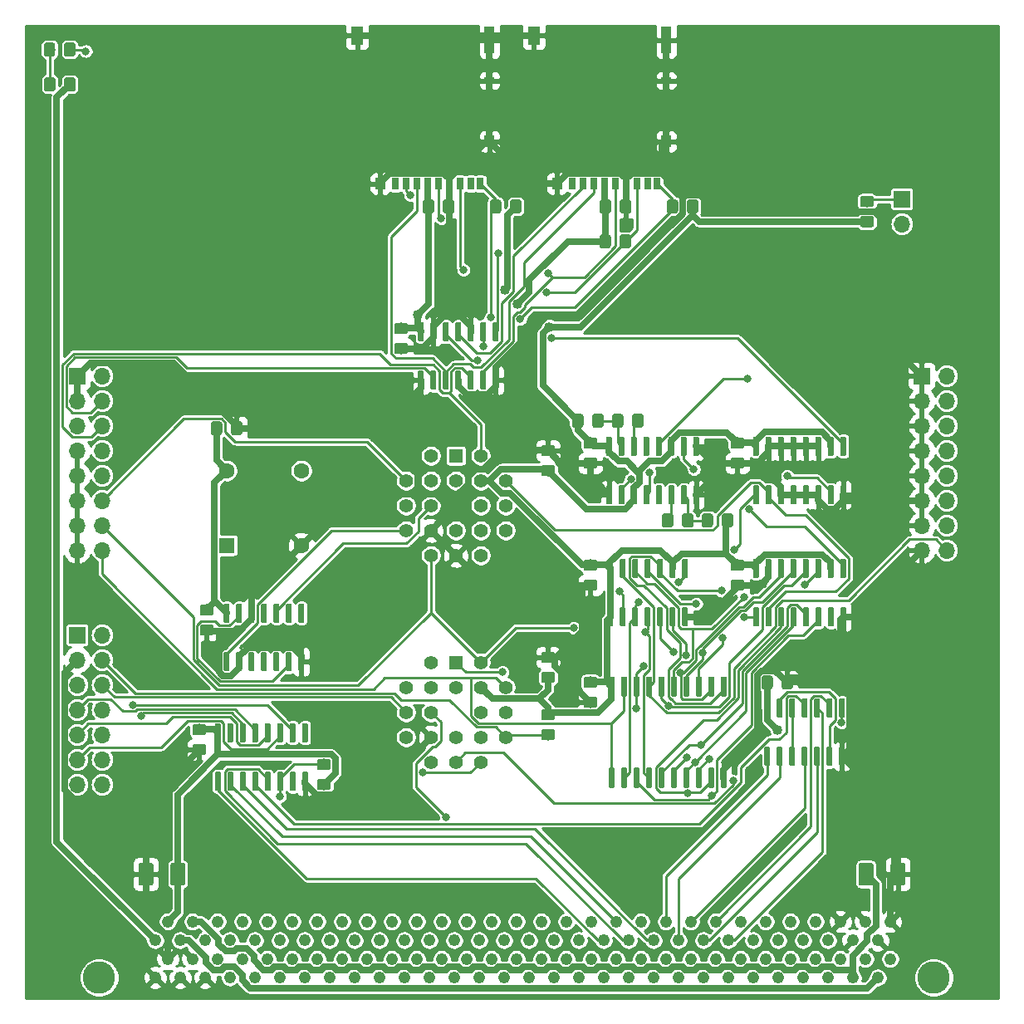
<source format=gbr>
G04 #@! TF.GenerationSoftware,KiCad,Pcbnew,(5.1.4)-1*
G04 #@! TF.CreationDate,2020-04-13T08:45:50-06:00*
G04 #@! TF.ProjectId,MiniSys MicroSD,4d696e69-5379-4732-904d-6963726f5344,rev?*
G04 #@! TF.SameCoordinates,Original*
G04 #@! TF.FileFunction,Copper,L1,Top*
G04 #@! TF.FilePolarity,Positive*
%FSLAX46Y46*%
G04 Gerber Fmt 4.6, Leading zero omitted, Abs format (unit mm)*
G04 Created by KiCad (PCBNEW (5.1.4)-1) date 2020-04-13 08:45:50*
%MOMM*%
%LPD*%
G04 APERTURE LIST*
%ADD10C,1.600000*%
%ADD11R,1.600000X1.600000*%
%ADD12C,1.422400*%
%ADD13R,1.422400X1.422400*%
%ADD14C,0.100000*%
%ADD15C,0.600000*%
%ADD16C,1.150000*%
%ADD17O,1.700000X1.700000*%
%ADD18R,1.700000X1.700000*%
%ADD19R,1.300000X1.900000*%
%ADD20R,1.000000X2.800000*%
%ADD21R,1.000000X0.800000*%
%ADD22R,1.000000X1.200000*%
%ADD23R,0.700000X1.200000*%
%ADD24C,3.314700*%
%ADD25C,1.219200*%
%ADD26C,1.500000*%
%ADD27C,1.016000*%
%ADD28C,0.800000*%
%ADD29C,0.635000*%
%ADD30C,0.250000*%
%ADD31C,0.254000*%
G04 APERTURE END LIST*
D10*
X48514000Y-73406000D03*
X48514000Y-65786000D03*
X40894000Y-65786000D03*
D11*
X40894000Y-73406000D03*
D12*
X69342000Y-66802000D03*
X69342000Y-69342000D03*
X66802000Y-64262000D03*
X66802000Y-69342000D03*
X66802000Y-71882000D03*
X66802000Y-74422000D03*
X64262000Y-74422000D03*
X61722000Y-74422000D03*
X69342000Y-71882000D03*
X64262000Y-71882000D03*
X61722000Y-71882000D03*
X59182000Y-71882000D03*
X59182000Y-69342000D03*
X59182000Y-66802000D03*
X61722000Y-69342000D03*
X61722000Y-66802000D03*
X61722000Y-64262000D03*
D13*
X64262000Y-64262000D03*
D12*
X66802000Y-66802000D03*
X64262000Y-66802000D03*
D14*
G36*
X80047703Y-62336722D02*
G01*
X80062264Y-62338882D01*
X80076543Y-62342459D01*
X80090403Y-62347418D01*
X80103710Y-62353712D01*
X80116336Y-62361280D01*
X80128159Y-62370048D01*
X80139066Y-62379934D01*
X80148952Y-62390841D01*
X80157720Y-62402664D01*
X80165288Y-62415290D01*
X80171582Y-62428597D01*
X80176541Y-62442457D01*
X80180118Y-62456736D01*
X80182278Y-62471297D01*
X80183000Y-62486000D01*
X80183000Y-64136000D01*
X80182278Y-64150703D01*
X80180118Y-64165264D01*
X80176541Y-64179543D01*
X80171582Y-64193403D01*
X80165288Y-64206710D01*
X80157720Y-64219336D01*
X80148952Y-64231159D01*
X80139066Y-64242066D01*
X80128159Y-64251952D01*
X80116336Y-64260720D01*
X80103710Y-64268288D01*
X80090403Y-64274582D01*
X80076543Y-64279541D01*
X80062264Y-64283118D01*
X80047703Y-64285278D01*
X80033000Y-64286000D01*
X79733000Y-64286000D01*
X79718297Y-64285278D01*
X79703736Y-64283118D01*
X79689457Y-64279541D01*
X79675597Y-64274582D01*
X79662290Y-64268288D01*
X79649664Y-64260720D01*
X79637841Y-64251952D01*
X79626934Y-64242066D01*
X79617048Y-64231159D01*
X79608280Y-64219336D01*
X79600712Y-64206710D01*
X79594418Y-64193403D01*
X79589459Y-64179543D01*
X79585882Y-64165264D01*
X79583722Y-64150703D01*
X79583000Y-64136000D01*
X79583000Y-62486000D01*
X79583722Y-62471297D01*
X79585882Y-62456736D01*
X79589459Y-62442457D01*
X79594418Y-62428597D01*
X79600712Y-62415290D01*
X79608280Y-62402664D01*
X79617048Y-62390841D01*
X79626934Y-62379934D01*
X79637841Y-62370048D01*
X79649664Y-62361280D01*
X79662290Y-62353712D01*
X79675597Y-62347418D01*
X79689457Y-62342459D01*
X79703736Y-62338882D01*
X79718297Y-62336722D01*
X79733000Y-62336000D01*
X80033000Y-62336000D01*
X80047703Y-62336722D01*
X80047703Y-62336722D01*
G37*
D15*
X79883000Y-63311000D03*
D14*
G36*
X81317703Y-62336722D02*
G01*
X81332264Y-62338882D01*
X81346543Y-62342459D01*
X81360403Y-62347418D01*
X81373710Y-62353712D01*
X81386336Y-62361280D01*
X81398159Y-62370048D01*
X81409066Y-62379934D01*
X81418952Y-62390841D01*
X81427720Y-62402664D01*
X81435288Y-62415290D01*
X81441582Y-62428597D01*
X81446541Y-62442457D01*
X81450118Y-62456736D01*
X81452278Y-62471297D01*
X81453000Y-62486000D01*
X81453000Y-64136000D01*
X81452278Y-64150703D01*
X81450118Y-64165264D01*
X81446541Y-64179543D01*
X81441582Y-64193403D01*
X81435288Y-64206710D01*
X81427720Y-64219336D01*
X81418952Y-64231159D01*
X81409066Y-64242066D01*
X81398159Y-64251952D01*
X81386336Y-64260720D01*
X81373710Y-64268288D01*
X81360403Y-64274582D01*
X81346543Y-64279541D01*
X81332264Y-64283118D01*
X81317703Y-64285278D01*
X81303000Y-64286000D01*
X81003000Y-64286000D01*
X80988297Y-64285278D01*
X80973736Y-64283118D01*
X80959457Y-64279541D01*
X80945597Y-64274582D01*
X80932290Y-64268288D01*
X80919664Y-64260720D01*
X80907841Y-64251952D01*
X80896934Y-64242066D01*
X80887048Y-64231159D01*
X80878280Y-64219336D01*
X80870712Y-64206710D01*
X80864418Y-64193403D01*
X80859459Y-64179543D01*
X80855882Y-64165264D01*
X80853722Y-64150703D01*
X80853000Y-64136000D01*
X80853000Y-62486000D01*
X80853722Y-62471297D01*
X80855882Y-62456736D01*
X80859459Y-62442457D01*
X80864418Y-62428597D01*
X80870712Y-62415290D01*
X80878280Y-62402664D01*
X80887048Y-62390841D01*
X80896934Y-62379934D01*
X80907841Y-62370048D01*
X80919664Y-62361280D01*
X80932290Y-62353712D01*
X80945597Y-62347418D01*
X80959457Y-62342459D01*
X80973736Y-62338882D01*
X80988297Y-62336722D01*
X81003000Y-62336000D01*
X81303000Y-62336000D01*
X81317703Y-62336722D01*
X81317703Y-62336722D01*
G37*
D15*
X81153000Y-63311000D03*
D14*
G36*
X82587703Y-62336722D02*
G01*
X82602264Y-62338882D01*
X82616543Y-62342459D01*
X82630403Y-62347418D01*
X82643710Y-62353712D01*
X82656336Y-62361280D01*
X82668159Y-62370048D01*
X82679066Y-62379934D01*
X82688952Y-62390841D01*
X82697720Y-62402664D01*
X82705288Y-62415290D01*
X82711582Y-62428597D01*
X82716541Y-62442457D01*
X82720118Y-62456736D01*
X82722278Y-62471297D01*
X82723000Y-62486000D01*
X82723000Y-64136000D01*
X82722278Y-64150703D01*
X82720118Y-64165264D01*
X82716541Y-64179543D01*
X82711582Y-64193403D01*
X82705288Y-64206710D01*
X82697720Y-64219336D01*
X82688952Y-64231159D01*
X82679066Y-64242066D01*
X82668159Y-64251952D01*
X82656336Y-64260720D01*
X82643710Y-64268288D01*
X82630403Y-64274582D01*
X82616543Y-64279541D01*
X82602264Y-64283118D01*
X82587703Y-64285278D01*
X82573000Y-64286000D01*
X82273000Y-64286000D01*
X82258297Y-64285278D01*
X82243736Y-64283118D01*
X82229457Y-64279541D01*
X82215597Y-64274582D01*
X82202290Y-64268288D01*
X82189664Y-64260720D01*
X82177841Y-64251952D01*
X82166934Y-64242066D01*
X82157048Y-64231159D01*
X82148280Y-64219336D01*
X82140712Y-64206710D01*
X82134418Y-64193403D01*
X82129459Y-64179543D01*
X82125882Y-64165264D01*
X82123722Y-64150703D01*
X82123000Y-64136000D01*
X82123000Y-62486000D01*
X82123722Y-62471297D01*
X82125882Y-62456736D01*
X82129459Y-62442457D01*
X82134418Y-62428597D01*
X82140712Y-62415290D01*
X82148280Y-62402664D01*
X82157048Y-62390841D01*
X82166934Y-62379934D01*
X82177841Y-62370048D01*
X82189664Y-62361280D01*
X82202290Y-62353712D01*
X82215597Y-62347418D01*
X82229457Y-62342459D01*
X82243736Y-62338882D01*
X82258297Y-62336722D01*
X82273000Y-62336000D01*
X82573000Y-62336000D01*
X82587703Y-62336722D01*
X82587703Y-62336722D01*
G37*
D15*
X82423000Y-63311000D03*
D14*
G36*
X83857703Y-62336722D02*
G01*
X83872264Y-62338882D01*
X83886543Y-62342459D01*
X83900403Y-62347418D01*
X83913710Y-62353712D01*
X83926336Y-62361280D01*
X83938159Y-62370048D01*
X83949066Y-62379934D01*
X83958952Y-62390841D01*
X83967720Y-62402664D01*
X83975288Y-62415290D01*
X83981582Y-62428597D01*
X83986541Y-62442457D01*
X83990118Y-62456736D01*
X83992278Y-62471297D01*
X83993000Y-62486000D01*
X83993000Y-64136000D01*
X83992278Y-64150703D01*
X83990118Y-64165264D01*
X83986541Y-64179543D01*
X83981582Y-64193403D01*
X83975288Y-64206710D01*
X83967720Y-64219336D01*
X83958952Y-64231159D01*
X83949066Y-64242066D01*
X83938159Y-64251952D01*
X83926336Y-64260720D01*
X83913710Y-64268288D01*
X83900403Y-64274582D01*
X83886543Y-64279541D01*
X83872264Y-64283118D01*
X83857703Y-64285278D01*
X83843000Y-64286000D01*
X83543000Y-64286000D01*
X83528297Y-64285278D01*
X83513736Y-64283118D01*
X83499457Y-64279541D01*
X83485597Y-64274582D01*
X83472290Y-64268288D01*
X83459664Y-64260720D01*
X83447841Y-64251952D01*
X83436934Y-64242066D01*
X83427048Y-64231159D01*
X83418280Y-64219336D01*
X83410712Y-64206710D01*
X83404418Y-64193403D01*
X83399459Y-64179543D01*
X83395882Y-64165264D01*
X83393722Y-64150703D01*
X83393000Y-64136000D01*
X83393000Y-62486000D01*
X83393722Y-62471297D01*
X83395882Y-62456736D01*
X83399459Y-62442457D01*
X83404418Y-62428597D01*
X83410712Y-62415290D01*
X83418280Y-62402664D01*
X83427048Y-62390841D01*
X83436934Y-62379934D01*
X83447841Y-62370048D01*
X83459664Y-62361280D01*
X83472290Y-62353712D01*
X83485597Y-62347418D01*
X83499457Y-62342459D01*
X83513736Y-62338882D01*
X83528297Y-62336722D01*
X83543000Y-62336000D01*
X83843000Y-62336000D01*
X83857703Y-62336722D01*
X83857703Y-62336722D01*
G37*
D15*
X83693000Y-63311000D03*
D14*
G36*
X85127703Y-62336722D02*
G01*
X85142264Y-62338882D01*
X85156543Y-62342459D01*
X85170403Y-62347418D01*
X85183710Y-62353712D01*
X85196336Y-62361280D01*
X85208159Y-62370048D01*
X85219066Y-62379934D01*
X85228952Y-62390841D01*
X85237720Y-62402664D01*
X85245288Y-62415290D01*
X85251582Y-62428597D01*
X85256541Y-62442457D01*
X85260118Y-62456736D01*
X85262278Y-62471297D01*
X85263000Y-62486000D01*
X85263000Y-64136000D01*
X85262278Y-64150703D01*
X85260118Y-64165264D01*
X85256541Y-64179543D01*
X85251582Y-64193403D01*
X85245288Y-64206710D01*
X85237720Y-64219336D01*
X85228952Y-64231159D01*
X85219066Y-64242066D01*
X85208159Y-64251952D01*
X85196336Y-64260720D01*
X85183710Y-64268288D01*
X85170403Y-64274582D01*
X85156543Y-64279541D01*
X85142264Y-64283118D01*
X85127703Y-64285278D01*
X85113000Y-64286000D01*
X84813000Y-64286000D01*
X84798297Y-64285278D01*
X84783736Y-64283118D01*
X84769457Y-64279541D01*
X84755597Y-64274582D01*
X84742290Y-64268288D01*
X84729664Y-64260720D01*
X84717841Y-64251952D01*
X84706934Y-64242066D01*
X84697048Y-64231159D01*
X84688280Y-64219336D01*
X84680712Y-64206710D01*
X84674418Y-64193403D01*
X84669459Y-64179543D01*
X84665882Y-64165264D01*
X84663722Y-64150703D01*
X84663000Y-64136000D01*
X84663000Y-62486000D01*
X84663722Y-62471297D01*
X84665882Y-62456736D01*
X84669459Y-62442457D01*
X84674418Y-62428597D01*
X84680712Y-62415290D01*
X84688280Y-62402664D01*
X84697048Y-62390841D01*
X84706934Y-62379934D01*
X84717841Y-62370048D01*
X84729664Y-62361280D01*
X84742290Y-62353712D01*
X84755597Y-62347418D01*
X84769457Y-62342459D01*
X84783736Y-62338882D01*
X84798297Y-62336722D01*
X84813000Y-62336000D01*
X85113000Y-62336000D01*
X85127703Y-62336722D01*
X85127703Y-62336722D01*
G37*
D15*
X84963000Y-63311000D03*
D14*
G36*
X86397703Y-62336722D02*
G01*
X86412264Y-62338882D01*
X86426543Y-62342459D01*
X86440403Y-62347418D01*
X86453710Y-62353712D01*
X86466336Y-62361280D01*
X86478159Y-62370048D01*
X86489066Y-62379934D01*
X86498952Y-62390841D01*
X86507720Y-62402664D01*
X86515288Y-62415290D01*
X86521582Y-62428597D01*
X86526541Y-62442457D01*
X86530118Y-62456736D01*
X86532278Y-62471297D01*
X86533000Y-62486000D01*
X86533000Y-64136000D01*
X86532278Y-64150703D01*
X86530118Y-64165264D01*
X86526541Y-64179543D01*
X86521582Y-64193403D01*
X86515288Y-64206710D01*
X86507720Y-64219336D01*
X86498952Y-64231159D01*
X86489066Y-64242066D01*
X86478159Y-64251952D01*
X86466336Y-64260720D01*
X86453710Y-64268288D01*
X86440403Y-64274582D01*
X86426543Y-64279541D01*
X86412264Y-64283118D01*
X86397703Y-64285278D01*
X86383000Y-64286000D01*
X86083000Y-64286000D01*
X86068297Y-64285278D01*
X86053736Y-64283118D01*
X86039457Y-64279541D01*
X86025597Y-64274582D01*
X86012290Y-64268288D01*
X85999664Y-64260720D01*
X85987841Y-64251952D01*
X85976934Y-64242066D01*
X85967048Y-64231159D01*
X85958280Y-64219336D01*
X85950712Y-64206710D01*
X85944418Y-64193403D01*
X85939459Y-64179543D01*
X85935882Y-64165264D01*
X85933722Y-64150703D01*
X85933000Y-64136000D01*
X85933000Y-62486000D01*
X85933722Y-62471297D01*
X85935882Y-62456736D01*
X85939459Y-62442457D01*
X85944418Y-62428597D01*
X85950712Y-62415290D01*
X85958280Y-62402664D01*
X85967048Y-62390841D01*
X85976934Y-62379934D01*
X85987841Y-62370048D01*
X85999664Y-62361280D01*
X86012290Y-62353712D01*
X86025597Y-62347418D01*
X86039457Y-62342459D01*
X86053736Y-62338882D01*
X86068297Y-62336722D01*
X86083000Y-62336000D01*
X86383000Y-62336000D01*
X86397703Y-62336722D01*
X86397703Y-62336722D01*
G37*
D15*
X86233000Y-63311000D03*
D14*
G36*
X87667703Y-62336722D02*
G01*
X87682264Y-62338882D01*
X87696543Y-62342459D01*
X87710403Y-62347418D01*
X87723710Y-62353712D01*
X87736336Y-62361280D01*
X87748159Y-62370048D01*
X87759066Y-62379934D01*
X87768952Y-62390841D01*
X87777720Y-62402664D01*
X87785288Y-62415290D01*
X87791582Y-62428597D01*
X87796541Y-62442457D01*
X87800118Y-62456736D01*
X87802278Y-62471297D01*
X87803000Y-62486000D01*
X87803000Y-64136000D01*
X87802278Y-64150703D01*
X87800118Y-64165264D01*
X87796541Y-64179543D01*
X87791582Y-64193403D01*
X87785288Y-64206710D01*
X87777720Y-64219336D01*
X87768952Y-64231159D01*
X87759066Y-64242066D01*
X87748159Y-64251952D01*
X87736336Y-64260720D01*
X87723710Y-64268288D01*
X87710403Y-64274582D01*
X87696543Y-64279541D01*
X87682264Y-64283118D01*
X87667703Y-64285278D01*
X87653000Y-64286000D01*
X87353000Y-64286000D01*
X87338297Y-64285278D01*
X87323736Y-64283118D01*
X87309457Y-64279541D01*
X87295597Y-64274582D01*
X87282290Y-64268288D01*
X87269664Y-64260720D01*
X87257841Y-64251952D01*
X87246934Y-64242066D01*
X87237048Y-64231159D01*
X87228280Y-64219336D01*
X87220712Y-64206710D01*
X87214418Y-64193403D01*
X87209459Y-64179543D01*
X87205882Y-64165264D01*
X87203722Y-64150703D01*
X87203000Y-64136000D01*
X87203000Y-62486000D01*
X87203722Y-62471297D01*
X87205882Y-62456736D01*
X87209459Y-62442457D01*
X87214418Y-62428597D01*
X87220712Y-62415290D01*
X87228280Y-62402664D01*
X87237048Y-62390841D01*
X87246934Y-62379934D01*
X87257841Y-62370048D01*
X87269664Y-62361280D01*
X87282290Y-62353712D01*
X87295597Y-62347418D01*
X87309457Y-62342459D01*
X87323736Y-62338882D01*
X87338297Y-62336722D01*
X87353000Y-62336000D01*
X87653000Y-62336000D01*
X87667703Y-62336722D01*
X87667703Y-62336722D01*
G37*
D15*
X87503000Y-63311000D03*
D14*
G36*
X88937703Y-62336722D02*
G01*
X88952264Y-62338882D01*
X88966543Y-62342459D01*
X88980403Y-62347418D01*
X88993710Y-62353712D01*
X89006336Y-62361280D01*
X89018159Y-62370048D01*
X89029066Y-62379934D01*
X89038952Y-62390841D01*
X89047720Y-62402664D01*
X89055288Y-62415290D01*
X89061582Y-62428597D01*
X89066541Y-62442457D01*
X89070118Y-62456736D01*
X89072278Y-62471297D01*
X89073000Y-62486000D01*
X89073000Y-64136000D01*
X89072278Y-64150703D01*
X89070118Y-64165264D01*
X89066541Y-64179543D01*
X89061582Y-64193403D01*
X89055288Y-64206710D01*
X89047720Y-64219336D01*
X89038952Y-64231159D01*
X89029066Y-64242066D01*
X89018159Y-64251952D01*
X89006336Y-64260720D01*
X88993710Y-64268288D01*
X88980403Y-64274582D01*
X88966543Y-64279541D01*
X88952264Y-64283118D01*
X88937703Y-64285278D01*
X88923000Y-64286000D01*
X88623000Y-64286000D01*
X88608297Y-64285278D01*
X88593736Y-64283118D01*
X88579457Y-64279541D01*
X88565597Y-64274582D01*
X88552290Y-64268288D01*
X88539664Y-64260720D01*
X88527841Y-64251952D01*
X88516934Y-64242066D01*
X88507048Y-64231159D01*
X88498280Y-64219336D01*
X88490712Y-64206710D01*
X88484418Y-64193403D01*
X88479459Y-64179543D01*
X88475882Y-64165264D01*
X88473722Y-64150703D01*
X88473000Y-64136000D01*
X88473000Y-62486000D01*
X88473722Y-62471297D01*
X88475882Y-62456736D01*
X88479459Y-62442457D01*
X88484418Y-62428597D01*
X88490712Y-62415290D01*
X88498280Y-62402664D01*
X88507048Y-62390841D01*
X88516934Y-62379934D01*
X88527841Y-62370048D01*
X88539664Y-62361280D01*
X88552290Y-62353712D01*
X88565597Y-62347418D01*
X88579457Y-62342459D01*
X88593736Y-62338882D01*
X88608297Y-62336722D01*
X88623000Y-62336000D01*
X88923000Y-62336000D01*
X88937703Y-62336722D01*
X88937703Y-62336722D01*
G37*
D15*
X88773000Y-63311000D03*
D14*
G36*
X88937703Y-67286722D02*
G01*
X88952264Y-67288882D01*
X88966543Y-67292459D01*
X88980403Y-67297418D01*
X88993710Y-67303712D01*
X89006336Y-67311280D01*
X89018159Y-67320048D01*
X89029066Y-67329934D01*
X89038952Y-67340841D01*
X89047720Y-67352664D01*
X89055288Y-67365290D01*
X89061582Y-67378597D01*
X89066541Y-67392457D01*
X89070118Y-67406736D01*
X89072278Y-67421297D01*
X89073000Y-67436000D01*
X89073000Y-69086000D01*
X89072278Y-69100703D01*
X89070118Y-69115264D01*
X89066541Y-69129543D01*
X89061582Y-69143403D01*
X89055288Y-69156710D01*
X89047720Y-69169336D01*
X89038952Y-69181159D01*
X89029066Y-69192066D01*
X89018159Y-69201952D01*
X89006336Y-69210720D01*
X88993710Y-69218288D01*
X88980403Y-69224582D01*
X88966543Y-69229541D01*
X88952264Y-69233118D01*
X88937703Y-69235278D01*
X88923000Y-69236000D01*
X88623000Y-69236000D01*
X88608297Y-69235278D01*
X88593736Y-69233118D01*
X88579457Y-69229541D01*
X88565597Y-69224582D01*
X88552290Y-69218288D01*
X88539664Y-69210720D01*
X88527841Y-69201952D01*
X88516934Y-69192066D01*
X88507048Y-69181159D01*
X88498280Y-69169336D01*
X88490712Y-69156710D01*
X88484418Y-69143403D01*
X88479459Y-69129543D01*
X88475882Y-69115264D01*
X88473722Y-69100703D01*
X88473000Y-69086000D01*
X88473000Y-67436000D01*
X88473722Y-67421297D01*
X88475882Y-67406736D01*
X88479459Y-67392457D01*
X88484418Y-67378597D01*
X88490712Y-67365290D01*
X88498280Y-67352664D01*
X88507048Y-67340841D01*
X88516934Y-67329934D01*
X88527841Y-67320048D01*
X88539664Y-67311280D01*
X88552290Y-67303712D01*
X88565597Y-67297418D01*
X88579457Y-67292459D01*
X88593736Y-67288882D01*
X88608297Y-67286722D01*
X88623000Y-67286000D01*
X88923000Y-67286000D01*
X88937703Y-67286722D01*
X88937703Y-67286722D01*
G37*
D15*
X88773000Y-68261000D03*
D14*
G36*
X87667703Y-67286722D02*
G01*
X87682264Y-67288882D01*
X87696543Y-67292459D01*
X87710403Y-67297418D01*
X87723710Y-67303712D01*
X87736336Y-67311280D01*
X87748159Y-67320048D01*
X87759066Y-67329934D01*
X87768952Y-67340841D01*
X87777720Y-67352664D01*
X87785288Y-67365290D01*
X87791582Y-67378597D01*
X87796541Y-67392457D01*
X87800118Y-67406736D01*
X87802278Y-67421297D01*
X87803000Y-67436000D01*
X87803000Y-69086000D01*
X87802278Y-69100703D01*
X87800118Y-69115264D01*
X87796541Y-69129543D01*
X87791582Y-69143403D01*
X87785288Y-69156710D01*
X87777720Y-69169336D01*
X87768952Y-69181159D01*
X87759066Y-69192066D01*
X87748159Y-69201952D01*
X87736336Y-69210720D01*
X87723710Y-69218288D01*
X87710403Y-69224582D01*
X87696543Y-69229541D01*
X87682264Y-69233118D01*
X87667703Y-69235278D01*
X87653000Y-69236000D01*
X87353000Y-69236000D01*
X87338297Y-69235278D01*
X87323736Y-69233118D01*
X87309457Y-69229541D01*
X87295597Y-69224582D01*
X87282290Y-69218288D01*
X87269664Y-69210720D01*
X87257841Y-69201952D01*
X87246934Y-69192066D01*
X87237048Y-69181159D01*
X87228280Y-69169336D01*
X87220712Y-69156710D01*
X87214418Y-69143403D01*
X87209459Y-69129543D01*
X87205882Y-69115264D01*
X87203722Y-69100703D01*
X87203000Y-69086000D01*
X87203000Y-67436000D01*
X87203722Y-67421297D01*
X87205882Y-67406736D01*
X87209459Y-67392457D01*
X87214418Y-67378597D01*
X87220712Y-67365290D01*
X87228280Y-67352664D01*
X87237048Y-67340841D01*
X87246934Y-67329934D01*
X87257841Y-67320048D01*
X87269664Y-67311280D01*
X87282290Y-67303712D01*
X87295597Y-67297418D01*
X87309457Y-67292459D01*
X87323736Y-67288882D01*
X87338297Y-67286722D01*
X87353000Y-67286000D01*
X87653000Y-67286000D01*
X87667703Y-67286722D01*
X87667703Y-67286722D01*
G37*
D15*
X87503000Y-68261000D03*
D14*
G36*
X86397703Y-67286722D02*
G01*
X86412264Y-67288882D01*
X86426543Y-67292459D01*
X86440403Y-67297418D01*
X86453710Y-67303712D01*
X86466336Y-67311280D01*
X86478159Y-67320048D01*
X86489066Y-67329934D01*
X86498952Y-67340841D01*
X86507720Y-67352664D01*
X86515288Y-67365290D01*
X86521582Y-67378597D01*
X86526541Y-67392457D01*
X86530118Y-67406736D01*
X86532278Y-67421297D01*
X86533000Y-67436000D01*
X86533000Y-69086000D01*
X86532278Y-69100703D01*
X86530118Y-69115264D01*
X86526541Y-69129543D01*
X86521582Y-69143403D01*
X86515288Y-69156710D01*
X86507720Y-69169336D01*
X86498952Y-69181159D01*
X86489066Y-69192066D01*
X86478159Y-69201952D01*
X86466336Y-69210720D01*
X86453710Y-69218288D01*
X86440403Y-69224582D01*
X86426543Y-69229541D01*
X86412264Y-69233118D01*
X86397703Y-69235278D01*
X86383000Y-69236000D01*
X86083000Y-69236000D01*
X86068297Y-69235278D01*
X86053736Y-69233118D01*
X86039457Y-69229541D01*
X86025597Y-69224582D01*
X86012290Y-69218288D01*
X85999664Y-69210720D01*
X85987841Y-69201952D01*
X85976934Y-69192066D01*
X85967048Y-69181159D01*
X85958280Y-69169336D01*
X85950712Y-69156710D01*
X85944418Y-69143403D01*
X85939459Y-69129543D01*
X85935882Y-69115264D01*
X85933722Y-69100703D01*
X85933000Y-69086000D01*
X85933000Y-67436000D01*
X85933722Y-67421297D01*
X85935882Y-67406736D01*
X85939459Y-67392457D01*
X85944418Y-67378597D01*
X85950712Y-67365290D01*
X85958280Y-67352664D01*
X85967048Y-67340841D01*
X85976934Y-67329934D01*
X85987841Y-67320048D01*
X85999664Y-67311280D01*
X86012290Y-67303712D01*
X86025597Y-67297418D01*
X86039457Y-67292459D01*
X86053736Y-67288882D01*
X86068297Y-67286722D01*
X86083000Y-67286000D01*
X86383000Y-67286000D01*
X86397703Y-67286722D01*
X86397703Y-67286722D01*
G37*
D15*
X86233000Y-68261000D03*
D14*
G36*
X85127703Y-67286722D02*
G01*
X85142264Y-67288882D01*
X85156543Y-67292459D01*
X85170403Y-67297418D01*
X85183710Y-67303712D01*
X85196336Y-67311280D01*
X85208159Y-67320048D01*
X85219066Y-67329934D01*
X85228952Y-67340841D01*
X85237720Y-67352664D01*
X85245288Y-67365290D01*
X85251582Y-67378597D01*
X85256541Y-67392457D01*
X85260118Y-67406736D01*
X85262278Y-67421297D01*
X85263000Y-67436000D01*
X85263000Y-69086000D01*
X85262278Y-69100703D01*
X85260118Y-69115264D01*
X85256541Y-69129543D01*
X85251582Y-69143403D01*
X85245288Y-69156710D01*
X85237720Y-69169336D01*
X85228952Y-69181159D01*
X85219066Y-69192066D01*
X85208159Y-69201952D01*
X85196336Y-69210720D01*
X85183710Y-69218288D01*
X85170403Y-69224582D01*
X85156543Y-69229541D01*
X85142264Y-69233118D01*
X85127703Y-69235278D01*
X85113000Y-69236000D01*
X84813000Y-69236000D01*
X84798297Y-69235278D01*
X84783736Y-69233118D01*
X84769457Y-69229541D01*
X84755597Y-69224582D01*
X84742290Y-69218288D01*
X84729664Y-69210720D01*
X84717841Y-69201952D01*
X84706934Y-69192066D01*
X84697048Y-69181159D01*
X84688280Y-69169336D01*
X84680712Y-69156710D01*
X84674418Y-69143403D01*
X84669459Y-69129543D01*
X84665882Y-69115264D01*
X84663722Y-69100703D01*
X84663000Y-69086000D01*
X84663000Y-67436000D01*
X84663722Y-67421297D01*
X84665882Y-67406736D01*
X84669459Y-67392457D01*
X84674418Y-67378597D01*
X84680712Y-67365290D01*
X84688280Y-67352664D01*
X84697048Y-67340841D01*
X84706934Y-67329934D01*
X84717841Y-67320048D01*
X84729664Y-67311280D01*
X84742290Y-67303712D01*
X84755597Y-67297418D01*
X84769457Y-67292459D01*
X84783736Y-67288882D01*
X84798297Y-67286722D01*
X84813000Y-67286000D01*
X85113000Y-67286000D01*
X85127703Y-67286722D01*
X85127703Y-67286722D01*
G37*
D15*
X84963000Y-68261000D03*
D14*
G36*
X83857703Y-67286722D02*
G01*
X83872264Y-67288882D01*
X83886543Y-67292459D01*
X83900403Y-67297418D01*
X83913710Y-67303712D01*
X83926336Y-67311280D01*
X83938159Y-67320048D01*
X83949066Y-67329934D01*
X83958952Y-67340841D01*
X83967720Y-67352664D01*
X83975288Y-67365290D01*
X83981582Y-67378597D01*
X83986541Y-67392457D01*
X83990118Y-67406736D01*
X83992278Y-67421297D01*
X83993000Y-67436000D01*
X83993000Y-69086000D01*
X83992278Y-69100703D01*
X83990118Y-69115264D01*
X83986541Y-69129543D01*
X83981582Y-69143403D01*
X83975288Y-69156710D01*
X83967720Y-69169336D01*
X83958952Y-69181159D01*
X83949066Y-69192066D01*
X83938159Y-69201952D01*
X83926336Y-69210720D01*
X83913710Y-69218288D01*
X83900403Y-69224582D01*
X83886543Y-69229541D01*
X83872264Y-69233118D01*
X83857703Y-69235278D01*
X83843000Y-69236000D01*
X83543000Y-69236000D01*
X83528297Y-69235278D01*
X83513736Y-69233118D01*
X83499457Y-69229541D01*
X83485597Y-69224582D01*
X83472290Y-69218288D01*
X83459664Y-69210720D01*
X83447841Y-69201952D01*
X83436934Y-69192066D01*
X83427048Y-69181159D01*
X83418280Y-69169336D01*
X83410712Y-69156710D01*
X83404418Y-69143403D01*
X83399459Y-69129543D01*
X83395882Y-69115264D01*
X83393722Y-69100703D01*
X83393000Y-69086000D01*
X83393000Y-67436000D01*
X83393722Y-67421297D01*
X83395882Y-67406736D01*
X83399459Y-67392457D01*
X83404418Y-67378597D01*
X83410712Y-67365290D01*
X83418280Y-67352664D01*
X83427048Y-67340841D01*
X83436934Y-67329934D01*
X83447841Y-67320048D01*
X83459664Y-67311280D01*
X83472290Y-67303712D01*
X83485597Y-67297418D01*
X83499457Y-67292459D01*
X83513736Y-67288882D01*
X83528297Y-67286722D01*
X83543000Y-67286000D01*
X83843000Y-67286000D01*
X83857703Y-67286722D01*
X83857703Y-67286722D01*
G37*
D15*
X83693000Y-68261000D03*
D14*
G36*
X82587703Y-67286722D02*
G01*
X82602264Y-67288882D01*
X82616543Y-67292459D01*
X82630403Y-67297418D01*
X82643710Y-67303712D01*
X82656336Y-67311280D01*
X82668159Y-67320048D01*
X82679066Y-67329934D01*
X82688952Y-67340841D01*
X82697720Y-67352664D01*
X82705288Y-67365290D01*
X82711582Y-67378597D01*
X82716541Y-67392457D01*
X82720118Y-67406736D01*
X82722278Y-67421297D01*
X82723000Y-67436000D01*
X82723000Y-69086000D01*
X82722278Y-69100703D01*
X82720118Y-69115264D01*
X82716541Y-69129543D01*
X82711582Y-69143403D01*
X82705288Y-69156710D01*
X82697720Y-69169336D01*
X82688952Y-69181159D01*
X82679066Y-69192066D01*
X82668159Y-69201952D01*
X82656336Y-69210720D01*
X82643710Y-69218288D01*
X82630403Y-69224582D01*
X82616543Y-69229541D01*
X82602264Y-69233118D01*
X82587703Y-69235278D01*
X82573000Y-69236000D01*
X82273000Y-69236000D01*
X82258297Y-69235278D01*
X82243736Y-69233118D01*
X82229457Y-69229541D01*
X82215597Y-69224582D01*
X82202290Y-69218288D01*
X82189664Y-69210720D01*
X82177841Y-69201952D01*
X82166934Y-69192066D01*
X82157048Y-69181159D01*
X82148280Y-69169336D01*
X82140712Y-69156710D01*
X82134418Y-69143403D01*
X82129459Y-69129543D01*
X82125882Y-69115264D01*
X82123722Y-69100703D01*
X82123000Y-69086000D01*
X82123000Y-67436000D01*
X82123722Y-67421297D01*
X82125882Y-67406736D01*
X82129459Y-67392457D01*
X82134418Y-67378597D01*
X82140712Y-67365290D01*
X82148280Y-67352664D01*
X82157048Y-67340841D01*
X82166934Y-67329934D01*
X82177841Y-67320048D01*
X82189664Y-67311280D01*
X82202290Y-67303712D01*
X82215597Y-67297418D01*
X82229457Y-67292459D01*
X82243736Y-67288882D01*
X82258297Y-67286722D01*
X82273000Y-67286000D01*
X82573000Y-67286000D01*
X82587703Y-67286722D01*
X82587703Y-67286722D01*
G37*
D15*
X82423000Y-68261000D03*
D14*
G36*
X81317703Y-67286722D02*
G01*
X81332264Y-67288882D01*
X81346543Y-67292459D01*
X81360403Y-67297418D01*
X81373710Y-67303712D01*
X81386336Y-67311280D01*
X81398159Y-67320048D01*
X81409066Y-67329934D01*
X81418952Y-67340841D01*
X81427720Y-67352664D01*
X81435288Y-67365290D01*
X81441582Y-67378597D01*
X81446541Y-67392457D01*
X81450118Y-67406736D01*
X81452278Y-67421297D01*
X81453000Y-67436000D01*
X81453000Y-69086000D01*
X81452278Y-69100703D01*
X81450118Y-69115264D01*
X81446541Y-69129543D01*
X81441582Y-69143403D01*
X81435288Y-69156710D01*
X81427720Y-69169336D01*
X81418952Y-69181159D01*
X81409066Y-69192066D01*
X81398159Y-69201952D01*
X81386336Y-69210720D01*
X81373710Y-69218288D01*
X81360403Y-69224582D01*
X81346543Y-69229541D01*
X81332264Y-69233118D01*
X81317703Y-69235278D01*
X81303000Y-69236000D01*
X81003000Y-69236000D01*
X80988297Y-69235278D01*
X80973736Y-69233118D01*
X80959457Y-69229541D01*
X80945597Y-69224582D01*
X80932290Y-69218288D01*
X80919664Y-69210720D01*
X80907841Y-69201952D01*
X80896934Y-69192066D01*
X80887048Y-69181159D01*
X80878280Y-69169336D01*
X80870712Y-69156710D01*
X80864418Y-69143403D01*
X80859459Y-69129543D01*
X80855882Y-69115264D01*
X80853722Y-69100703D01*
X80853000Y-69086000D01*
X80853000Y-67436000D01*
X80853722Y-67421297D01*
X80855882Y-67406736D01*
X80859459Y-67392457D01*
X80864418Y-67378597D01*
X80870712Y-67365290D01*
X80878280Y-67352664D01*
X80887048Y-67340841D01*
X80896934Y-67329934D01*
X80907841Y-67320048D01*
X80919664Y-67311280D01*
X80932290Y-67303712D01*
X80945597Y-67297418D01*
X80959457Y-67292459D01*
X80973736Y-67288882D01*
X80988297Y-67286722D01*
X81003000Y-67286000D01*
X81303000Y-67286000D01*
X81317703Y-67286722D01*
X81317703Y-67286722D01*
G37*
D15*
X81153000Y-68261000D03*
D14*
G36*
X80047703Y-67286722D02*
G01*
X80062264Y-67288882D01*
X80076543Y-67292459D01*
X80090403Y-67297418D01*
X80103710Y-67303712D01*
X80116336Y-67311280D01*
X80128159Y-67320048D01*
X80139066Y-67329934D01*
X80148952Y-67340841D01*
X80157720Y-67352664D01*
X80165288Y-67365290D01*
X80171582Y-67378597D01*
X80176541Y-67392457D01*
X80180118Y-67406736D01*
X80182278Y-67421297D01*
X80183000Y-67436000D01*
X80183000Y-69086000D01*
X80182278Y-69100703D01*
X80180118Y-69115264D01*
X80176541Y-69129543D01*
X80171582Y-69143403D01*
X80165288Y-69156710D01*
X80157720Y-69169336D01*
X80148952Y-69181159D01*
X80139066Y-69192066D01*
X80128159Y-69201952D01*
X80116336Y-69210720D01*
X80103710Y-69218288D01*
X80090403Y-69224582D01*
X80076543Y-69229541D01*
X80062264Y-69233118D01*
X80047703Y-69235278D01*
X80033000Y-69236000D01*
X79733000Y-69236000D01*
X79718297Y-69235278D01*
X79703736Y-69233118D01*
X79689457Y-69229541D01*
X79675597Y-69224582D01*
X79662290Y-69218288D01*
X79649664Y-69210720D01*
X79637841Y-69201952D01*
X79626934Y-69192066D01*
X79617048Y-69181159D01*
X79608280Y-69169336D01*
X79600712Y-69156710D01*
X79594418Y-69143403D01*
X79589459Y-69129543D01*
X79585882Y-69115264D01*
X79583722Y-69100703D01*
X79583000Y-69086000D01*
X79583000Y-67436000D01*
X79583722Y-67421297D01*
X79585882Y-67406736D01*
X79589459Y-67392457D01*
X79594418Y-67378597D01*
X79600712Y-67365290D01*
X79608280Y-67352664D01*
X79617048Y-67340841D01*
X79626934Y-67329934D01*
X79637841Y-67320048D01*
X79649664Y-67311280D01*
X79662290Y-67303712D01*
X79675597Y-67297418D01*
X79689457Y-67292459D01*
X79703736Y-67288882D01*
X79718297Y-67286722D01*
X79733000Y-67286000D01*
X80033000Y-67286000D01*
X80047703Y-67286722D01*
X80047703Y-67286722D01*
G37*
D15*
X79883000Y-68261000D03*
D14*
G36*
X41058703Y-79354722D02*
G01*
X41073264Y-79356882D01*
X41087543Y-79360459D01*
X41101403Y-79365418D01*
X41114710Y-79371712D01*
X41127336Y-79379280D01*
X41139159Y-79388048D01*
X41150066Y-79397934D01*
X41159952Y-79408841D01*
X41168720Y-79420664D01*
X41176288Y-79433290D01*
X41182582Y-79446597D01*
X41187541Y-79460457D01*
X41191118Y-79474736D01*
X41193278Y-79489297D01*
X41194000Y-79504000D01*
X41194000Y-81154000D01*
X41193278Y-81168703D01*
X41191118Y-81183264D01*
X41187541Y-81197543D01*
X41182582Y-81211403D01*
X41176288Y-81224710D01*
X41168720Y-81237336D01*
X41159952Y-81249159D01*
X41150066Y-81260066D01*
X41139159Y-81269952D01*
X41127336Y-81278720D01*
X41114710Y-81286288D01*
X41101403Y-81292582D01*
X41087543Y-81297541D01*
X41073264Y-81301118D01*
X41058703Y-81303278D01*
X41044000Y-81304000D01*
X40744000Y-81304000D01*
X40729297Y-81303278D01*
X40714736Y-81301118D01*
X40700457Y-81297541D01*
X40686597Y-81292582D01*
X40673290Y-81286288D01*
X40660664Y-81278720D01*
X40648841Y-81269952D01*
X40637934Y-81260066D01*
X40628048Y-81249159D01*
X40619280Y-81237336D01*
X40611712Y-81224710D01*
X40605418Y-81211403D01*
X40600459Y-81197543D01*
X40596882Y-81183264D01*
X40594722Y-81168703D01*
X40594000Y-81154000D01*
X40594000Y-79504000D01*
X40594722Y-79489297D01*
X40596882Y-79474736D01*
X40600459Y-79460457D01*
X40605418Y-79446597D01*
X40611712Y-79433290D01*
X40619280Y-79420664D01*
X40628048Y-79408841D01*
X40637934Y-79397934D01*
X40648841Y-79388048D01*
X40660664Y-79379280D01*
X40673290Y-79371712D01*
X40686597Y-79365418D01*
X40700457Y-79360459D01*
X40714736Y-79356882D01*
X40729297Y-79354722D01*
X40744000Y-79354000D01*
X41044000Y-79354000D01*
X41058703Y-79354722D01*
X41058703Y-79354722D01*
G37*
D15*
X40894000Y-80329000D03*
D14*
G36*
X42328703Y-79354722D02*
G01*
X42343264Y-79356882D01*
X42357543Y-79360459D01*
X42371403Y-79365418D01*
X42384710Y-79371712D01*
X42397336Y-79379280D01*
X42409159Y-79388048D01*
X42420066Y-79397934D01*
X42429952Y-79408841D01*
X42438720Y-79420664D01*
X42446288Y-79433290D01*
X42452582Y-79446597D01*
X42457541Y-79460457D01*
X42461118Y-79474736D01*
X42463278Y-79489297D01*
X42464000Y-79504000D01*
X42464000Y-81154000D01*
X42463278Y-81168703D01*
X42461118Y-81183264D01*
X42457541Y-81197543D01*
X42452582Y-81211403D01*
X42446288Y-81224710D01*
X42438720Y-81237336D01*
X42429952Y-81249159D01*
X42420066Y-81260066D01*
X42409159Y-81269952D01*
X42397336Y-81278720D01*
X42384710Y-81286288D01*
X42371403Y-81292582D01*
X42357543Y-81297541D01*
X42343264Y-81301118D01*
X42328703Y-81303278D01*
X42314000Y-81304000D01*
X42014000Y-81304000D01*
X41999297Y-81303278D01*
X41984736Y-81301118D01*
X41970457Y-81297541D01*
X41956597Y-81292582D01*
X41943290Y-81286288D01*
X41930664Y-81278720D01*
X41918841Y-81269952D01*
X41907934Y-81260066D01*
X41898048Y-81249159D01*
X41889280Y-81237336D01*
X41881712Y-81224710D01*
X41875418Y-81211403D01*
X41870459Y-81197543D01*
X41866882Y-81183264D01*
X41864722Y-81168703D01*
X41864000Y-81154000D01*
X41864000Y-79504000D01*
X41864722Y-79489297D01*
X41866882Y-79474736D01*
X41870459Y-79460457D01*
X41875418Y-79446597D01*
X41881712Y-79433290D01*
X41889280Y-79420664D01*
X41898048Y-79408841D01*
X41907934Y-79397934D01*
X41918841Y-79388048D01*
X41930664Y-79379280D01*
X41943290Y-79371712D01*
X41956597Y-79365418D01*
X41970457Y-79360459D01*
X41984736Y-79356882D01*
X41999297Y-79354722D01*
X42014000Y-79354000D01*
X42314000Y-79354000D01*
X42328703Y-79354722D01*
X42328703Y-79354722D01*
G37*
D15*
X42164000Y-80329000D03*
D14*
G36*
X43598703Y-79354722D02*
G01*
X43613264Y-79356882D01*
X43627543Y-79360459D01*
X43641403Y-79365418D01*
X43654710Y-79371712D01*
X43667336Y-79379280D01*
X43679159Y-79388048D01*
X43690066Y-79397934D01*
X43699952Y-79408841D01*
X43708720Y-79420664D01*
X43716288Y-79433290D01*
X43722582Y-79446597D01*
X43727541Y-79460457D01*
X43731118Y-79474736D01*
X43733278Y-79489297D01*
X43734000Y-79504000D01*
X43734000Y-81154000D01*
X43733278Y-81168703D01*
X43731118Y-81183264D01*
X43727541Y-81197543D01*
X43722582Y-81211403D01*
X43716288Y-81224710D01*
X43708720Y-81237336D01*
X43699952Y-81249159D01*
X43690066Y-81260066D01*
X43679159Y-81269952D01*
X43667336Y-81278720D01*
X43654710Y-81286288D01*
X43641403Y-81292582D01*
X43627543Y-81297541D01*
X43613264Y-81301118D01*
X43598703Y-81303278D01*
X43584000Y-81304000D01*
X43284000Y-81304000D01*
X43269297Y-81303278D01*
X43254736Y-81301118D01*
X43240457Y-81297541D01*
X43226597Y-81292582D01*
X43213290Y-81286288D01*
X43200664Y-81278720D01*
X43188841Y-81269952D01*
X43177934Y-81260066D01*
X43168048Y-81249159D01*
X43159280Y-81237336D01*
X43151712Y-81224710D01*
X43145418Y-81211403D01*
X43140459Y-81197543D01*
X43136882Y-81183264D01*
X43134722Y-81168703D01*
X43134000Y-81154000D01*
X43134000Y-79504000D01*
X43134722Y-79489297D01*
X43136882Y-79474736D01*
X43140459Y-79460457D01*
X43145418Y-79446597D01*
X43151712Y-79433290D01*
X43159280Y-79420664D01*
X43168048Y-79408841D01*
X43177934Y-79397934D01*
X43188841Y-79388048D01*
X43200664Y-79379280D01*
X43213290Y-79371712D01*
X43226597Y-79365418D01*
X43240457Y-79360459D01*
X43254736Y-79356882D01*
X43269297Y-79354722D01*
X43284000Y-79354000D01*
X43584000Y-79354000D01*
X43598703Y-79354722D01*
X43598703Y-79354722D01*
G37*
D15*
X43434000Y-80329000D03*
D14*
G36*
X44868703Y-79354722D02*
G01*
X44883264Y-79356882D01*
X44897543Y-79360459D01*
X44911403Y-79365418D01*
X44924710Y-79371712D01*
X44937336Y-79379280D01*
X44949159Y-79388048D01*
X44960066Y-79397934D01*
X44969952Y-79408841D01*
X44978720Y-79420664D01*
X44986288Y-79433290D01*
X44992582Y-79446597D01*
X44997541Y-79460457D01*
X45001118Y-79474736D01*
X45003278Y-79489297D01*
X45004000Y-79504000D01*
X45004000Y-81154000D01*
X45003278Y-81168703D01*
X45001118Y-81183264D01*
X44997541Y-81197543D01*
X44992582Y-81211403D01*
X44986288Y-81224710D01*
X44978720Y-81237336D01*
X44969952Y-81249159D01*
X44960066Y-81260066D01*
X44949159Y-81269952D01*
X44937336Y-81278720D01*
X44924710Y-81286288D01*
X44911403Y-81292582D01*
X44897543Y-81297541D01*
X44883264Y-81301118D01*
X44868703Y-81303278D01*
X44854000Y-81304000D01*
X44554000Y-81304000D01*
X44539297Y-81303278D01*
X44524736Y-81301118D01*
X44510457Y-81297541D01*
X44496597Y-81292582D01*
X44483290Y-81286288D01*
X44470664Y-81278720D01*
X44458841Y-81269952D01*
X44447934Y-81260066D01*
X44438048Y-81249159D01*
X44429280Y-81237336D01*
X44421712Y-81224710D01*
X44415418Y-81211403D01*
X44410459Y-81197543D01*
X44406882Y-81183264D01*
X44404722Y-81168703D01*
X44404000Y-81154000D01*
X44404000Y-79504000D01*
X44404722Y-79489297D01*
X44406882Y-79474736D01*
X44410459Y-79460457D01*
X44415418Y-79446597D01*
X44421712Y-79433290D01*
X44429280Y-79420664D01*
X44438048Y-79408841D01*
X44447934Y-79397934D01*
X44458841Y-79388048D01*
X44470664Y-79379280D01*
X44483290Y-79371712D01*
X44496597Y-79365418D01*
X44510457Y-79360459D01*
X44524736Y-79356882D01*
X44539297Y-79354722D01*
X44554000Y-79354000D01*
X44854000Y-79354000D01*
X44868703Y-79354722D01*
X44868703Y-79354722D01*
G37*
D15*
X44704000Y-80329000D03*
D14*
G36*
X46138703Y-79354722D02*
G01*
X46153264Y-79356882D01*
X46167543Y-79360459D01*
X46181403Y-79365418D01*
X46194710Y-79371712D01*
X46207336Y-79379280D01*
X46219159Y-79388048D01*
X46230066Y-79397934D01*
X46239952Y-79408841D01*
X46248720Y-79420664D01*
X46256288Y-79433290D01*
X46262582Y-79446597D01*
X46267541Y-79460457D01*
X46271118Y-79474736D01*
X46273278Y-79489297D01*
X46274000Y-79504000D01*
X46274000Y-81154000D01*
X46273278Y-81168703D01*
X46271118Y-81183264D01*
X46267541Y-81197543D01*
X46262582Y-81211403D01*
X46256288Y-81224710D01*
X46248720Y-81237336D01*
X46239952Y-81249159D01*
X46230066Y-81260066D01*
X46219159Y-81269952D01*
X46207336Y-81278720D01*
X46194710Y-81286288D01*
X46181403Y-81292582D01*
X46167543Y-81297541D01*
X46153264Y-81301118D01*
X46138703Y-81303278D01*
X46124000Y-81304000D01*
X45824000Y-81304000D01*
X45809297Y-81303278D01*
X45794736Y-81301118D01*
X45780457Y-81297541D01*
X45766597Y-81292582D01*
X45753290Y-81286288D01*
X45740664Y-81278720D01*
X45728841Y-81269952D01*
X45717934Y-81260066D01*
X45708048Y-81249159D01*
X45699280Y-81237336D01*
X45691712Y-81224710D01*
X45685418Y-81211403D01*
X45680459Y-81197543D01*
X45676882Y-81183264D01*
X45674722Y-81168703D01*
X45674000Y-81154000D01*
X45674000Y-79504000D01*
X45674722Y-79489297D01*
X45676882Y-79474736D01*
X45680459Y-79460457D01*
X45685418Y-79446597D01*
X45691712Y-79433290D01*
X45699280Y-79420664D01*
X45708048Y-79408841D01*
X45717934Y-79397934D01*
X45728841Y-79388048D01*
X45740664Y-79379280D01*
X45753290Y-79371712D01*
X45766597Y-79365418D01*
X45780457Y-79360459D01*
X45794736Y-79356882D01*
X45809297Y-79354722D01*
X45824000Y-79354000D01*
X46124000Y-79354000D01*
X46138703Y-79354722D01*
X46138703Y-79354722D01*
G37*
D15*
X45974000Y-80329000D03*
D14*
G36*
X47408703Y-79354722D02*
G01*
X47423264Y-79356882D01*
X47437543Y-79360459D01*
X47451403Y-79365418D01*
X47464710Y-79371712D01*
X47477336Y-79379280D01*
X47489159Y-79388048D01*
X47500066Y-79397934D01*
X47509952Y-79408841D01*
X47518720Y-79420664D01*
X47526288Y-79433290D01*
X47532582Y-79446597D01*
X47537541Y-79460457D01*
X47541118Y-79474736D01*
X47543278Y-79489297D01*
X47544000Y-79504000D01*
X47544000Y-81154000D01*
X47543278Y-81168703D01*
X47541118Y-81183264D01*
X47537541Y-81197543D01*
X47532582Y-81211403D01*
X47526288Y-81224710D01*
X47518720Y-81237336D01*
X47509952Y-81249159D01*
X47500066Y-81260066D01*
X47489159Y-81269952D01*
X47477336Y-81278720D01*
X47464710Y-81286288D01*
X47451403Y-81292582D01*
X47437543Y-81297541D01*
X47423264Y-81301118D01*
X47408703Y-81303278D01*
X47394000Y-81304000D01*
X47094000Y-81304000D01*
X47079297Y-81303278D01*
X47064736Y-81301118D01*
X47050457Y-81297541D01*
X47036597Y-81292582D01*
X47023290Y-81286288D01*
X47010664Y-81278720D01*
X46998841Y-81269952D01*
X46987934Y-81260066D01*
X46978048Y-81249159D01*
X46969280Y-81237336D01*
X46961712Y-81224710D01*
X46955418Y-81211403D01*
X46950459Y-81197543D01*
X46946882Y-81183264D01*
X46944722Y-81168703D01*
X46944000Y-81154000D01*
X46944000Y-79504000D01*
X46944722Y-79489297D01*
X46946882Y-79474736D01*
X46950459Y-79460457D01*
X46955418Y-79446597D01*
X46961712Y-79433290D01*
X46969280Y-79420664D01*
X46978048Y-79408841D01*
X46987934Y-79397934D01*
X46998841Y-79388048D01*
X47010664Y-79379280D01*
X47023290Y-79371712D01*
X47036597Y-79365418D01*
X47050457Y-79360459D01*
X47064736Y-79356882D01*
X47079297Y-79354722D01*
X47094000Y-79354000D01*
X47394000Y-79354000D01*
X47408703Y-79354722D01*
X47408703Y-79354722D01*
G37*
D15*
X47244000Y-80329000D03*
D14*
G36*
X48678703Y-79354722D02*
G01*
X48693264Y-79356882D01*
X48707543Y-79360459D01*
X48721403Y-79365418D01*
X48734710Y-79371712D01*
X48747336Y-79379280D01*
X48759159Y-79388048D01*
X48770066Y-79397934D01*
X48779952Y-79408841D01*
X48788720Y-79420664D01*
X48796288Y-79433290D01*
X48802582Y-79446597D01*
X48807541Y-79460457D01*
X48811118Y-79474736D01*
X48813278Y-79489297D01*
X48814000Y-79504000D01*
X48814000Y-81154000D01*
X48813278Y-81168703D01*
X48811118Y-81183264D01*
X48807541Y-81197543D01*
X48802582Y-81211403D01*
X48796288Y-81224710D01*
X48788720Y-81237336D01*
X48779952Y-81249159D01*
X48770066Y-81260066D01*
X48759159Y-81269952D01*
X48747336Y-81278720D01*
X48734710Y-81286288D01*
X48721403Y-81292582D01*
X48707543Y-81297541D01*
X48693264Y-81301118D01*
X48678703Y-81303278D01*
X48664000Y-81304000D01*
X48364000Y-81304000D01*
X48349297Y-81303278D01*
X48334736Y-81301118D01*
X48320457Y-81297541D01*
X48306597Y-81292582D01*
X48293290Y-81286288D01*
X48280664Y-81278720D01*
X48268841Y-81269952D01*
X48257934Y-81260066D01*
X48248048Y-81249159D01*
X48239280Y-81237336D01*
X48231712Y-81224710D01*
X48225418Y-81211403D01*
X48220459Y-81197543D01*
X48216882Y-81183264D01*
X48214722Y-81168703D01*
X48214000Y-81154000D01*
X48214000Y-79504000D01*
X48214722Y-79489297D01*
X48216882Y-79474736D01*
X48220459Y-79460457D01*
X48225418Y-79446597D01*
X48231712Y-79433290D01*
X48239280Y-79420664D01*
X48248048Y-79408841D01*
X48257934Y-79397934D01*
X48268841Y-79388048D01*
X48280664Y-79379280D01*
X48293290Y-79371712D01*
X48306597Y-79365418D01*
X48320457Y-79360459D01*
X48334736Y-79356882D01*
X48349297Y-79354722D01*
X48364000Y-79354000D01*
X48664000Y-79354000D01*
X48678703Y-79354722D01*
X48678703Y-79354722D01*
G37*
D15*
X48514000Y-80329000D03*
D14*
G36*
X48678703Y-84304722D02*
G01*
X48693264Y-84306882D01*
X48707543Y-84310459D01*
X48721403Y-84315418D01*
X48734710Y-84321712D01*
X48747336Y-84329280D01*
X48759159Y-84338048D01*
X48770066Y-84347934D01*
X48779952Y-84358841D01*
X48788720Y-84370664D01*
X48796288Y-84383290D01*
X48802582Y-84396597D01*
X48807541Y-84410457D01*
X48811118Y-84424736D01*
X48813278Y-84439297D01*
X48814000Y-84454000D01*
X48814000Y-86104000D01*
X48813278Y-86118703D01*
X48811118Y-86133264D01*
X48807541Y-86147543D01*
X48802582Y-86161403D01*
X48796288Y-86174710D01*
X48788720Y-86187336D01*
X48779952Y-86199159D01*
X48770066Y-86210066D01*
X48759159Y-86219952D01*
X48747336Y-86228720D01*
X48734710Y-86236288D01*
X48721403Y-86242582D01*
X48707543Y-86247541D01*
X48693264Y-86251118D01*
X48678703Y-86253278D01*
X48664000Y-86254000D01*
X48364000Y-86254000D01*
X48349297Y-86253278D01*
X48334736Y-86251118D01*
X48320457Y-86247541D01*
X48306597Y-86242582D01*
X48293290Y-86236288D01*
X48280664Y-86228720D01*
X48268841Y-86219952D01*
X48257934Y-86210066D01*
X48248048Y-86199159D01*
X48239280Y-86187336D01*
X48231712Y-86174710D01*
X48225418Y-86161403D01*
X48220459Y-86147543D01*
X48216882Y-86133264D01*
X48214722Y-86118703D01*
X48214000Y-86104000D01*
X48214000Y-84454000D01*
X48214722Y-84439297D01*
X48216882Y-84424736D01*
X48220459Y-84410457D01*
X48225418Y-84396597D01*
X48231712Y-84383290D01*
X48239280Y-84370664D01*
X48248048Y-84358841D01*
X48257934Y-84347934D01*
X48268841Y-84338048D01*
X48280664Y-84329280D01*
X48293290Y-84321712D01*
X48306597Y-84315418D01*
X48320457Y-84310459D01*
X48334736Y-84306882D01*
X48349297Y-84304722D01*
X48364000Y-84304000D01*
X48664000Y-84304000D01*
X48678703Y-84304722D01*
X48678703Y-84304722D01*
G37*
D15*
X48514000Y-85279000D03*
D14*
G36*
X47408703Y-84304722D02*
G01*
X47423264Y-84306882D01*
X47437543Y-84310459D01*
X47451403Y-84315418D01*
X47464710Y-84321712D01*
X47477336Y-84329280D01*
X47489159Y-84338048D01*
X47500066Y-84347934D01*
X47509952Y-84358841D01*
X47518720Y-84370664D01*
X47526288Y-84383290D01*
X47532582Y-84396597D01*
X47537541Y-84410457D01*
X47541118Y-84424736D01*
X47543278Y-84439297D01*
X47544000Y-84454000D01*
X47544000Y-86104000D01*
X47543278Y-86118703D01*
X47541118Y-86133264D01*
X47537541Y-86147543D01*
X47532582Y-86161403D01*
X47526288Y-86174710D01*
X47518720Y-86187336D01*
X47509952Y-86199159D01*
X47500066Y-86210066D01*
X47489159Y-86219952D01*
X47477336Y-86228720D01*
X47464710Y-86236288D01*
X47451403Y-86242582D01*
X47437543Y-86247541D01*
X47423264Y-86251118D01*
X47408703Y-86253278D01*
X47394000Y-86254000D01*
X47094000Y-86254000D01*
X47079297Y-86253278D01*
X47064736Y-86251118D01*
X47050457Y-86247541D01*
X47036597Y-86242582D01*
X47023290Y-86236288D01*
X47010664Y-86228720D01*
X46998841Y-86219952D01*
X46987934Y-86210066D01*
X46978048Y-86199159D01*
X46969280Y-86187336D01*
X46961712Y-86174710D01*
X46955418Y-86161403D01*
X46950459Y-86147543D01*
X46946882Y-86133264D01*
X46944722Y-86118703D01*
X46944000Y-86104000D01*
X46944000Y-84454000D01*
X46944722Y-84439297D01*
X46946882Y-84424736D01*
X46950459Y-84410457D01*
X46955418Y-84396597D01*
X46961712Y-84383290D01*
X46969280Y-84370664D01*
X46978048Y-84358841D01*
X46987934Y-84347934D01*
X46998841Y-84338048D01*
X47010664Y-84329280D01*
X47023290Y-84321712D01*
X47036597Y-84315418D01*
X47050457Y-84310459D01*
X47064736Y-84306882D01*
X47079297Y-84304722D01*
X47094000Y-84304000D01*
X47394000Y-84304000D01*
X47408703Y-84304722D01*
X47408703Y-84304722D01*
G37*
D15*
X47244000Y-85279000D03*
D14*
G36*
X46138703Y-84304722D02*
G01*
X46153264Y-84306882D01*
X46167543Y-84310459D01*
X46181403Y-84315418D01*
X46194710Y-84321712D01*
X46207336Y-84329280D01*
X46219159Y-84338048D01*
X46230066Y-84347934D01*
X46239952Y-84358841D01*
X46248720Y-84370664D01*
X46256288Y-84383290D01*
X46262582Y-84396597D01*
X46267541Y-84410457D01*
X46271118Y-84424736D01*
X46273278Y-84439297D01*
X46274000Y-84454000D01*
X46274000Y-86104000D01*
X46273278Y-86118703D01*
X46271118Y-86133264D01*
X46267541Y-86147543D01*
X46262582Y-86161403D01*
X46256288Y-86174710D01*
X46248720Y-86187336D01*
X46239952Y-86199159D01*
X46230066Y-86210066D01*
X46219159Y-86219952D01*
X46207336Y-86228720D01*
X46194710Y-86236288D01*
X46181403Y-86242582D01*
X46167543Y-86247541D01*
X46153264Y-86251118D01*
X46138703Y-86253278D01*
X46124000Y-86254000D01*
X45824000Y-86254000D01*
X45809297Y-86253278D01*
X45794736Y-86251118D01*
X45780457Y-86247541D01*
X45766597Y-86242582D01*
X45753290Y-86236288D01*
X45740664Y-86228720D01*
X45728841Y-86219952D01*
X45717934Y-86210066D01*
X45708048Y-86199159D01*
X45699280Y-86187336D01*
X45691712Y-86174710D01*
X45685418Y-86161403D01*
X45680459Y-86147543D01*
X45676882Y-86133264D01*
X45674722Y-86118703D01*
X45674000Y-86104000D01*
X45674000Y-84454000D01*
X45674722Y-84439297D01*
X45676882Y-84424736D01*
X45680459Y-84410457D01*
X45685418Y-84396597D01*
X45691712Y-84383290D01*
X45699280Y-84370664D01*
X45708048Y-84358841D01*
X45717934Y-84347934D01*
X45728841Y-84338048D01*
X45740664Y-84329280D01*
X45753290Y-84321712D01*
X45766597Y-84315418D01*
X45780457Y-84310459D01*
X45794736Y-84306882D01*
X45809297Y-84304722D01*
X45824000Y-84304000D01*
X46124000Y-84304000D01*
X46138703Y-84304722D01*
X46138703Y-84304722D01*
G37*
D15*
X45974000Y-85279000D03*
D14*
G36*
X44868703Y-84304722D02*
G01*
X44883264Y-84306882D01*
X44897543Y-84310459D01*
X44911403Y-84315418D01*
X44924710Y-84321712D01*
X44937336Y-84329280D01*
X44949159Y-84338048D01*
X44960066Y-84347934D01*
X44969952Y-84358841D01*
X44978720Y-84370664D01*
X44986288Y-84383290D01*
X44992582Y-84396597D01*
X44997541Y-84410457D01*
X45001118Y-84424736D01*
X45003278Y-84439297D01*
X45004000Y-84454000D01*
X45004000Y-86104000D01*
X45003278Y-86118703D01*
X45001118Y-86133264D01*
X44997541Y-86147543D01*
X44992582Y-86161403D01*
X44986288Y-86174710D01*
X44978720Y-86187336D01*
X44969952Y-86199159D01*
X44960066Y-86210066D01*
X44949159Y-86219952D01*
X44937336Y-86228720D01*
X44924710Y-86236288D01*
X44911403Y-86242582D01*
X44897543Y-86247541D01*
X44883264Y-86251118D01*
X44868703Y-86253278D01*
X44854000Y-86254000D01*
X44554000Y-86254000D01*
X44539297Y-86253278D01*
X44524736Y-86251118D01*
X44510457Y-86247541D01*
X44496597Y-86242582D01*
X44483290Y-86236288D01*
X44470664Y-86228720D01*
X44458841Y-86219952D01*
X44447934Y-86210066D01*
X44438048Y-86199159D01*
X44429280Y-86187336D01*
X44421712Y-86174710D01*
X44415418Y-86161403D01*
X44410459Y-86147543D01*
X44406882Y-86133264D01*
X44404722Y-86118703D01*
X44404000Y-86104000D01*
X44404000Y-84454000D01*
X44404722Y-84439297D01*
X44406882Y-84424736D01*
X44410459Y-84410457D01*
X44415418Y-84396597D01*
X44421712Y-84383290D01*
X44429280Y-84370664D01*
X44438048Y-84358841D01*
X44447934Y-84347934D01*
X44458841Y-84338048D01*
X44470664Y-84329280D01*
X44483290Y-84321712D01*
X44496597Y-84315418D01*
X44510457Y-84310459D01*
X44524736Y-84306882D01*
X44539297Y-84304722D01*
X44554000Y-84304000D01*
X44854000Y-84304000D01*
X44868703Y-84304722D01*
X44868703Y-84304722D01*
G37*
D15*
X44704000Y-85279000D03*
D14*
G36*
X43598703Y-84304722D02*
G01*
X43613264Y-84306882D01*
X43627543Y-84310459D01*
X43641403Y-84315418D01*
X43654710Y-84321712D01*
X43667336Y-84329280D01*
X43679159Y-84338048D01*
X43690066Y-84347934D01*
X43699952Y-84358841D01*
X43708720Y-84370664D01*
X43716288Y-84383290D01*
X43722582Y-84396597D01*
X43727541Y-84410457D01*
X43731118Y-84424736D01*
X43733278Y-84439297D01*
X43734000Y-84454000D01*
X43734000Y-86104000D01*
X43733278Y-86118703D01*
X43731118Y-86133264D01*
X43727541Y-86147543D01*
X43722582Y-86161403D01*
X43716288Y-86174710D01*
X43708720Y-86187336D01*
X43699952Y-86199159D01*
X43690066Y-86210066D01*
X43679159Y-86219952D01*
X43667336Y-86228720D01*
X43654710Y-86236288D01*
X43641403Y-86242582D01*
X43627543Y-86247541D01*
X43613264Y-86251118D01*
X43598703Y-86253278D01*
X43584000Y-86254000D01*
X43284000Y-86254000D01*
X43269297Y-86253278D01*
X43254736Y-86251118D01*
X43240457Y-86247541D01*
X43226597Y-86242582D01*
X43213290Y-86236288D01*
X43200664Y-86228720D01*
X43188841Y-86219952D01*
X43177934Y-86210066D01*
X43168048Y-86199159D01*
X43159280Y-86187336D01*
X43151712Y-86174710D01*
X43145418Y-86161403D01*
X43140459Y-86147543D01*
X43136882Y-86133264D01*
X43134722Y-86118703D01*
X43134000Y-86104000D01*
X43134000Y-84454000D01*
X43134722Y-84439297D01*
X43136882Y-84424736D01*
X43140459Y-84410457D01*
X43145418Y-84396597D01*
X43151712Y-84383290D01*
X43159280Y-84370664D01*
X43168048Y-84358841D01*
X43177934Y-84347934D01*
X43188841Y-84338048D01*
X43200664Y-84329280D01*
X43213290Y-84321712D01*
X43226597Y-84315418D01*
X43240457Y-84310459D01*
X43254736Y-84306882D01*
X43269297Y-84304722D01*
X43284000Y-84304000D01*
X43584000Y-84304000D01*
X43598703Y-84304722D01*
X43598703Y-84304722D01*
G37*
D15*
X43434000Y-85279000D03*
D14*
G36*
X42328703Y-84304722D02*
G01*
X42343264Y-84306882D01*
X42357543Y-84310459D01*
X42371403Y-84315418D01*
X42384710Y-84321712D01*
X42397336Y-84329280D01*
X42409159Y-84338048D01*
X42420066Y-84347934D01*
X42429952Y-84358841D01*
X42438720Y-84370664D01*
X42446288Y-84383290D01*
X42452582Y-84396597D01*
X42457541Y-84410457D01*
X42461118Y-84424736D01*
X42463278Y-84439297D01*
X42464000Y-84454000D01*
X42464000Y-86104000D01*
X42463278Y-86118703D01*
X42461118Y-86133264D01*
X42457541Y-86147543D01*
X42452582Y-86161403D01*
X42446288Y-86174710D01*
X42438720Y-86187336D01*
X42429952Y-86199159D01*
X42420066Y-86210066D01*
X42409159Y-86219952D01*
X42397336Y-86228720D01*
X42384710Y-86236288D01*
X42371403Y-86242582D01*
X42357543Y-86247541D01*
X42343264Y-86251118D01*
X42328703Y-86253278D01*
X42314000Y-86254000D01*
X42014000Y-86254000D01*
X41999297Y-86253278D01*
X41984736Y-86251118D01*
X41970457Y-86247541D01*
X41956597Y-86242582D01*
X41943290Y-86236288D01*
X41930664Y-86228720D01*
X41918841Y-86219952D01*
X41907934Y-86210066D01*
X41898048Y-86199159D01*
X41889280Y-86187336D01*
X41881712Y-86174710D01*
X41875418Y-86161403D01*
X41870459Y-86147543D01*
X41866882Y-86133264D01*
X41864722Y-86118703D01*
X41864000Y-86104000D01*
X41864000Y-84454000D01*
X41864722Y-84439297D01*
X41866882Y-84424736D01*
X41870459Y-84410457D01*
X41875418Y-84396597D01*
X41881712Y-84383290D01*
X41889280Y-84370664D01*
X41898048Y-84358841D01*
X41907934Y-84347934D01*
X41918841Y-84338048D01*
X41930664Y-84329280D01*
X41943290Y-84321712D01*
X41956597Y-84315418D01*
X41970457Y-84310459D01*
X41984736Y-84306882D01*
X41999297Y-84304722D01*
X42014000Y-84304000D01*
X42314000Y-84304000D01*
X42328703Y-84304722D01*
X42328703Y-84304722D01*
G37*
D15*
X42164000Y-85279000D03*
D14*
G36*
X41058703Y-84304722D02*
G01*
X41073264Y-84306882D01*
X41087543Y-84310459D01*
X41101403Y-84315418D01*
X41114710Y-84321712D01*
X41127336Y-84329280D01*
X41139159Y-84338048D01*
X41150066Y-84347934D01*
X41159952Y-84358841D01*
X41168720Y-84370664D01*
X41176288Y-84383290D01*
X41182582Y-84396597D01*
X41187541Y-84410457D01*
X41191118Y-84424736D01*
X41193278Y-84439297D01*
X41194000Y-84454000D01*
X41194000Y-86104000D01*
X41193278Y-86118703D01*
X41191118Y-86133264D01*
X41187541Y-86147543D01*
X41182582Y-86161403D01*
X41176288Y-86174710D01*
X41168720Y-86187336D01*
X41159952Y-86199159D01*
X41150066Y-86210066D01*
X41139159Y-86219952D01*
X41127336Y-86228720D01*
X41114710Y-86236288D01*
X41101403Y-86242582D01*
X41087543Y-86247541D01*
X41073264Y-86251118D01*
X41058703Y-86253278D01*
X41044000Y-86254000D01*
X40744000Y-86254000D01*
X40729297Y-86253278D01*
X40714736Y-86251118D01*
X40700457Y-86247541D01*
X40686597Y-86242582D01*
X40673290Y-86236288D01*
X40660664Y-86228720D01*
X40648841Y-86219952D01*
X40637934Y-86210066D01*
X40628048Y-86199159D01*
X40619280Y-86187336D01*
X40611712Y-86174710D01*
X40605418Y-86161403D01*
X40600459Y-86147543D01*
X40596882Y-86133264D01*
X40594722Y-86118703D01*
X40594000Y-86104000D01*
X40594000Y-84454000D01*
X40594722Y-84439297D01*
X40596882Y-84424736D01*
X40600459Y-84410457D01*
X40605418Y-84396597D01*
X40611712Y-84383290D01*
X40619280Y-84370664D01*
X40628048Y-84358841D01*
X40637934Y-84347934D01*
X40648841Y-84338048D01*
X40660664Y-84329280D01*
X40673290Y-84321712D01*
X40686597Y-84315418D01*
X40700457Y-84310459D01*
X40714736Y-84306882D01*
X40729297Y-84304722D01*
X40744000Y-84304000D01*
X41044000Y-84304000D01*
X41058703Y-84304722D01*
X41058703Y-84304722D01*
G37*
D15*
X40894000Y-85279000D03*
D14*
G36*
X60870703Y-50652722D02*
G01*
X60885264Y-50654882D01*
X60899543Y-50658459D01*
X60913403Y-50663418D01*
X60926710Y-50669712D01*
X60939336Y-50677280D01*
X60951159Y-50686048D01*
X60962066Y-50695934D01*
X60971952Y-50706841D01*
X60980720Y-50718664D01*
X60988288Y-50731290D01*
X60994582Y-50744597D01*
X60999541Y-50758457D01*
X61003118Y-50772736D01*
X61005278Y-50787297D01*
X61006000Y-50802000D01*
X61006000Y-52452000D01*
X61005278Y-52466703D01*
X61003118Y-52481264D01*
X60999541Y-52495543D01*
X60994582Y-52509403D01*
X60988288Y-52522710D01*
X60980720Y-52535336D01*
X60971952Y-52547159D01*
X60962066Y-52558066D01*
X60951159Y-52567952D01*
X60939336Y-52576720D01*
X60926710Y-52584288D01*
X60913403Y-52590582D01*
X60899543Y-52595541D01*
X60885264Y-52599118D01*
X60870703Y-52601278D01*
X60856000Y-52602000D01*
X60556000Y-52602000D01*
X60541297Y-52601278D01*
X60526736Y-52599118D01*
X60512457Y-52595541D01*
X60498597Y-52590582D01*
X60485290Y-52584288D01*
X60472664Y-52576720D01*
X60460841Y-52567952D01*
X60449934Y-52558066D01*
X60440048Y-52547159D01*
X60431280Y-52535336D01*
X60423712Y-52522710D01*
X60417418Y-52509403D01*
X60412459Y-52495543D01*
X60408882Y-52481264D01*
X60406722Y-52466703D01*
X60406000Y-52452000D01*
X60406000Y-50802000D01*
X60406722Y-50787297D01*
X60408882Y-50772736D01*
X60412459Y-50758457D01*
X60417418Y-50744597D01*
X60423712Y-50731290D01*
X60431280Y-50718664D01*
X60440048Y-50706841D01*
X60449934Y-50695934D01*
X60460841Y-50686048D01*
X60472664Y-50677280D01*
X60485290Y-50669712D01*
X60498597Y-50663418D01*
X60512457Y-50658459D01*
X60526736Y-50654882D01*
X60541297Y-50652722D01*
X60556000Y-50652000D01*
X60856000Y-50652000D01*
X60870703Y-50652722D01*
X60870703Y-50652722D01*
G37*
D15*
X60706000Y-51627000D03*
D14*
G36*
X62140703Y-50652722D02*
G01*
X62155264Y-50654882D01*
X62169543Y-50658459D01*
X62183403Y-50663418D01*
X62196710Y-50669712D01*
X62209336Y-50677280D01*
X62221159Y-50686048D01*
X62232066Y-50695934D01*
X62241952Y-50706841D01*
X62250720Y-50718664D01*
X62258288Y-50731290D01*
X62264582Y-50744597D01*
X62269541Y-50758457D01*
X62273118Y-50772736D01*
X62275278Y-50787297D01*
X62276000Y-50802000D01*
X62276000Y-52452000D01*
X62275278Y-52466703D01*
X62273118Y-52481264D01*
X62269541Y-52495543D01*
X62264582Y-52509403D01*
X62258288Y-52522710D01*
X62250720Y-52535336D01*
X62241952Y-52547159D01*
X62232066Y-52558066D01*
X62221159Y-52567952D01*
X62209336Y-52576720D01*
X62196710Y-52584288D01*
X62183403Y-52590582D01*
X62169543Y-52595541D01*
X62155264Y-52599118D01*
X62140703Y-52601278D01*
X62126000Y-52602000D01*
X61826000Y-52602000D01*
X61811297Y-52601278D01*
X61796736Y-52599118D01*
X61782457Y-52595541D01*
X61768597Y-52590582D01*
X61755290Y-52584288D01*
X61742664Y-52576720D01*
X61730841Y-52567952D01*
X61719934Y-52558066D01*
X61710048Y-52547159D01*
X61701280Y-52535336D01*
X61693712Y-52522710D01*
X61687418Y-52509403D01*
X61682459Y-52495543D01*
X61678882Y-52481264D01*
X61676722Y-52466703D01*
X61676000Y-52452000D01*
X61676000Y-50802000D01*
X61676722Y-50787297D01*
X61678882Y-50772736D01*
X61682459Y-50758457D01*
X61687418Y-50744597D01*
X61693712Y-50731290D01*
X61701280Y-50718664D01*
X61710048Y-50706841D01*
X61719934Y-50695934D01*
X61730841Y-50686048D01*
X61742664Y-50677280D01*
X61755290Y-50669712D01*
X61768597Y-50663418D01*
X61782457Y-50658459D01*
X61796736Y-50654882D01*
X61811297Y-50652722D01*
X61826000Y-50652000D01*
X62126000Y-50652000D01*
X62140703Y-50652722D01*
X62140703Y-50652722D01*
G37*
D15*
X61976000Y-51627000D03*
D14*
G36*
X63410703Y-50652722D02*
G01*
X63425264Y-50654882D01*
X63439543Y-50658459D01*
X63453403Y-50663418D01*
X63466710Y-50669712D01*
X63479336Y-50677280D01*
X63491159Y-50686048D01*
X63502066Y-50695934D01*
X63511952Y-50706841D01*
X63520720Y-50718664D01*
X63528288Y-50731290D01*
X63534582Y-50744597D01*
X63539541Y-50758457D01*
X63543118Y-50772736D01*
X63545278Y-50787297D01*
X63546000Y-50802000D01*
X63546000Y-52452000D01*
X63545278Y-52466703D01*
X63543118Y-52481264D01*
X63539541Y-52495543D01*
X63534582Y-52509403D01*
X63528288Y-52522710D01*
X63520720Y-52535336D01*
X63511952Y-52547159D01*
X63502066Y-52558066D01*
X63491159Y-52567952D01*
X63479336Y-52576720D01*
X63466710Y-52584288D01*
X63453403Y-52590582D01*
X63439543Y-52595541D01*
X63425264Y-52599118D01*
X63410703Y-52601278D01*
X63396000Y-52602000D01*
X63096000Y-52602000D01*
X63081297Y-52601278D01*
X63066736Y-52599118D01*
X63052457Y-52595541D01*
X63038597Y-52590582D01*
X63025290Y-52584288D01*
X63012664Y-52576720D01*
X63000841Y-52567952D01*
X62989934Y-52558066D01*
X62980048Y-52547159D01*
X62971280Y-52535336D01*
X62963712Y-52522710D01*
X62957418Y-52509403D01*
X62952459Y-52495543D01*
X62948882Y-52481264D01*
X62946722Y-52466703D01*
X62946000Y-52452000D01*
X62946000Y-50802000D01*
X62946722Y-50787297D01*
X62948882Y-50772736D01*
X62952459Y-50758457D01*
X62957418Y-50744597D01*
X62963712Y-50731290D01*
X62971280Y-50718664D01*
X62980048Y-50706841D01*
X62989934Y-50695934D01*
X63000841Y-50686048D01*
X63012664Y-50677280D01*
X63025290Y-50669712D01*
X63038597Y-50663418D01*
X63052457Y-50658459D01*
X63066736Y-50654882D01*
X63081297Y-50652722D01*
X63096000Y-50652000D01*
X63396000Y-50652000D01*
X63410703Y-50652722D01*
X63410703Y-50652722D01*
G37*
D15*
X63246000Y-51627000D03*
D14*
G36*
X64680703Y-50652722D02*
G01*
X64695264Y-50654882D01*
X64709543Y-50658459D01*
X64723403Y-50663418D01*
X64736710Y-50669712D01*
X64749336Y-50677280D01*
X64761159Y-50686048D01*
X64772066Y-50695934D01*
X64781952Y-50706841D01*
X64790720Y-50718664D01*
X64798288Y-50731290D01*
X64804582Y-50744597D01*
X64809541Y-50758457D01*
X64813118Y-50772736D01*
X64815278Y-50787297D01*
X64816000Y-50802000D01*
X64816000Y-52452000D01*
X64815278Y-52466703D01*
X64813118Y-52481264D01*
X64809541Y-52495543D01*
X64804582Y-52509403D01*
X64798288Y-52522710D01*
X64790720Y-52535336D01*
X64781952Y-52547159D01*
X64772066Y-52558066D01*
X64761159Y-52567952D01*
X64749336Y-52576720D01*
X64736710Y-52584288D01*
X64723403Y-52590582D01*
X64709543Y-52595541D01*
X64695264Y-52599118D01*
X64680703Y-52601278D01*
X64666000Y-52602000D01*
X64366000Y-52602000D01*
X64351297Y-52601278D01*
X64336736Y-52599118D01*
X64322457Y-52595541D01*
X64308597Y-52590582D01*
X64295290Y-52584288D01*
X64282664Y-52576720D01*
X64270841Y-52567952D01*
X64259934Y-52558066D01*
X64250048Y-52547159D01*
X64241280Y-52535336D01*
X64233712Y-52522710D01*
X64227418Y-52509403D01*
X64222459Y-52495543D01*
X64218882Y-52481264D01*
X64216722Y-52466703D01*
X64216000Y-52452000D01*
X64216000Y-50802000D01*
X64216722Y-50787297D01*
X64218882Y-50772736D01*
X64222459Y-50758457D01*
X64227418Y-50744597D01*
X64233712Y-50731290D01*
X64241280Y-50718664D01*
X64250048Y-50706841D01*
X64259934Y-50695934D01*
X64270841Y-50686048D01*
X64282664Y-50677280D01*
X64295290Y-50669712D01*
X64308597Y-50663418D01*
X64322457Y-50658459D01*
X64336736Y-50654882D01*
X64351297Y-50652722D01*
X64366000Y-50652000D01*
X64666000Y-50652000D01*
X64680703Y-50652722D01*
X64680703Y-50652722D01*
G37*
D15*
X64516000Y-51627000D03*
D14*
G36*
X65950703Y-50652722D02*
G01*
X65965264Y-50654882D01*
X65979543Y-50658459D01*
X65993403Y-50663418D01*
X66006710Y-50669712D01*
X66019336Y-50677280D01*
X66031159Y-50686048D01*
X66042066Y-50695934D01*
X66051952Y-50706841D01*
X66060720Y-50718664D01*
X66068288Y-50731290D01*
X66074582Y-50744597D01*
X66079541Y-50758457D01*
X66083118Y-50772736D01*
X66085278Y-50787297D01*
X66086000Y-50802000D01*
X66086000Y-52452000D01*
X66085278Y-52466703D01*
X66083118Y-52481264D01*
X66079541Y-52495543D01*
X66074582Y-52509403D01*
X66068288Y-52522710D01*
X66060720Y-52535336D01*
X66051952Y-52547159D01*
X66042066Y-52558066D01*
X66031159Y-52567952D01*
X66019336Y-52576720D01*
X66006710Y-52584288D01*
X65993403Y-52590582D01*
X65979543Y-52595541D01*
X65965264Y-52599118D01*
X65950703Y-52601278D01*
X65936000Y-52602000D01*
X65636000Y-52602000D01*
X65621297Y-52601278D01*
X65606736Y-52599118D01*
X65592457Y-52595541D01*
X65578597Y-52590582D01*
X65565290Y-52584288D01*
X65552664Y-52576720D01*
X65540841Y-52567952D01*
X65529934Y-52558066D01*
X65520048Y-52547159D01*
X65511280Y-52535336D01*
X65503712Y-52522710D01*
X65497418Y-52509403D01*
X65492459Y-52495543D01*
X65488882Y-52481264D01*
X65486722Y-52466703D01*
X65486000Y-52452000D01*
X65486000Y-50802000D01*
X65486722Y-50787297D01*
X65488882Y-50772736D01*
X65492459Y-50758457D01*
X65497418Y-50744597D01*
X65503712Y-50731290D01*
X65511280Y-50718664D01*
X65520048Y-50706841D01*
X65529934Y-50695934D01*
X65540841Y-50686048D01*
X65552664Y-50677280D01*
X65565290Y-50669712D01*
X65578597Y-50663418D01*
X65592457Y-50658459D01*
X65606736Y-50654882D01*
X65621297Y-50652722D01*
X65636000Y-50652000D01*
X65936000Y-50652000D01*
X65950703Y-50652722D01*
X65950703Y-50652722D01*
G37*
D15*
X65786000Y-51627000D03*
D14*
G36*
X67220703Y-50652722D02*
G01*
X67235264Y-50654882D01*
X67249543Y-50658459D01*
X67263403Y-50663418D01*
X67276710Y-50669712D01*
X67289336Y-50677280D01*
X67301159Y-50686048D01*
X67312066Y-50695934D01*
X67321952Y-50706841D01*
X67330720Y-50718664D01*
X67338288Y-50731290D01*
X67344582Y-50744597D01*
X67349541Y-50758457D01*
X67353118Y-50772736D01*
X67355278Y-50787297D01*
X67356000Y-50802000D01*
X67356000Y-52452000D01*
X67355278Y-52466703D01*
X67353118Y-52481264D01*
X67349541Y-52495543D01*
X67344582Y-52509403D01*
X67338288Y-52522710D01*
X67330720Y-52535336D01*
X67321952Y-52547159D01*
X67312066Y-52558066D01*
X67301159Y-52567952D01*
X67289336Y-52576720D01*
X67276710Y-52584288D01*
X67263403Y-52590582D01*
X67249543Y-52595541D01*
X67235264Y-52599118D01*
X67220703Y-52601278D01*
X67206000Y-52602000D01*
X66906000Y-52602000D01*
X66891297Y-52601278D01*
X66876736Y-52599118D01*
X66862457Y-52595541D01*
X66848597Y-52590582D01*
X66835290Y-52584288D01*
X66822664Y-52576720D01*
X66810841Y-52567952D01*
X66799934Y-52558066D01*
X66790048Y-52547159D01*
X66781280Y-52535336D01*
X66773712Y-52522710D01*
X66767418Y-52509403D01*
X66762459Y-52495543D01*
X66758882Y-52481264D01*
X66756722Y-52466703D01*
X66756000Y-52452000D01*
X66756000Y-50802000D01*
X66756722Y-50787297D01*
X66758882Y-50772736D01*
X66762459Y-50758457D01*
X66767418Y-50744597D01*
X66773712Y-50731290D01*
X66781280Y-50718664D01*
X66790048Y-50706841D01*
X66799934Y-50695934D01*
X66810841Y-50686048D01*
X66822664Y-50677280D01*
X66835290Y-50669712D01*
X66848597Y-50663418D01*
X66862457Y-50658459D01*
X66876736Y-50654882D01*
X66891297Y-50652722D01*
X66906000Y-50652000D01*
X67206000Y-50652000D01*
X67220703Y-50652722D01*
X67220703Y-50652722D01*
G37*
D15*
X67056000Y-51627000D03*
D14*
G36*
X68490703Y-50652722D02*
G01*
X68505264Y-50654882D01*
X68519543Y-50658459D01*
X68533403Y-50663418D01*
X68546710Y-50669712D01*
X68559336Y-50677280D01*
X68571159Y-50686048D01*
X68582066Y-50695934D01*
X68591952Y-50706841D01*
X68600720Y-50718664D01*
X68608288Y-50731290D01*
X68614582Y-50744597D01*
X68619541Y-50758457D01*
X68623118Y-50772736D01*
X68625278Y-50787297D01*
X68626000Y-50802000D01*
X68626000Y-52452000D01*
X68625278Y-52466703D01*
X68623118Y-52481264D01*
X68619541Y-52495543D01*
X68614582Y-52509403D01*
X68608288Y-52522710D01*
X68600720Y-52535336D01*
X68591952Y-52547159D01*
X68582066Y-52558066D01*
X68571159Y-52567952D01*
X68559336Y-52576720D01*
X68546710Y-52584288D01*
X68533403Y-52590582D01*
X68519543Y-52595541D01*
X68505264Y-52599118D01*
X68490703Y-52601278D01*
X68476000Y-52602000D01*
X68176000Y-52602000D01*
X68161297Y-52601278D01*
X68146736Y-52599118D01*
X68132457Y-52595541D01*
X68118597Y-52590582D01*
X68105290Y-52584288D01*
X68092664Y-52576720D01*
X68080841Y-52567952D01*
X68069934Y-52558066D01*
X68060048Y-52547159D01*
X68051280Y-52535336D01*
X68043712Y-52522710D01*
X68037418Y-52509403D01*
X68032459Y-52495543D01*
X68028882Y-52481264D01*
X68026722Y-52466703D01*
X68026000Y-52452000D01*
X68026000Y-50802000D01*
X68026722Y-50787297D01*
X68028882Y-50772736D01*
X68032459Y-50758457D01*
X68037418Y-50744597D01*
X68043712Y-50731290D01*
X68051280Y-50718664D01*
X68060048Y-50706841D01*
X68069934Y-50695934D01*
X68080841Y-50686048D01*
X68092664Y-50677280D01*
X68105290Y-50669712D01*
X68118597Y-50663418D01*
X68132457Y-50658459D01*
X68146736Y-50654882D01*
X68161297Y-50652722D01*
X68176000Y-50652000D01*
X68476000Y-50652000D01*
X68490703Y-50652722D01*
X68490703Y-50652722D01*
G37*
D15*
X68326000Y-51627000D03*
D14*
G36*
X68490703Y-55602722D02*
G01*
X68505264Y-55604882D01*
X68519543Y-55608459D01*
X68533403Y-55613418D01*
X68546710Y-55619712D01*
X68559336Y-55627280D01*
X68571159Y-55636048D01*
X68582066Y-55645934D01*
X68591952Y-55656841D01*
X68600720Y-55668664D01*
X68608288Y-55681290D01*
X68614582Y-55694597D01*
X68619541Y-55708457D01*
X68623118Y-55722736D01*
X68625278Y-55737297D01*
X68626000Y-55752000D01*
X68626000Y-57402000D01*
X68625278Y-57416703D01*
X68623118Y-57431264D01*
X68619541Y-57445543D01*
X68614582Y-57459403D01*
X68608288Y-57472710D01*
X68600720Y-57485336D01*
X68591952Y-57497159D01*
X68582066Y-57508066D01*
X68571159Y-57517952D01*
X68559336Y-57526720D01*
X68546710Y-57534288D01*
X68533403Y-57540582D01*
X68519543Y-57545541D01*
X68505264Y-57549118D01*
X68490703Y-57551278D01*
X68476000Y-57552000D01*
X68176000Y-57552000D01*
X68161297Y-57551278D01*
X68146736Y-57549118D01*
X68132457Y-57545541D01*
X68118597Y-57540582D01*
X68105290Y-57534288D01*
X68092664Y-57526720D01*
X68080841Y-57517952D01*
X68069934Y-57508066D01*
X68060048Y-57497159D01*
X68051280Y-57485336D01*
X68043712Y-57472710D01*
X68037418Y-57459403D01*
X68032459Y-57445543D01*
X68028882Y-57431264D01*
X68026722Y-57416703D01*
X68026000Y-57402000D01*
X68026000Y-55752000D01*
X68026722Y-55737297D01*
X68028882Y-55722736D01*
X68032459Y-55708457D01*
X68037418Y-55694597D01*
X68043712Y-55681290D01*
X68051280Y-55668664D01*
X68060048Y-55656841D01*
X68069934Y-55645934D01*
X68080841Y-55636048D01*
X68092664Y-55627280D01*
X68105290Y-55619712D01*
X68118597Y-55613418D01*
X68132457Y-55608459D01*
X68146736Y-55604882D01*
X68161297Y-55602722D01*
X68176000Y-55602000D01*
X68476000Y-55602000D01*
X68490703Y-55602722D01*
X68490703Y-55602722D01*
G37*
D15*
X68326000Y-56577000D03*
D14*
G36*
X67220703Y-55602722D02*
G01*
X67235264Y-55604882D01*
X67249543Y-55608459D01*
X67263403Y-55613418D01*
X67276710Y-55619712D01*
X67289336Y-55627280D01*
X67301159Y-55636048D01*
X67312066Y-55645934D01*
X67321952Y-55656841D01*
X67330720Y-55668664D01*
X67338288Y-55681290D01*
X67344582Y-55694597D01*
X67349541Y-55708457D01*
X67353118Y-55722736D01*
X67355278Y-55737297D01*
X67356000Y-55752000D01*
X67356000Y-57402000D01*
X67355278Y-57416703D01*
X67353118Y-57431264D01*
X67349541Y-57445543D01*
X67344582Y-57459403D01*
X67338288Y-57472710D01*
X67330720Y-57485336D01*
X67321952Y-57497159D01*
X67312066Y-57508066D01*
X67301159Y-57517952D01*
X67289336Y-57526720D01*
X67276710Y-57534288D01*
X67263403Y-57540582D01*
X67249543Y-57545541D01*
X67235264Y-57549118D01*
X67220703Y-57551278D01*
X67206000Y-57552000D01*
X66906000Y-57552000D01*
X66891297Y-57551278D01*
X66876736Y-57549118D01*
X66862457Y-57545541D01*
X66848597Y-57540582D01*
X66835290Y-57534288D01*
X66822664Y-57526720D01*
X66810841Y-57517952D01*
X66799934Y-57508066D01*
X66790048Y-57497159D01*
X66781280Y-57485336D01*
X66773712Y-57472710D01*
X66767418Y-57459403D01*
X66762459Y-57445543D01*
X66758882Y-57431264D01*
X66756722Y-57416703D01*
X66756000Y-57402000D01*
X66756000Y-55752000D01*
X66756722Y-55737297D01*
X66758882Y-55722736D01*
X66762459Y-55708457D01*
X66767418Y-55694597D01*
X66773712Y-55681290D01*
X66781280Y-55668664D01*
X66790048Y-55656841D01*
X66799934Y-55645934D01*
X66810841Y-55636048D01*
X66822664Y-55627280D01*
X66835290Y-55619712D01*
X66848597Y-55613418D01*
X66862457Y-55608459D01*
X66876736Y-55604882D01*
X66891297Y-55602722D01*
X66906000Y-55602000D01*
X67206000Y-55602000D01*
X67220703Y-55602722D01*
X67220703Y-55602722D01*
G37*
D15*
X67056000Y-56577000D03*
D14*
G36*
X65950703Y-55602722D02*
G01*
X65965264Y-55604882D01*
X65979543Y-55608459D01*
X65993403Y-55613418D01*
X66006710Y-55619712D01*
X66019336Y-55627280D01*
X66031159Y-55636048D01*
X66042066Y-55645934D01*
X66051952Y-55656841D01*
X66060720Y-55668664D01*
X66068288Y-55681290D01*
X66074582Y-55694597D01*
X66079541Y-55708457D01*
X66083118Y-55722736D01*
X66085278Y-55737297D01*
X66086000Y-55752000D01*
X66086000Y-57402000D01*
X66085278Y-57416703D01*
X66083118Y-57431264D01*
X66079541Y-57445543D01*
X66074582Y-57459403D01*
X66068288Y-57472710D01*
X66060720Y-57485336D01*
X66051952Y-57497159D01*
X66042066Y-57508066D01*
X66031159Y-57517952D01*
X66019336Y-57526720D01*
X66006710Y-57534288D01*
X65993403Y-57540582D01*
X65979543Y-57545541D01*
X65965264Y-57549118D01*
X65950703Y-57551278D01*
X65936000Y-57552000D01*
X65636000Y-57552000D01*
X65621297Y-57551278D01*
X65606736Y-57549118D01*
X65592457Y-57545541D01*
X65578597Y-57540582D01*
X65565290Y-57534288D01*
X65552664Y-57526720D01*
X65540841Y-57517952D01*
X65529934Y-57508066D01*
X65520048Y-57497159D01*
X65511280Y-57485336D01*
X65503712Y-57472710D01*
X65497418Y-57459403D01*
X65492459Y-57445543D01*
X65488882Y-57431264D01*
X65486722Y-57416703D01*
X65486000Y-57402000D01*
X65486000Y-55752000D01*
X65486722Y-55737297D01*
X65488882Y-55722736D01*
X65492459Y-55708457D01*
X65497418Y-55694597D01*
X65503712Y-55681290D01*
X65511280Y-55668664D01*
X65520048Y-55656841D01*
X65529934Y-55645934D01*
X65540841Y-55636048D01*
X65552664Y-55627280D01*
X65565290Y-55619712D01*
X65578597Y-55613418D01*
X65592457Y-55608459D01*
X65606736Y-55604882D01*
X65621297Y-55602722D01*
X65636000Y-55602000D01*
X65936000Y-55602000D01*
X65950703Y-55602722D01*
X65950703Y-55602722D01*
G37*
D15*
X65786000Y-56577000D03*
D14*
G36*
X64680703Y-55602722D02*
G01*
X64695264Y-55604882D01*
X64709543Y-55608459D01*
X64723403Y-55613418D01*
X64736710Y-55619712D01*
X64749336Y-55627280D01*
X64761159Y-55636048D01*
X64772066Y-55645934D01*
X64781952Y-55656841D01*
X64790720Y-55668664D01*
X64798288Y-55681290D01*
X64804582Y-55694597D01*
X64809541Y-55708457D01*
X64813118Y-55722736D01*
X64815278Y-55737297D01*
X64816000Y-55752000D01*
X64816000Y-57402000D01*
X64815278Y-57416703D01*
X64813118Y-57431264D01*
X64809541Y-57445543D01*
X64804582Y-57459403D01*
X64798288Y-57472710D01*
X64790720Y-57485336D01*
X64781952Y-57497159D01*
X64772066Y-57508066D01*
X64761159Y-57517952D01*
X64749336Y-57526720D01*
X64736710Y-57534288D01*
X64723403Y-57540582D01*
X64709543Y-57545541D01*
X64695264Y-57549118D01*
X64680703Y-57551278D01*
X64666000Y-57552000D01*
X64366000Y-57552000D01*
X64351297Y-57551278D01*
X64336736Y-57549118D01*
X64322457Y-57545541D01*
X64308597Y-57540582D01*
X64295290Y-57534288D01*
X64282664Y-57526720D01*
X64270841Y-57517952D01*
X64259934Y-57508066D01*
X64250048Y-57497159D01*
X64241280Y-57485336D01*
X64233712Y-57472710D01*
X64227418Y-57459403D01*
X64222459Y-57445543D01*
X64218882Y-57431264D01*
X64216722Y-57416703D01*
X64216000Y-57402000D01*
X64216000Y-55752000D01*
X64216722Y-55737297D01*
X64218882Y-55722736D01*
X64222459Y-55708457D01*
X64227418Y-55694597D01*
X64233712Y-55681290D01*
X64241280Y-55668664D01*
X64250048Y-55656841D01*
X64259934Y-55645934D01*
X64270841Y-55636048D01*
X64282664Y-55627280D01*
X64295290Y-55619712D01*
X64308597Y-55613418D01*
X64322457Y-55608459D01*
X64336736Y-55604882D01*
X64351297Y-55602722D01*
X64366000Y-55602000D01*
X64666000Y-55602000D01*
X64680703Y-55602722D01*
X64680703Y-55602722D01*
G37*
D15*
X64516000Y-56577000D03*
D14*
G36*
X63410703Y-55602722D02*
G01*
X63425264Y-55604882D01*
X63439543Y-55608459D01*
X63453403Y-55613418D01*
X63466710Y-55619712D01*
X63479336Y-55627280D01*
X63491159Y-55636048D01*
X63502066Y-55645934D01*
X63511952Y-55656841D01*
X63520720Y-55668664D01*
X63528288Y-55681290D01*
X63534582Y-55694597D01*
X63539541Y-55708457D01*
X63543118Y-55722736D01*
X63545278Y-55737297D01*
X63546000Y-55752000D01*
X63546000Y-57402000D01*
X63545278Y-57416703D01*
X63543118Y-57431264D01*
X63539541Y-57445543D01*
X63534582Y-57459403D01*
X63528288Y-57472710D01*
X63520720Y-57485336D01*
X63511952Y-57497159D01*
X63502066Y-57508066D01*
X63491159Y-57517952D01*
X63479336Y-57526720D01*
X63466710Y-57534288D01*
X63453403Y-57540582D01*
X63439543Y-57545541D01*
X63425264Y-57549118D01*
X63410703Y-57551278D01*
X63396000Y-57552000D01*
X63096000Y-57552000D01*
X63081297Y-57551278D01*
X63066736Y-57549118D01*
X63052457Y-57545541D01*
X63038597Y-57540582D01*
X63025290Y-57534288D01*
X63012664Y-57526720D01*
X63000841Y-57517952D01*
X62989934Y-57508066D01*
X62980048Y-57497159D01*
X62971280Y-57485336D01*
X62963712Y-57472710D01*
X62957418Y-57459403D01*
X62952459Y-57445543D01*
X62948882Y-57431264D01*
X62946722Y-57416703D01*
X62946000Y-57402000D01*
X62946000Y-55752000D01*
X62946722Y-55737297D01*
X62948882Y-55722736D01*
X62952459Y-55708457D01*
X62957418Y-55694597D01*
X62963712Y-55681290D01*
X62971280Y-55668664D01*
X62980048Y-55656841D01*
X62989934Y-55645934D01*
X63000841Y-55636048D01*
X63012664Y-55627280D01*
X63025290Y-55619712D01*
X63038597Y-55613418D01*
X63052457Y-55608459D01*
X63066736Y-55604882D01*
X63081297Y-55602722D01*
X63096000Y-55602000D01*
X63396000Y-55602000D01*
X63410703Y-55602722D01*
X63410703Y-55602722D01*
G37*
D15*
X63246000Y-56577000D03*
D14*
G36*
X62140703Y-55602722D02*
G01*
X62155264Y-55604882D01*
X62169543Y-55608459D01*
X62183403Y-55613418D01*
X62196710Y-55619712D01*
X62209336Y-55627280D01*
X62221159Y-55636048D01*
X62232066Y-55645934D01*
X62241952Y-55656841D01*
X62250720Y-55668664D01*
X62258288Y-55681290D01*
X62264582Y-55694597D01*
X62269541Y-55708457D01*
X62273118Y-55722736D01*
X62275278Y-55737297D01*
X62276000Y-55752000D01*
X62276000Y-57402000D01*
X62275278Y-57416703D01*
X62273118Y-57431264D01*
X62269541Y-57445543D01*
X62264582Y-57459403D01*
X62258288Y-57472710D01*
X62250720Y-57485336D01*
X62241952Y-57497159D01*
X62232066Y-57508066D01*
X62221159Y-57517952D01*
X62209336Y-57526720D01*
X62196710Y-57534288D01*
X62183403Y-57540582D01*
X62169543Y-57545541D01*
X62155264Y-57549118D01*
X62140703Y-57551278D01*
X62126000Y-57552000D01*
X61826000Y-57552000D01*
X61811297Y-57551278D01*
X61796736Y-57549118D01*
X61782457Y-57545541D01*
X61768597Y-57540582D01*
X61755290Y-57534288D01*
X61742664Y-57526720D01*
X61730841Y-57517952D01*
X61719934Y-57508066D01*
X61710048Y-57497159D01*
X61701280Y-57485336D01*
X61693712Y-57472710D01*
X61687418Y-57459403D01*
X61682459Y-57445543D01*
X61678882Y-57431264D01*
X61676722Y-57416703D01*
X61676000Y-57402000D01*
X61676000Y-55752000D01*
X61676722Y-55737297D01*
X61678882Y-55722736D01*
X61682459Y-55708457D01*
X61687418Y-55694597D01*
X61693712Y-55681290D01*
X61701280Y-55668664D01*
X61710048Y-55656841D01*
X61719934Y-55645934D01*
X61730841Y-55636048D01*
X61742664Y-55627280D01*
X61755290Y-55619712D01*
X61768597Y-55613418D01*
X61782457Y-55608459D01*
X61796736Y-55604882D01*
X61811297Y-55602722D01*
X61826000Y-55602000D01*
X62126000Y-55602000D01*
X62140703Y-55602722D01*
X62140703Y-55602722D01*
G37*
D15*
X61976000Y-56577000D03*
D14*
G36*
X60870703Y-55602722D02*
G01*
X60885264Y-55604882D01*
X60899543Y-55608459D01*
X60913403Y-55613418D01*
X60926710Y-55619712D01*
X60939336Y-55627280D01*
X60951159Y-55636048D01*
X60962066Y-55645934D01*
X60971952Y-55656841D01*
X60980720Y-55668664D01*
X60988288Y-55681290D01*
X60994582Y-55694597D01*
X60999541Y-55708457D01*
X61003118Y-55722736D01*
X61005278Y-55737297D01*
X61006000Y-55752000D01*
X61006000Y-57402000D01*
X61005278Y-57416703D01*
X61003118Y-57431264D01*
X60999541Y-57445543D01*
X60994582Y-57459403D01*
X60988288Y-57472710D01*
X60980720Y-57485336D01*
X60971952Y-57497159D01*
X60962066Y-57508066D01*
X60951159Y-57517952D01*
X60939336Y-57526720D01*
X60926710Y-57534288D01*
X60913403Y-57540582D01*
X60899543Y-57545541D01*
X60885264Y-57549118D01*
X60870703Y-57551278D01*
X60856000Y-57552000D01*
X60556000Y-57552000D01*
X60541297Y-57551278D01*
X60526736Y-57549118D01*
X60512457Y-57545541D01*
X60498597Y-57540582D01*
X60485290Y-57534288D01*
X60472664Y-57526720D01*
X60460841Y-57517952D01*
X60449934Y-57508066D01*
X60440048Y-57497159D01*
X60431280Y-57485336D01*
X60423712Y-57472710D01*
X60417418Y-57459403D01*
X60412459Y-57445543D01*
X60408882Y-57431264D01*
X60406722Y-57416703D01*
X60406000Y-57402000D01*
X60406000Y-55752000D01*
X60406722Y-55737297D01*
X60408882Y-55722736D01*
X60412459Y-55708457D01*
X60417418Y-55694597D01*
X60423712Y-55681290D01*
X60431280Y-55668664D01*
X60440048Y-55656841D01*
X60449934Y-55645934D01*
X60460841Y-55636048D01*
X60472664Y-55627280D01*
X60485290Y-55619712D01*
X60498597Y-55613418D01*
X60512457Y-55608459D01*
X60526736Y-55604882D01*
X60541297Y-55602722D01*
X60556000Y-55602000D01*
X60856000Y-55602000D01*
X60870703Y-55602722D01*
X60870703Y-55602722D01*
G37*
D15*
X60706000Y-56577000D03*
D12*
X69342000Y-87884000D03*
X69342000Y-90424000D03*
X66802000Y-85344000D03*
X66802000Y-90424000D03*
X66802000Y-92964000D03*
X66802000Y-95504000D03*
X64262000Y-95504000D03*
X61722000Y-95504000D03*
X69342000Y-92964000D03*
X64262000Y-92964000D03*
X61722000Y-92964000D03*
X59182000Y-92964000D03*
X59182000Y-90424000D03*
X59182000Y-87884000D03*
X61722000Y-90424000D03*
X61722000Y-87884000D03*
X61722000Y-85344000D03*
D13*
X64262000Y-85344000D03*
D12*
X66802000Y-87884000D03*
X64262000Y-87884000D03*
D14*
G36*
X95033703Y-74782722D02*
G01*
X95048264Y-74784882D01*
X95062543Y-74788459D01*
X95076403Y-74793418D01*
X95089710Y-74799712D01*
X95102336Y-74807280D01*
X95114159Y-74816048D01*
X95125066Y-74825934D01*
X95134952Y-74836841D01*
X95143720Y-74848664D01*
X95151288Y-74861290D01*
X95157582Y-74874597D01*
X95162541Y-74888457D01*
X95166118Y-74902736D01*
X95168278Y-74917297D01*
X95169000Y-74932000D01*
X95169000Y-76582000D01*
X95168278Y-76596703D01*
X95166118Y-76611264D01*
X95162541Y-76625543D01*
X95157582Y-76639403D01*
X95151288Y-76652710D01*
X95143720Y-76665336D01*
X95134952Y-76677159D01*
X95125066Y-76688066D01*
X95114159Y-76697952D01*
X95102336Y-76706720D01*
X95089710Y-76714288D01*
X95076403Y-76720582D01*
X95062543Y-76725541D01*
X95048264Y-76729118D01*
X95033703Y-76731278D01*
X95019000Y-76732000D01*
X94719000Y-76732000D01*
X94704297Y-76731278D01*
X94689736Y-76729118D01*
X94675457Y-76725541D01*
X94661597Y-76720582D01*
X94648290Y-76714288D01*
X94635664Y-76706720D01*
X94623841Y-76697952D01*
X94612934Y-76688066D01*
X94603048Y-76677159D01*
X94594280Y-76665336D01*
X94586712Y-76652710D01*
X94580418Y-76639403D01*
X94575459Y-76625543D01*
X94571882Y-76611264D01*
X94569722Y-76596703D01*
X94569000Y-76582000D01*
X94569000Y-74932000D01*
X94569722Y-74917297D01*
X94571882Y-74902736D01*
X94575459Y-74888457D01*
X94580418Y-74874597D01*
X94586712Y-74861290D01*
X94594280Y-74848664D01*
X94603048Y-74836841D01*
X94612934Y-74825934D01*
X94623841Y-74816048D01*
X94635664Y-74807280D01*
X94648290Y-74799712D01*
X94661597Y-74793418D01*
X94675457Y-74788459D01*
X94689736Y-74784882D01*
X94704297Y-74782722D01*
X94719000Y-74782000D01*
X95019000Y-74782000D01*
X95033703Y-74782722D01*
X95033703Y-74782722D01*
G37*
D15*
X94869000Y-75757000D03*
D14*
G36*
X96303703Y-74782722D02*
G01*
X96318264Y-74784882D01*
X96332543Y-74788459D01*
X96346403Y-74793418D01*
X96359710Y-74799712D01*
X96372336Y-74807280D01*
X96384159Y-74816048D01*
X96395066Y-74825934D01*
X96404952Y-74836841D01*
X96413720Y-74848664D01*
X96421288Y-74861290D01*
X96427582Y-74874597D01*
X96432541Y-74888457D01*
X96436118Y-74902736D01*
X96438278Y-74917297D01*
X96439000Y-74932000D01*
X96439000Y-76582000D01*
X96438278Y-76596703D01*
X96436118Y-76611264D01*
X96432541Y-76625543D01*
X96427582Y-76639403D01*
X96421288Y-76652710D01*
X96413720Y-76665336D01*
X96404952Y-76677159D01*
X96395066Y-76688066D01*
X96384159Y-76697952D01*
X96372336Y-76706720D01*
X96359710Y-76714288D01*
X96346403Y-76720582D01*
X96332543Y-76725541D01*
X96318264Y-76729118D01*
X96303703Y-76731278D01*
X96289000Y-76732000D01*
X95989000Y-76732000D01*
X95974297Y-76731278D01*
X95959736Y-76729118D01*
X95945457Y-76725541D01*
X95931597Y-76720582D01*
X95918290Y-76714288D01*
X95905664Y-76706720D01*
X95893841Y-76697952D01*
X95882934Y-76688066D01*
X95873048Y-76677159D01*
X95864280Y-76665336D01*
X95856712Y-76652710D01*
X95850418Y-76639403D01*
X95845459Y-76625543D01*
X95841882Y-76611264D01*
X95839722Y-76596703D01*
X95839000Y-76582000D01*
X95839000Y-74932000D01*
X95839722Y-74917297D01*
X95841882Y-74902736D01*
X95845459Y-74888457D01*
X95850418Y-74874597D01*
X95856712Y-74861290D01*
X95864280Y-74848664D01*
X95873048Y-74836841D01*
X95882934Y-74825934D01*
X95893841Y-74816048D01*
X95905664Y-74807280D01*
X95918290Y-74799712D01*
X95931597Y-74793418D01*
X95945457Y-74788459D01*
X95959736Y-74784882D01*
X95974297Y-74782722D01*
X95989000Y-74782000D01*
X96289000Y-74782000D01*
X96303703Y-74782722D01*
X96303703Y-74782722D01*
G37*
D15*
X96139000Y-75757000D03*
D14*
G36*
X97573703Y-74782722D02*
G01*
X97588264Y-74784882D01*
X97602543Y-74788459D01*
X97616403Y-74793418D01*
X97629710Y-74799712D01*
X97642336Y-74807280D01*
X97654159Y-74816048D01*
X97665066Y-74825934D01*
X97674952Y-74836841D01*
X97683720Y-74848664D01*
X97691288Y-74861290D01*
X97697582Y-74874597D01*
X97702541Y-74888457D01*
X97706118Y-74902736D01*
X97708278Y-74917297D01*
X97709000Y-74932000D01*
X97709000Y-76582000D01*
X97708278Y-76596703D01*
X97706118Y-76611264D01*
X97702541Y-76625543D01*
X97697582Y-76639403D01*
X97691288Y-76652710D01*
X97683720Y-76665336D01*
X97674952Y-76677159D01*
X97665066Y-76688066D01*
X97654159Y-76697952D01*
X97642336Y-76706720D01*
X97629710Y-76714288D01*
X97616403Y-76720582D01*
X97602543Y-76725541D01*
X97588264Y-76729118D01*
X97573703Y-76731278D01*
X97559000Y-76732000D01*
X97259000Y-76732000D01*
X97244297Y-76731278D01*
X97229736Y-76729118D01*
X97215457Y-76725541D01*
X97201597Y-76720582D01*
X97188290Y-76714288D01*
X97175664Y-76706720D01*
X97163841Y-76697952D01*
X97152934Y-76688066D01*
X97143048Y-76677159D01*
X97134280Y-76665336D01*
X97126712Y-76652710D01*
X97120418Y-76639403D01*
X97115459Y-76625543D01*
X97111882Y-76611264D01*
X97109722Y-76596703D01*
X97109000Y-76582000D01*
X97109000Y-74932000D01*
X97109722Y-74917297D01*
X97111882Y-74902736D01*
X97115459Y-74888457D01*
X97120418Y-74874597D01*
X97126712Y-74861290D01*
X97134280Y-74848664D01*
X97143048Y-74836841D01*
X97152934Y-74825934D01*
X97163841Y-74816048D01*
X97175664Y-74807280D01*
X97188290Y-74799712D01*
X97201597Y-74793418D01*
X97215457Y-74788459D01*
X97229736Y-74784882D01*
X97244297Y-74782722D01*
X97259000Y-74782000D01*
X97559000Y-74782000D01*
X97573703Y-74782722D01*
X97573703Y-74782722D01*
G37*
D15*
X97409000Y-75757000D03*
D14*
G36*
X98843703Y-74782722D02*
G01*
X98858264Y-74784882D01*
X98872543Y-74788459D01*
X98886403Y-74793418D01*
X98899710Y-74799712D01*
X98912336Y-74807280D01*
X98924159Y-74816048D01*
X98935066Y-74825934D01*
X98944952Y-74836841D01*
X98953720Y-74848664D01*
X98961288Y-74861290D01*
X98967582Y-74874597D01*
X98972541Y-74888457D01*
X98976118Y-74902736D01*
X98978278Y-74917297D01*
X98979000Y-74932000D01*
X98979000Y-76582000D01*
X98978278Y-76596703D01*
X98976118Y-76611264D01*
X98972541Y-76625543D01*
X98967582Y-76639403D01*
X98961288Y-76652710D01*
X98953720Y-76665336D01*
X98944952Y-76677159D01*
X98935066Y-76688066D01*
X98924159Y-76697952D01*
X98912336Y-76706720D01*
X98899710Y-76714288D01*
X98886403Y-76720582D01*
X98872543Y-76725541D01*
X98858264Y-76729118D01*
X98843703Y-76731278D01*
X98829000Y-76732000D01*
X98529000Y-76732000D01*
X98514297Y-76731278D01*
X98499736Y-76729118D01*
X98485457Y-76725541D01*
X98471597Y-76720582D01*
X98458290Y-76714288D01*
X98445664Y-76706720D01*
X98433841Y-76697952D01*
X98422934Y-76688066D01*
X98413048Y-76677159D01*
X98404280Y-76665336D01*
X98396712Y-76652710D01*
X98390418Y-76639403D01*
X98385459Y-76625543D01*
X98381882Y-76611264D01*
X98379722Y-76596703D01*
X98379000Y-76582000D01*
X98379000Y-74932000D01*
X98379722Y-74917297D01*
X98381882Y-74902736D01*
X98385459Y-74888457D01*
X98390418Y-74874597D01*
X98396712Y-74861290D01*
X98404280Y-74848664D01*
X98413048Y-74836841D01*
X98422934Y-74825934D01*
X98433841Y-74816048D01*
X98445664Y-74807280D01*
X98458290Y-74799712D01*
X98471597Y-74793418D01*
X98485457Y-74788459D01*
X98499736Y-74784882D01*
X98514297Y-74782722D01*
X98529000Y-74782000D01*
X98829000Y-74782000D01*
X98843703Y-74782722D01*
X98843703Y-74782722D01*
G37*
D15*
X98679000Y-75757000D03*
D14*
G36*
X100113703Y-74782722D02*
G01*
X100128264Y-74784882D01*
X100142543Y-74788459D01*
X100156403Y-74793418D01*
X100169710Y-74799712D01*
X100182336Y-74807280D01*
X100194159Y-74816048D01*
X100205066Y-74825934D01*
X100214952Y-74836841D01*
X100223720Y-74848664D01*
X100231288Y-74861290D01*
X100237582Y-74874597D01*
X100242541Y-74888457D01*
X100246118Y-74902736D01*
X100248278Y-74917297D01*
X100249000Y-74932000D01*
X100249000Y-76582000D01*
X100248278Y-76596703D01*
X100246118Y-76611264D01*
X100242541Y-76625543D01*
X100237582Y-76639403D01*
X100231288Y-76652710D01*
X100223720Y-76665336D01*
X100214952Y-76677159D01*
X100205066Y-76688066D01*
X100194159Y-76697952D01*
X100182336Y-76706720D01*
X100169710Y-76714288D01*
X100156403Y-76720582D01*
X100142543Y-76725541D01*
X100128264Y-76729118D01*
X100113703Y-76731278D01*
X100099000Y-76732000D01*
X99799000Y-76732000D01*
X99784297Y-76731278D01*
X99769736Y-76729118D01*
X99755457Y-76725541D01*
X99741597Y-76720582D01*
X99728290Y-76714288D01*
X99715664Y-76706720D01*
X99703841Y-76697952D01*
X99692934Y-76688066D01*
X99683048Y-76677159D01*
X99674280Y-76665336D01*
X99666712Y-76652710D01*
X99660418Y-76639403D01*
X99655459Y-76625543D01*
X99651882Y-76611264D01*
X99649722Y-76596703D01*
X99649000Y-76582000D01*
X99649000Y-74932000D01*
X99649722Y-74917297D01*
X99651882Y-74902736D01*
X99655459Y-74888457D01*
X99660418Y-74874597D01*
X99666712Y-74861290D01*
X99674280Y-74848664D01*
X99683048Y-74836841D01*
X99692934Y-74825934D01*
X99703841Y-74816048D01*
X99715664Y-74807280D01*
X99728290Y-74799712D01*
X99741597Y-74793418D01*
X99755457Y-74788459D01*
X99769736Y-74784882D01*
X99784297Y-74782722D01*
X99799000Y-74782000D01*
X100099000Y-74782000D01*
X100113703Y-74782722D01*
X100113703Y-74782722D01*
G37*
D15*
X99949000Y-75757000D03*
D14*
G36*
X101383703Y-74782722D02*
G01*
X101398264Y-74784882D01*
X101412543Y-74788459D01*
X101426403Y-74793418D01*
X101439710Y-74799712D01*
X101452336Y-74807280D01*
X101464159Y-74816048D01*
X101475066Y-74825934D01*
X101484952Y-74836841D01*
X101493720Y-74848664D01*
X101501288Y-74861290D01*
X101507582Y-74874597D01*
X101512541Y-74888457D01*
X101516118Y-74902736D01*
X101518278Y-74917297D01*
X101519000Y-74932000D01*
X101519000Y-76582000D01*
X101518278Y-76596703D01*
X101516118Y-76611264D01*
X101512541Y-76625543D01*
X101507582Y-76639403D01*
X101501288Y-76652710D01*
X101493720Y-76665336D01*
X101484952Y-76677159D01*
X101475066Y-76688066D01*
X101464159Y-76697952D01*
X101452336Y-76706720D01*
X101439710Y-76714288D01*
X101426403Y-76720582D01*
X101412543Y-76725541D01*
X101398264Y-76729118D01*
X101383703Y-76731278D01*
X101369000Y-76732000D01*
X101069000Y-76732000D01*
X101054297Y-76731278D01*
X101039736Y-76729118D01*
X101025457Y-76725541D01*
X101011597Y-76720582D01*
X100998290Y-76714288D01*
X100985664Y-76706720D01*
X100973841Y-76697952D01*
X100962934Y-76688066D01*
X100953048Y-76677159D01*
X100944280Y-76665336D01*
X100936712Y-76652710D01*
X100930418Y-76639403D01*
X100925459Y-76625543D01*
X100921882Y-76611264D01*
X100919722Y-76596703D01*
X100919000Y-76582000D01*
X100919000Y-74932000D01*
X100919722Y-74917297D01*
X100921882Y-74902736D01*
X100925459Y-74888457D01*
X100930418Y-74874597D01*
X100936712Y-74861290D01*
X100944280Y-74848664D01*
X100953048Y-74836841D01*
X100962934Y-74825934D01*
X100973841Y-74816048D01*
X100985664Y-74807280D01*
X100998290Y-74799712D01*
X101011597Y-74793418D01*
X101025457Y-74788459D01*
X101039736Y-74784882D01*
X101054297Y-74782722D01*
X101069000Y-74782000D01*
X101369000Y-74782000D01*
X101383703Y-74782722D01*
X101383703Y-74782722D01*
G37*
D15*
X101219000Y-75757000D03*
D14*
G36*
X102653703Y-74782722D02*
G01*
X102668264Y-74784882D01*
X102682543Y-74788459D01*
X102696403Y-74793418D01*
X102709710Y-74799712D01*
X102722336Y-74807280D01*
X102734159Y-74816048D01*
X102745066Y-74825934D01*
X102754952Y-74836841D01*
X102763720Y-74848664D01*
X102771288Y-74861290D01*
X102777582Y-74874597D01*
X102782541Y-74888457D01*
X102786118Y-74902736D01*
X102788278Y-74917297D01*
X102789000Y-74932000D01*
X102789000Y-76582000D01*
X102788278Y-76596703D01*
X102786118Y-76611264D01*
X102782541Y-76625543D01*
X102777582Y-76639403D01*
X102771288Y-76652710D01*
X102763720Y-76665336D01*
X102754952Y-76677159D01*
X102745066Y-76688066D01*
X102734159Y-76697952D01*
X102722336Y-76706720D01*
X102709710Y-76714288D01*
X102696403Y-76720582D01*
X102682543Y-76725541D01*
X102668264Y-76729118D01*
X102653703Y-76731278D01*
X102639000Y-76732000D01*
X102339000Y-76732000D01*
X102324297Y-76731278D01*
X102309736Y-76729118D01*
X102295457Y-76725541D01*
X102281597Y-76720582D01*
X102268290Y-76714288D01*
X102255664Y-76706720D01*
X102243841Y-76697952D01*
X102232934Y-76688066D01*
X102223048Y-76677159D01*
X102214280Y-76665336D01*
X102206712Y-76652710D01*
X102200418Y-76639403D01*
X102195459Y-76625543D01*
X102191882Y-76611264D01*
X102189722Y-76596703D01*
X102189000Y-76582000D01*
X102189000Y-74932000D01*
X102189722Y-74917297D01*
X102191882Y-74902736D01*
X102195459Y-74888457D01*
X102200418Y-74874597D01*
X102206712Y-74861290D01*
X102214280Y-74848664D01*
X102223048Y-74836841D01*
X102232934Y-74825934D01*
X102243841Y-74816048D01*
X102255664Y-74807280D01*
X102268290Y-74799712D01*
X102281597Y-74793418D01*
X102295457Y-74788459D01*
X102309736Y-74784882D01*
X102324297Y-74782722D01*
X102339000Y-74782000D01*
X102639000Y-74782000D01*
X102653703Y-74782722D01*
X102653703Y-74782722D01*
G37*
D15*
X102489000Y-75757000D03*
D14*
G36*
X103923703Y-74782722D02*
G01*
X103938264Y-74784882D01*
X103952543Y-74788459D01*
X103966403Y-74793418D01*
X103979710Y-74799712D01*
X103992336Y-74807280D01*
X104004159Y-74816048D01*
X104015066Y-74825934D01*
X104024952Y-74836841D01*
X104033720Y-74848664D01*
X104041288Y-74861290D01*
X104047582Y-74874597D01*
X104052541Y-74888457D01*
X104056118Y-74902736D01*
X104058278Y-74917297D01*
X104059000Y-74932000D01*
X104059000Y-76582000D01*
X104058278Y-76596703D01*
X104056118Y-76611264D01*
X104052541Y-76625543D01*
X104047582Y-76639403D01*
X104041288Y-76652710D01*
X104033720Y-76665336D01*
X104024952Y-76677159D01*
X104015066Y-76688066D01*
X104004159Y-76697952D01*
X103992336Y-76706720D01*
X103979710Y-76714288D01*
X103966403Y-76720582D01*
X103952543Y-76725541D01*
X103938264Y-76729118D01*
X103923703Y-76731278D01*
X103909000Y-76732000D01*
X103609000Y-76732000D01*
X103594297Y-76731278D01*
X103579736Y-76729118D01*
X103565457Y-76725541D01*
X103551597Y-76720582D01*
X103538290Y-76714288D01*
X103525664Y-76706720D01*
X103513841Y-76697952D01*
X103502934Y-76688066D01*
X103493048Y-76677159D01*
X103484280Y-76665336D01*
X103476712Y-76652710D01*
X103470418Y-76639403D01*
X103465459Y-76625543D01*
X103461882Y-76611264D01*
X103459722Y-76596703D01*
X103459000Y-76582000D01*
X103459000Y-74932000D01*
X103459722Y-74917297D01*
X103461882Y-74902736D01*
X103465459Y-74888457D01*
X103470418Y-74874597D01*
X103476712Y-74861290D01*
X103484280Y-74848664D01*
X103493048Y-74836841D01*
X103502934Y-74825934D01*
X103513841Y-74816048D01*
X103525664Y-74807280D01*
X103538290Y-74799712D01*
X103551597Y-74793418D01*
X103565457Y-74788459D01*
X103579736Y-74784882D01*
X103594297Y-74782722D01*
X103609000Y-74782000D01*
X103909000Y-74782000D01*
X103923703Y-74782722D01*
X103923703Y-74782722D01*
G37*
D15*
X103759000Y-75757000D03*
D14*
G36*
X103923703Y-79732722D02*
G01*
X103938264Y-79734882D01*
X103952543Y-79738459D01*
X103966403Y-79743418D01*
X103979710Y-79749712D01*
X103992336Y-79757280D01*
X104004159Y-79766048D01*
X104015066Y-79775934D01*
X104024952Y-79786841D01*
X104033720Y-79798664D01*
X104041288Y-79811290D01*
X104047582Y-79824597D01*
X104052541Y-79838457D01*
X104056118Y-79852736D01*
X104058278Y-79867297D01*
X104059000Y-79882000D01*
X104059000Y-81532000D01*
X104058278Y-81546703D01*
X104056118Y-81561264D01*
X104052541Y-81575543D01*
X104047582Y-81589403D01*
X104041288Y-81602710D01*
X104033720Y-81615336D01*
X104024952Y-81627159D01*
X104015066Y-81638066D01*
X104004159Y-81647952D01*
X103992336Y-81656720D01*
X103979710Y-81664288D01*
X103966403Y-81670582D01*
X103952543Y-81675541D01*
X103938264Y-81679118D01*
X103923703Y-81681278D01*
X103909000Y-81682000D01*
X103609000Y-81682000D01*
X103594297Y-81681278D01*
X103579736Y-81679118D01*
X103565457Y-81675541D01*
X103551597Y-81670582D01*
X103538290Y-81664288D01*
X103525664Y-81656720D01*
X103513841Y-81647952D01*
X103502934Y-81638066D01*
X103493048Y-81627159D01*
X103484280Y-81615336D01*
X103476712Y-81602710D01*
X103470418Y-81589403D01*
X103465459Y-81575543D01*
X103461882Y-81561264D01*
X103459722Y-81546703D01*
X103459000Y-81532000D01*
X103459000Y-79882000D01*
X103459722Y-79867297D01*
X103461882Y-79852736D01*
X103465459Y-79838457D01*
X103470418Y-79824597D01*
X103476712Y-79811290D01*
X103484280Y-79798664D01*
X103493048Y-79786841D01*
X103502934Y-79775934D01*
X103513841Y-79766048D01*
X103525664Y-79757280D01*
X103538290Y-79749712D01*
X103551597Y-79743418D01*
X103565457Y-79738459D01*
X103579736Y-79734882D01*
X103594297Y-79732722D01*
X103609000Y-79732000D01*
X103909000Y-79732000D01*
X103923703Y-79732722D01*
X103923703Y-79732722D01*
G37*
D15*
X103759000Y-80707000D03*
D14*
G36*
X102653703Y-79732722D02*
G01*
X102668264Y-79734882D01*
X102682543Y-79738459D01*
X102696403Y-79743418D01*
X102709710Y-79749712D01*
X102722336Y-79757280D01*
X102734159Y-79766048D01*
X102745066Y-79775934D01*
X102754952Y-79786841D01*
X102763720Y-79798664D01*
X102771288Y-79811290D01*
X102777582Y-79824597D01*
X102782541Y-79838457D01*
X102786118Y-79852736D01*
X102788278Y-79867297D01*
X102789000Y-79882000D01*
X102789000Y-81532000D01*
X102788278Y-81546703D01*
X102786118Y-81561264D01*
X102782541Y-81575543D01*
X102777582Y-81589403D01*
X102771288Y-81602710D01*
X102763720Y-81615336D01*
X102754952Y-81627159D01*
X102745066Y-81638066D01*
X102734159Y-81647952D01*
X102722336Y-81656720D01*
X102709710Y-81664288D01*
X102696403Y-81670582D01*
X102682543Y-81675541D01*
X102668264Y-81679118D01*
X102653703Y-81681278D01*
X102639000Y-81682000D01*
X102339000Y-81682000D01*
X102324297Y-81681278D01*
X102309736Y-81679118D01*
X102295457Y-81675541D01*
X102281597Y-81670582D01*
X102268290Y-81664288D01*
X102255664Y-81656720D01*
X102243841Y-81647952D01*
X102232934Y-81638066D01*
X102223048Y-81627159D01*
X102214280Y-81615336D01*
X102206712Y-81602710D01*
X102200418Y-81589403D01*
X102195459Y-81575543D01*
X102191882Y-81561264D01*
X102189722Y-81546703D01*
X102189000Y-81532000D01*
X102189000Y-79882000D01*
X102189722Y-79867297D01*
X102191882Y-79852736D01*
X102195459Y-79838457D01*
X102200418Y-79824597D01*
X102206712Y-79811290D01*
X102214280Y-79798664D01*
X102223048Y-79786841D01*
X102232934Y-79775934D01*
X102243841Y-79766048D01*
X102255664Y-79757280D01*
X102268290Y-79749712D01*
X102281597Y-79743418D01*
X102295457Y-79738459D01*
X102309736Y-79734882D01*
X102324297Y-79732722D01*
X102339000Y-79732000D01*
X102639000Y-79732000D01*
X102653703Y-79732722D01*
X102653703Y-79732722D01*
G37*
D15*
X102489000Y-80707000D03*
D14*
G36*
X101383703Y-79732722D02*
G01*
X101398264Y-79734882D01*
X101412543Y-79738459D01*
X101426403Y-79743418D01*
X101439710Y-79749712D01*
X101452336Y-79757280D01*
X101464159Y-79766048D01*
X101475066Y-79775934D01*
X101484952Y-79786841D01*
X101493720Y-79798664D01*
X101501288Y-79811290D01*
X101507582Y-79824597D01*
X101512541Y-79838457D01*
X101516118Y-79852736D01*
X101518278Y-79867297D01*
X101519000Y-79882000D01*
X101519000Y-81532000D01*
X101518278Y-81546703D01*
X101516118Y-81561264D01*
X101512541Y-81575543D01*
X101507582Y-81589403D01*
X101501288Y-81602710D01*
X101493720Y-81615336D01*
X101484952Y-81627159D01*
X101475066Y-81638066D01*
X101464159Y-81647952D01*
X101452336Y-81656720D01*
X101439710Y-81664288D01*
X101426403Y-81670582D01*
X101412543Y-81675541D01*
X101398264Y-81679118D01*
X101383703Y-81681278D01*
X101369000Y-81682000D01*
X101069000Y-81682000D01*
X101054297Y-81681278D01*
X101039736Y-81679118D01*
X101025457Y-81675541D01*
X101011597Y-81670582D01*
X100998290Y-81664288D01*
X100985664Y-81656720D01*
X100973841Y-81647952D01*
X100962934Y-81638066D01*
X100953048Y-81627159D01*
X100944280Y-81615336D01*
X100936712Y-81602710D01*
X100930418Y-81589403D01*
X100925459Y-81575543D01*
X100921882Y-81561264D01*
X100919722Y-81546703D01*
X100919000Y-81532000D01*
X100919000Y-79882000D01*
X100919722Y-79867297D01*
X100921882Y-79852736D01*
X100925459Y-79838457D01*
X100930418Y-79824597D01*
X100936712Y-79811290D01*
X100944280Y-79798664D01*
X100953048Y-79786841D01*
X100962934Y-79775934D01*
X100973841Y-79766048D01*
X100985664Y-79757280D01*
X100998290Y-79749712D01*
X101011597Y-79743418D01*
X101025457Y-79738459D01*
X101039736Y-79734882D01*
X101054297Y-79732722D01*
X101069000Y-79732000D01*
X101369000Y-79732000D01*
X101383703Y-79732722D01*
X101383703Y-79732722D01*
G37*
D15*
X101219000Y-80707000D03*
D14*
G36*
X100113703Y-79732722D02*
G01*
X100128264Y-79734882D01*
X100142543Y-79738459D01*
X100156403Y-79743418D01*
X100169710Y-79749712D01*
X100182336Y-79757280D01*
X100194159Y-79766048D01*
X100205066Y-79775934D01*
X100214952Y-79786841D01*
X100223720Y-79798664D01*
X100231288Y-79811290D01*
X100237582Y-79824597D01*
X100242541Y-79838457D01*
X100246118Y-79852736D01*
X100248278Y-79867297D01*
X100249000Y-79882000D01*
X100249000Y-81532000D01*
X100248278Y-81546703D01*
X100246118Y-81561264D01*
X100242541Y-81575543D01*
X100237582Y-81589403D01*
X100231288Y-81602710D01*
X100223720Y-81615336D01*
X100214952Y-81627159D01*
X100205066Y-81638066D01*
X100194159Y-81647952D01*
X100182336Y-81656720D01*
X100169710Y-81664288D01*
X100156403Y-81670582D01*
X100142543Y-81675541D01*
X100128264Y-81679118D01*
X100113703Y-81681278D01*
X100099000Y-81682000D01*
X99799000Y-81682000D01*
X99784297Y-81681278D01*
X99769736Y-81679118D01*
X99755457Y-81675541D01*
X99741597Y-81670582D01*
X99728290Y-81664288D01*
X99715664Y-81656720D01*
X99703841Y-81647952D01*
X99692934Y-81638066D01*
X99683048Y-81627159D01*
X99674280Y-81615336D01*
X99666712Y-81602710D01*
X99660418Y-81589403D01*
X99655459Y-81575543D01*
X99651882Y-81561264D01*
X99649722Y-81546703D01*
X99649000Y-81532000D01*
X99649000Y-79882000D01*
X99649722Y-79867297D01*
X99651882Y-79852736D01*
X99655459Y-79838457D01*
X99660418Y-79824597D01*
X99666712Y-79811290D01*
X99674280Y-79798664D01*
X99683048Y-79786841D01*
X99692934Y-79775934D01*
X99703841Y-79766048D01*
X99715664Y-79757280D01*
X99728290Y-79749712D01*
X99741597Y-79743418D01*
X99755457Y-79738459D01*
X99769736Y-79734882D01*
X99784297Y-79732722D01*
X99799000Y-79732000D01*
X100099000Y-79732000D01*
X100113703Y-79732722D01*
X100113703Y-79732722D01*
G37*
D15*
X99949000Y-80707000D03*
D14*
G36*
X98843703Y-79732722D02*
G01*
X98858264Y-79734882D01*
X98872543Y-79738459D01*
X98886403Y-79743418D01*
X98899710Y-79749712D01*
X98912336Y-79757280D01*
X98924159Y-79766048D01*
X98935066Y-79775934D01*
X98944952Y-79786841D01*
X98953720Y-79798664D01*
X98961288Y-79811290D01*
X98967582Y-79824597D01*
X98972541Y-79838457D01*
X98976118Y-79852736D01*
X98978278Y-79867297D01*
X98979000Y-79882000D01*
X98979000Y-81532000D01*
X98978278Y-81546703D01*
X98976118Y-81561264D01*
X98972541Y-81575543D01*
X98967582Y-81589403D01*
X98961288Y-81602710D01*
X98953720Y-81615336D01*
X98944952Y-81627159D01*
X98935066Y-81638066D01*
X98924159Y-81647952D01*
X98912336Y-81656720D01*
X98899710Y-81664288D01*
X98886403Y-81670582D01*
X98872543Y-81675541D01*
X98858264Y-81679118D01*
X98843703Y-81681278D01*
X98829000Y-81682000D01*
X98529000Y-81682000D01*
X98514297Y-81681278D01*
X98499736Y-81679118D01*
X98485457Y-81675541D01*
X98471597Y-81670582D01*
X98458290Y-81664288D01*
X98445664Y-81656720D01*
X98433841Y-81647952D01*
X98422934Y-81638066D01*
X98413048Y-81627159D01*
X98404280Y-81615336D01*
X98396712Y-81602710D01*
X98390418Y-81589403D01*
X98385459Y-81575543D01*
X98381882Y-81561264D01*
X98379722Y-81546703D01*
X98379000Y-81532000D01*
X98379000Y-79882000D01*
X98379722Y-79867297D01*
X98381882Y-79852736D01*
X98385459Y-79838457D01*
X98390418Y-79824597D01*
X98396712Y-79811290D01*
X98404280Y-79798664D01*
X98413048Y-79786841D01*
X98422934Y-79775934D01*
X98433841Y-79766048D01*
X98445664Y-79757280D01*
X98458290Y-79749712D01*
X98471597Y-79743418D01*
X98485457Y-79738459D01*
X98499736Y-79734882D01*
X98514297Y-79732722D01*
X98529000Y-79732000D01*
X98829000Y-79732000D01*
X98843703Y-79732722D01*
X98843703Y-79732722D01*
G37*
D15*
X98679000Y-80707000D03*
D14*
G36*
X97573703Y-79732722D02*
G01*
X97588264Y-79734882D01*
X97602543Y-79738459D01*
X97616403Y-79743418D01*
X97629710Y-79749712D01*
X97642336Y-79757280D01*
X97654159Y-79766048D01*
X97665066Y-79775934D01*
X97674952Y-79786841D01*
X97683720Y-79798664D01*
X97691288Y-79811290D01*
X97697582Y-79824597D01*
X97702541Y-79838457D01*
X97706118Y-79852736D01*
X97708278Y-79867297D01*
X97709000Y-79882000D01*
X97709000Y-81532000D01*
X97708278Y-81546703D01*
X97706118Y-81561264D01*
X97702541Y-81575543D01*
X97697582Y-81589403D01*
X97691288Y-81602710D01*
X97683720Y-81615336D01*
X97674952Y-81627159D01*
X97665066Y-81638066D01*
X97654159Y-81647952D01*
X97642336Y-81656720D01*
X97629710Y-81664288D01*
X97616403Y-81670582D01*
X97602543Y-81675541D01*
X97588264Y-81679118D01*
X97573703Y-81681278D01*
X97559000Y-81682000D01*
X97259000Y-81682000D01*
X97244297Y-81681278D01*
X97229736Y-81679118D01*
X97215457Y-81675541D01*
X97201597Y-81670582D01*
X97188290Y-81664288D01*
X97175664Y-81656720D01*
X97163841Y-81647952D01*
X97152934Y-81638066D01*
X97143048Y-81627159D01*
X97134280Y-81615336D01*
X97126712Y-81602710D01*
X97120418Y-81589403D01*
X97115459Y-81575543D01*
X97111882Y-81561264D01*
X97109722Y-81546703D01*
X97109000Y-81532000D01*
X97109000Y-79882000D01*
X97109722Y-79867297D01*
X97111882Y-79852736D01*
X97115459Y-79838457D01*
X97120418Y-79824597D01*
X97126712Y-79811290D01*
X97134280Y-79798664D01*
X97143048Y-79786841D01*
X97152934Y-79775934D01*
X97163841Y-79766048D01*
X97175664Y-79757280D01*
X97188290Y-79749712D01*
X97201597Y-79743418D01*
X97215457Y-79738459D01*
X97229736Y-79734882D01*
X97244297Y-79732722D01*
X97259000Y-79732000D01*
X97559000Y-79732000D01*
X97573703Y-79732722D01*
X97573703Y-79732722D01*
G37*
D15*
X97409000Y-80707000D03*
D14*
G36*
X96303703Y-79732722D02*
G01*
X96318264Y-79734882D01*
X96332543Y-79738459D01*
X96346403Y-79743418D01*
X96359710Y-79749712D01*
X96372336Y-79757280D01*
X96384159Y-79766048D01*
X96395066Y-79775934D01*
X96404952Y-79786841D01*
X96413720Y-79798664D01*
X96421288Y-79811290D01*
X96427582Y-79824597D01*
X96432541Y-79838457D01*
X96436118Y-79852736D01*
X96438278Y-79867297D01*
X96439000Y-79882000D01*
X96439000Y-81532000D01*
X96438278Y-81546703D01*
X96436118Y-81561264D01*
X96432541Y-81575543D01*
X96427582Y-81589403D01*
X96421288Y-81602710D01*
X96413720Y-81615336D01*
X96404952Y-81627159D01*
X96395066Y-81638066D01*
X96384159Y-81647952D01*
X96372336Y-81656720D01*
X96359710Y-81664288D01*
X96346403Y-81670582D01*
X96332543Y-81675541D01*
X96318264Y-81679118D01*
X96303703Y-81681278D01*
X96289000Y-81682000D01*
X95989000Y-81682000D01*
X95974297Y-81681278D01*
X95959736Y-81679118D01*
X95945457Y-81675541D01*
X95931597Y-81670582D01*
X95918290Y-81664288D01*
X95905664Y-81656720D01*
X95893841Y-81647952D01*
X95882934Y-81638066D01*
X95873048Y-81627159D01*
X95864280Y-81615336D01*
X95856712Y-81602710D01*
X95850418Y-81589403D01*
X95845459Y-81575543D01*
X95841882Y-81561264D01*
X95839722Y-81546703D01*
X95839000Y-81532000D01*
X95839000Y-79882000D01*
X95839722Y-79867297D01*
X95841882Y-79852736D01*
X95845459Y-79838457D01*
X95850418Y-79824597D01*
X95856712Y-79811290D01*
X95864280Y-79798664D01*
X95873048Y-79786841D01*
X95882934Y-79775934D01*
X95893841Y-79766048D01*
X95905664Y-79757280D01*
X95918290Y-79749712D01*
X95931597Y-79743418D01*
X95945457Y-79738459D01*
X95959736Y-79734882D01*
X95974297Y-79732722D01*
X95989000Y-79732000D01*
X96289000Y-79732000D01*
X96303703Y-79732722D01*
X96303703Y-79732722D01*
G37*
D15*
X96139000Y-80707000D03*
D14*
G36*
X95033703Y-79732722D02*
G01*
X95048264Y-79734882D01*
X95062543Y-79738459D01*
X95076403Y-79743418D01*
X95089710Y-79749712D01*
X95102336Y-79757280D01*
X95114159Y-79766048D01*
X95125066Y-79775934D01*
X95134952Y-79786841D01*
X95143720Y-79798664D01*
X95151288Y-79811290D01*
X95157582Y-79824597D01*
X95162541Y-79838457D01*
X95166118Y-79852736D01*
X95168278Y-79867297D01*
X95169000Y-79882000D01*
X95169000Y-81532000D01*
X95168278Y-81546703D01*
X95166118Y-81561264D01*
X95162541Y-81575543D01*
X95157582Y-81589403D01*
X95151288Y-81602710D01*
X95143720Y-81615336D01*
X95134952Y-81627159D01*
X95125066Y-81638066D01*
X95114159Y-81647952D01*
X95102336Y-81656720D01*
X95089710Y-81664288D01*
X95076403Y-81670582D01*
X95062543Y-81675541D01*
X95048264Y-81679118D01*
X95033703Y-81681278D01*
X95019000Y-81682000D01*
X94719000Y-81682000D01*
X94704297Y-81681278D01*
X94689736Y-81679118D01*
X94675457Y-81675541D01*
X94661597Y-81670582D01*
X94648290Y-81664288D01*
X94635664Y-81656720D01*
X94623841Y-81647952D01*
X94612934Y-81638066D01*
X94603048Y-81627159D01*
X94594280Y-81615336D01*
X94586712Y-81602710D01*
X94580418Y-81589403D01*
X94575459Y-81575543D01*
X94571882Y-81561264D01*
X94569722Y-81546703D01*
X94569000Y-81532000D01*
X94569000Y-79882000D01*
X94569722Y-79867297D01*
X94571882Y-79852736D01*
X94575459Y-79838457D01*
X94580418Y-79824597D01*
X94586712Y-79811290D01*
X94594280Y-79798664D01*
X94603048Y-79786841D01*
X94612934Y-79775934D01*
X94623841Y-79766048D01*
X94635664Y-79757280D01*
X94648290Y-79749712D01*
X94661597Y-79743418D01*
X94675457Y-79738459D01*
X94689736Y-79734882D01*
X94704297Y-79732722D01*
X94719000Y-79732000D01*
X95019000Y-79732000D01*
X95033703Y-79732722D01*
X95033703Y-79732722D01*
G37*
D15*
X94869000Y-80707000D03*
D14*
G36*
X80301703Y-86781722D02*
G01*
X80316264Y-86783882D01*
X80330543Y-86787459D01*
X80344403Y-86792418D01*
X80357710Y-86798712D01*
X80370336Y-86806280D01*
X80382159Y-86815048D01*
X80393066Y-86824934D01*
X80402952Y-86835841D01*
X80411720Y-86847664D01*
X80419288Y-86860290D01*
X80425582Y-86873597D01*
X80430541Y-86887457D01*
X80434118Y-86901736D01*
X80436278Y-86916297D01*
X80437000Y-86931000D01*
X80437000Y-88681000D01*
X80436278Y-88695703D01*
X80434118Y-88710264D01*
X80430541Y-88724543D01*
X80425582Y-88738403D01*
X80419288Y-88751710D01*
X80411720Y-88764336D01*
X80402952Y-88776159D01*
X80393066Y-88787066D01*
X80382159Y-88796952D01*
X80370336Y-88805720D01*
X80357710Y-88813288D01*
X80344403Y-88819582D01*
X80330543Y-88824541D01*
X80316264Y-88828118D01*
X80301703Y-88830278D01*
X80287000Y-88831000D01*
X79987000Y-88831000D01*
X79972297Y-88830278D01*
X79957736Y-88828118D01*
X79943457Y-88824541D01*
X79929597Y-88819582D01*
X79916290Y-88813288D01*
X79903664Y-88805720D01*
X79891841Y-88796952D01*
X79880934Y-88787066D01*
X79871048Y-88776159D01*
X79862280Y-88764336D01*
X79854712Y-88751710D01*
X79848418Y-88738403D01*
X79843459Y-88724543D01*
X79839882Y-88710264D01*
X79837722Y-88695703D01*
X79837000Y-88681000D01*
X79837000Y-86931000D01*
X79837722Y-86916297D01*
X79839882Y-86901736D01*
X79843459Y-86887457D01*
X79848418Y-86873597D01*
X79854712Y-86860290D01*
X79862280Y-86847664D01*
X79871048Y-86835841D01*
X79880934Y-86824934D01*
X79891841Y-86815048D01*
X79903664Y-86806280D01*
X79916290Y-86798712D01*
X79929597Y-86792418D01*
X79943457Y-86787459D01*
X79957736Y-86783882D01*
X79972297Y-86781722D01*
X79987000Y-86781000D01*
X80287000Y-86781000D01*
X80301703Y-86781722D01*
X80301703Y-86781722D01*
G37*
D15*
X80137000Y-87806000D03*
D14*
G36*
X81571703Y-86781722D02*
G01*
X81586264Y-86783882D01*
X81600543Y-86787459D01*
X81614403Y-86792418D01*
X81627710Y-86798712D01*
X81640336Y-86806280D01*
X81652159Y-86815048D01*
X81663066Y-86824934D01*
X81672952Y-86835841D01*
X81681720Y-86847664D01*
X81689288Y-86860290D01*
X81695582Y-86873597D01*
X81700541Y-86887457D01*
X81704118Y-86901736D01*
X81706278Y-86916297D01*
X81707000Y-86931000D01*
X81707000Y-88681000D01*
X81706278Y-88695703D01*
X81704118Y-88710264D01*
X81700541Y-88724543D01*
X81695582Y-88738403D01*
X81689288Y-88751710D01*
X81681720Y-88764336D01*
X81672952Y-88776159D01*
X81663066Y-88787066D01*
X81652159Y-88796952D01*
X81640336Y-88805720D01*
X81627710Y-88813288D01*
X81614403Y-88819582D01*
X81600543Y-88824541D01*
X81586264Y-88828118D01*
X81571703Y-88830278D01*
X81557000Y-88831000D01*
X81257000Y-88831000D01*
X81242297Y-88830278D01*
X81227736Y-88828118D01*
X81213457Y-88824541D01*
X81199597Y-88819582D01*
X81186290Y-88813288D01*
X81173664Y-88805720D01*
X81161841Y-88796952D01*
X81150934Y-88787066D01*
X81141048Y-88776159D01*
X81132280Y-88764336D01*
X81124712Y-88751710D01*
X81118418Y-88738403D01*
X81113459Y-88724543D01*
X81109882Y-88710264D01*
X81107722Y-88695703D01*
X81107000Y-88681000D01*
X81107000Y-86931000D01*
X81107722Y-86916297D01*
X81109882Y-86901736D01*
X81113459Y-86887457D01*
X81118418Y-86873597D01*
X81124712Y-86860290D01*
X81132280Y-86847664D01*
X81141048Y-86835841D01*
X81150934Y-86824934D01*
X81161841Y-86815048D01*
X81173664Y-86806280D01*
X81186290Y-86798712D01*
X81199597Y-86792418D01*
X81213457Y-86787459D01*
X81227736Y-86783882D01*
X81242297Y-86781722D01*
X81257000Y-86781000D01*
X81557000Y-86781000D01*
X81571703Y-86781722D01*
X81571703Y-86781722D01*
G37*
D15*
X81407000Y-87806000D03*
D14*
G36*
X82841703Y-86781722D02*
G01*
X82856264Y-86783882D01*
X82870543Y-86787459D01*
X82884403Y-86792418D01*
X82897710Y-86798712D01*
X82910336Y-86806280D01*
X82922159Y-86815048D01*
X82933066Y-86824934D01*
X82942952Y-86835841D01*
X82951720Y-86847664D01*
X82959288Y-86860290D01*
X82965582Y-86873597D01*
X82970541Y-86887457D01*
X82974118Y-86901736D01*
X82976278Y-86916297D01*
X82977000Y-86931000D01*
X82977000Y-88681000D01*
X82976278Y-88695703D01*
X82974118Y-88710264D01*
X82970541Y-88724543D01*
X82965582Y-88738403D01*
X82959288Y-88751710D01*
X82951720Y-88764336D01*
X82942952Y-88776159D01*
X82933066Y-88787066D01*
X82922159Y-88796952D01*
X82910336Y-88805720D01*
X82897710Y-88813288D01*
X82884403Y-88819582D01*
X82870543Y-88824541D01*
X82856264Y-88828118D01*
X82841703Y-88830278D01*
X82827000Y-88831000D01*
X82527000Y-88831000D01*
X82512297Y-88830278D01*
X82497736Y-88828118D01*
X82483457Y-88824541D01*
X82469597Y-88819582D01*
X82456290Y-88813288D01*
X82443664Y-88805720D01*
X82431841Y-88796952D01*
X82420934Y-88787066D01*
X82411048Y-88776159D01*
X82402280Y-88764336D01*
X82394712Y-88751710D01*
X82388418Y-88738403D01*
X82383459Y-88724543D01*
X82379882Y-88710264D01*
X82377722Y-88695703D01*
X82377000Y-88681000D01*
X82377000Y-86931000D01*
X82377722Y-86916297D01*
X82379882Y-86901736D01*
X82383459Y-86887457D01*
X82388418Y-86873597D01*
X82394712Y-86860290D01*
X82402280Y-86847664D01*
X82411048Y-86835841D01*
X82420934Y-86824934D01*
X82431841Y-86815048D01*
X82443664Y-86806280D01*
X82456290Y-86798712D01*
X82469597Y-86792418D01*
X82483457Y-86787459D01*
X82497736Y-86783882D01*
X82512297Y-86781722D01*
X82527000Y-86781000D01*
X82827000Y-86781000D01*
X82841703Y-86781722D01*
X82841703Y-86781722D01*
G37*
D15*
X82677000Y-87806000D03*
D14*
G36*
X84111703Y-86781722D02*
G01*
X84126264Y-86783882D01*
X84140543Y-86787459D01*
X84154403Y-86792418D01*
X84167710Y-86798712D01*
X84180336Y-86806280D01*
X84192159Y-86815048D01*
X84203066Y-86824934D01*
X84212952Y-86835841D01*
X84221720Y-86847664D01*
X84229288Y-86860290D01*
X84235582Y-86873597D01*
X84240541Y-86887457D01*
X84244118Y-86901736D01*
X84246278Y-86916297D01*
X84247000Y-86931000D01*
X84247000Y-88681000D01*
X84246278Y-88695703D01*
X84244118Y-88710264D01*
X84240541Y-88724543D01*
X84235582Y-88738403D01*
X84229288Y-88751710D01*
X84221720Y-88764336D01*
X84212952Y-88776159D01*
X84203066Y-88787066D01*
X84192159Y-88796952D01*
X84180336Y-88805720D01*
X84167710Y-88813288D01*
X84154403Y-88819582D01*
X84140543Y-88824541D01*
X84126264Y-88828118D01*
X84111703Y-88830278D01*
X84097000Y-88831000D01*
X83797000Y-88831000D01*
X83782297Y-88830278D01*
X83767736Y-88828118D01*
X83753457Y-88824541D01*
X83739597Y-88819582D01*
X83726290Y-88813288D01*
X83713664Y-88805720D01*
X83701841Y-88796952D01*
X83690934Y-88787066D01*
X83681048Y-88776159D01*
X83672280Y-88764336D01*
X83664712Y-88751710D01*
X83658418Y-88738403D01*
X83653459Y-88724543D01*
X83649882Y-88710264D01*
X83647722Y-88695703D01*
X83647000Y-88681000D01*
X83647000Y-86931000D01*
X83647722Y-86916297D01*
X83649882Y-86901736D01*
X83653459Y-86887457D01*
X83658418Y-86873597D01*
X83664712Y-86860290D01*
X83672280Y-86847664D01*
X83681048Y-86835841D01*
X83690934Y-86824934D01*
X83701841Y-86815048D01*
X83713664Y-86806280D01*
X83726290Y-86798712D01*
X83739597Y-86792418D01*
X83753457Y-86787459D01*
X83767736Y-86783882D01*
X83782297Y-86781722D01*
X83797000Y-86781000D01*
X84097000Y-86781000D01*
X84111703Y-86781722D01*
X84111703Y-86781722D01*
G37*
D15*
X83947000Y-87806000D03*
D14*
G36*
X85381703Y-86781722D02*
G01*
X85396264Y-86783882D01*
X85410543Y-86787459D01*
X85424403Y-86792418D01*
X85437710Y-86798712D01*
X85450336Y-86806280D01*
X85462159Y-86815048D01*
X85473066Y-86824934D01*
X85482952Y-86835841D01*
X85491720Y-86847664D01*
X85499288Y-86860290D01*
X85505582Y-86873597D01*
X85510541Y-86887457D01*
X85514118Y-86901736D01*
X85516278Y-86916297D01*
X85517000Y-86931000D01*
X85517000Y-88681000D01*
X85516278Y-88695703D01*
X85514118Y-88710264D01*
X85510541Y-88724543D01*
X85505582Y-88738403D01*
X85499288Y-88751710D01*
X85491720Y-88764336D01*
X85482952Y-88776159D01*
X85473066Y-88787066D01*
X85462159Y-88796952D01*
X85450336Y-88805720D01*
X85437710Y-88813288D01*
X85424403Y-88819582D01*
X85410543Y-88824541D01*
X85396264Y-88828118D01*
X85381703Y-88830278D01*
X85367000Y-88831000D01*
X85067000Y-88831000D01*
X85052297Y-88830278D01*
X85037736Y-88828118D01*
X85023457Y-88824541D01*
X85009597Y-88819582D01*
X84996290Y-88813288D01*
X84983664Y-88805720D01*
X84971841Y-88796952D01*
X84960934Y-88787066D01*
X84951048Y-88776159D01*
X84942280Y-88764336D01*
X84934712Y-88751710D01*
X84928418Y-88738403D01*
X84923459Y-88724543D01*
X84919882Y-88710264D01*
X84917722Y-88695703D01*
X84917000Y-88681000D01*
X84917000Y-86931000D01*
X84917722Y-86916297D01*
X84919882Y-86901736D01*
X84923459Y-86887457D01*
X84928418Y-86873597D01*
X84934712Y-86860290D01*
X84942280Y-86847664D01*
X84951048Y-86835841D01*
X84960934Y-86824934D01*
X84971841Y-86815048D01*
X84983664Y-86806280D01*
X84996290Y-86798712D01*
X85009597Y-86792418D01*
X85023457Y-86787459D01*
X85037736Y-86783882D01*
X85052297Y-86781722D01*
X85067000Y-86781000D01*
X85367000Y-86781000D01*
X85381703Y-86781722D01*
X85381703Y-86781722D01*
G37*
D15*
X85217000Y-87806000D03*
D14*
G36*
X86651703Y-86781722D02*
G01*
X86666264Y-86783882D01*
X86680543Y-86787459D01*
X86694403Y-86792418D01*
X86707710Y-86798712D01*
X86720336Y-86806280D01*
X86732159Y-86815048D01*
X86743066Y-86824934D01*
X86752952Y-86835841D01*
X86761720Y-86847664D01*
X86769288Y-86860290D01*
X86775582Y-86873597D01*
X86780541Y-86887457D01*
X86784118Y-86901736D01*
X86786278Y-86916297D01*
X86787000Y-86931000D01*
X86787000Y-88681000D01*
X86786278Y-88695703D01*
X86784118Y-88710264D01*
X86780541Y-88724543D01*
X86775582Y-88738403D01*
X86769288Y-88751710D01*
X86761720Y-88764336D01*
X86752952Y-88776159D01*
X86743066Y-88787066D01*
X86732159Y-88796952D01*
X86720336Y-88805720D01*
X86707710Y-88813288D01*
X86694403Y-88819582D01*
X86680543Y-88824541D01*
X86666264Y-88828118D01*
X86651703Y-88830278D01*
X86637000Y-88831000D01*
X86337000Y-88831000D01*
X86322297Y-88830278D01*
X86307736Y-88828118D01*
X86293457Y-88824541D01*
X86279597Y-88819582D01*
X86266290Y-88813288D01*
X86253664Y-88805720D01*
X86241841Y-88796952D01*
X86230934Y-88787066D01*
X86221048Y-88776159D01*
X86212280Y-88764336D01*
X86204712Y-88751710D01*
X86198418Y-88738403D01*
X86193459Y-88724543D01*
X86189882Y-88710264D01*
X86187722Y-88695703D01*
X86187000Y-88681000D01*
X86187000Y-86931000D01*
X86187722Y-86916297D01*
X86189882Y-86901736D01*
X86193459Y-86887457D01*
X86198418Y-86873597D01*
X86204712Y-86860290D01*
X86212280Y-86847664D01*
X86221048Y-86835841D01*
X86230934Y-86824934D01*
X86241841Y-86815048D01*
X86253664Y-86806280D01*
X86266290Y-86798712D01*
X86279597Y-86792418D01*
X86293457Y-86787459D01*
X86307736Y-86783882D01*
X86322297Y-86781722D01*
X86337000Y-86781000D01*
X86637000Y-86781000D01*
X86651703Y-86781722D01*
X86651703Y-86781722D01*
G37*
D15*
X86487000Y-87806000D03*
D14*
G36*
X87921703Y-86781722D02*
G01*
X87936264Y-86783882D01*
X87950543Y-86787459D01*
X87964403Y-86792418D01*
X87977710Y-86798712D01*
X87990336Y-86806280D01*
X88002159Y-86815048D01*
X88013066Y-86824934D01*
X88022952Y-86835841D01*
X88031720Y-86847664D01*
X88039288Y-86860290D01*
X88045582Y-86873597D01*
X88050541Y-86887457D01*
X88054118Y-86901736D01*
X88056278Y-86916297D01*
X88057000Y-86931000D01*
X88057000Y-88681000D01*
X88056278Y-88695703D01*
X88054118Y-88710264D01*
X88050541Y-88724543D01*
X88045582Y-88738403D01*
X88039288Y-88751710D01*
X88031720Y-88764336D01*
X88022952Y-88776159D01*
X88013066Y-88787066D01*
X88002159Y-88796952D01*
X87990336Y-88805720D01*
X87977710Y-88813288D01*
X87964403Y-88819582D01*
X87950543Y-88824541D01*
X87936264Y-88828118D01*
X87921703Y-88830278D01*
X87907000Y-88831000D01*
X87607000Y-88831000D01*
X87592297Y-88830278D01*
X87577736Y-88828118D01*
X87563457Y-88824541D01*
X87549597Y-88819582D01*
X87536290Y-88813288D01*
X87523664Y-88805720D01*
X87511841Y-88796952D01*
X87500934Y-88787066D01*
X87491048Y-88776159D01*
X87482280Y-88764336D01*
X87474712Y-88751710D01*
X87468418Y-88738403D01*
X87463459Y-88724543D01*
X87459882Y-88710264D01*
X87457722Y-88695703D01*
X87457000Y-88681000D01*
X87457000Y-86931000D01*
X87457722Y-86916297D01*
X87459882Y-86901736D01*
X87463459Y-86887457D01*
X87468418Y-86873597D01*
X87474712Y-86860290D01*
X87482280Y-86847664D01*
X87491048Y-86835841D01*
X87500934Y-86824934D01*
X87511841Y-86815048D01*
X87523664Y-86806280D01*
X87536290Y-86798712D01*
X87549597Y-86792418D01*
X87563457Y-86787459D01*
X87577736Y-86783882D01*
X87592297Y-86781722D01*
X87607000Y-86781000D01*
X87907000Y-86781000D01*
X87921703Y-86781722D01*
X87921703Y-86781722D01*
G37*
D15*
X87757000Y-87806000D03*
D14*
G36*
X89191703Y-86781722D02*
G01*
X89206264Y-86783882D01*
X89220543Y-86787459D01*
X89234403Y-86792418D01*
X89247710Y-86798712D01*
X89260336Y-86806280D01*
X89272159Y-86815048D01*
X89283066Y-86824934D01*
X89292952Y-86835841D01*
X89301720Y-86847664D01*
X89309288Y-86860290D01*
X89315582Y-86873597D01*
X89320541Y-86887457D01*
X89324118Y-86901736D01*
X89326278Y-86916297D01*
X89327000Y-86931000D01*
X89327000Y-88681000D01*
X89326278Y-88695703D01*
X89324118Y-88710264D01*
X89320541Y-88724543D01*
X89315582Y-88738403D01*
X89309288Y-88751710D01*
X89301720Y-88764336D01*
X89292952Y-88776159D01*
X89283066Y-88787066D01*
X89272159Y-88796952D01*
X89260336Y-88805720D01*
X89247710Y-88813288D01*
X89234403Y-88819582D01*
X89220543Y-88824541D01*
X89206264Y-88828118D01*
X89191703Y-88830278D01*
X89177000Y-88831000D01*
X88877000Y-88831000D01*
X88862297Y-88830278D01*
X88847736Y-88828118D01*
X88833457Y-88824541D01*
X88819597Y-88819582D01*
X88806290Y-88813288D01*
X88793664Y-88805720D01*
X88781841Y-88796952D01*
X88770934Y-88787066D01*
X88761048Y-88776159D01*
X88752280Y-88764336D01*
X88744712Y-88751710D01*
X88738418Y-88738403D01*
X88733459Y-88724543D01*
X88729882Y-88710264D01*
X88727722Y-88695703D01*
X88727000Y-88681000D01*
X88727000Y-86931000D01*
X88727722Y-86916297D01*
X88729882Y-86901736D01*
X88733459Y-86887457D01*
X88738418Y-86873597D01*
X88744712Y-86860290D01*
X88752280Y-86847664D01*
X88761048Y-86835841D01*
X88770934Y-86824934D01*
X88781841Y-86815048D01*
X88793664Y-86806280D01*
X88806290Y-86798712D01*
X88819597Y-86792418D01*
X88833457Y-86787459D01*
X88847736Y-86783882D01*
X88862297Y-86781722D01*
X88877000Y-86781000D01*
X89177000Y-86781000D01*
X89191703Y-86781722D01*
X89191703Y-86781722D01*
G37*
D15*
X89027000Y-87806000D03*
D14*
G36*
X90461703Y-86781722D02*
G01*
X90476264Y-86783882D01*
X90490543Y-86787459D01*
X90504403Y-86792418D01*
X90517710Y-86798712D01*
X90530336Y-86806280D01*
X90542159Y-86815048D01*
X90553066Y-86824934D01*
X90562952Y-86835841D01*
X90571720Y-86847664D01*
X90579288Y-86860290D01*
X90585582Y-86873597D01*
X90590541Y-86887457D01*
X90594118Y-86901736D01*
X90596278Y-86916297D01*
X90597000Y-86931000D01*
X90597000Y-88681000D01*
X90596278Y-88695703D01*
X90594118Y-88710264D01*
X90590541Y-88724543D01*
X90585582Y-88738403D01*
X90579288Y-88751710D01*
X90571720Y-88764336D01*
X90562952Y-88776159D01*
X90553066Y-88787066D01*
X90542159Y-88796952D01*
X90530336Y-88805720D01*
X90517710Y-88813288D01*
X90504403Y-88819582D01*
X90490543Y-88824541D01*
X90476264Y-88828118D01*
X90461703Y-88830278D01*
X90447000Y-88831000D01*
X90147000Y-88831000D01*
X90132297Y-88830278D01*
X90117736Y-88828118D01*
X90103457Y-88824541D01*
X90089597Y-88819582D01*
X90076290Y-88813288D01*
X90063664Y-88805720D01*
X90051841Y-88796952D01*
X90040934Y-88787066D01*
X90031048Y-88776159D01*
X90022280Y-88764336D01*
X90014712Y-88751710D01*
X90008418Y-88738403D01*
X90003459Y-88724543D01*
X89999882Y-88710264D01*
X89997722Y-88695703D01*
X89997000Y-88681000D01*
X89997000Y-86931000D01*
X89997722Y-86916297D01*
X89999882Y-86901736D01*
X90003459Y-86887457D01*
X90008418Y-86873597D01*
X90014712Y-86860290D01*
X90022280Y-86847664D01*
X90031048Y-86835841D01*
X90040934Y-86824934D01*
X90051841Y-86815048D01*
X90063664Y-86806280D01*
X90076290Y-86798712D01*
X90089597Y-86792418D01*
X90103457Y-86787459D01*
X90117736Y-86783882D01*
X90132297Y-86781722D01*
X90147000Y-86781000D01*
X90447000Y-86781000D01*
X90461703Y-86781722D01*
X90461703Y-86781722D01*
G37*
D15*
X90297000Y-87806000D03*
D14*
G36*
X91731703Y-86781722D02*
G01*
X91746264Y-86783882D01*
X91760543Y-86787459D01*
X91774403Y-86792418D01*
X91787710Y-86798712D01*
X91800336Y-86806280D01*
X91812159Y-86815048D01*
X91823066Y-86824934D01*
X91832952Y-86835841D01*
X91841720Y-86847664D01*
X91849288Y-86860290D01*
X91855582Y-86873597D01*
X91860541Y-86887457D01*
X91864118Y-86901736D01*
X91866278Y-86916297D01*
X91867000Y-86931000D01*
X91867000Y-88681000D01*
X91866278Y-88695703D01*
X91864118Y-88710264D01*
X91860541Y-88724543D01*
X91855582Y-88738403D01*
X91849288Y-88751710D01*
X91841720Y-88764336D01*
X91832952Y-88776159D01*
X91823066Y-88787066D01*
X91812159Y-88796952D01*
X91800336Y-88805720D01*
X91787710Y-88813288D01*
X91774403Y-88819582D01*
X91760543Y-88824541D01*
X91746264Y-88828118D01*
X91731703Y-88830278D01*
X91717000Y-88831000D01*
X91417000Y-88831000D01*
X91402297Y-88830278D01*
X91387736Y-88828118D01*
X91373457Y-88824541D01*
X91359597Y-88819582D01*
X91346290Y-88813288D01*
X91333664Y-88805720D01*
X91321841Y-88796952D01*
X91310934Y-88787066D01*
X91301048Y-88776159D01*
X91292280Y-88764336D01*
X91284712Y-88751710D01*
X91278418Y-88738403D01*
X91273459Y-88724543D01*
X91269882Y-88710264D01*
X91267722Y-88695703D01*
X91267000Y-88681000D01*
X91267000Y-86931000D01*
X91267722Y-86916297D01*
X91269882Y-86901736D01*
X91273459Y-86887457D01*
X91278418Y-86873597D01*
X91284712Y-86860290D01*
X91292280Y-86847664D01*
X91301048Y-86835841D01*
X91310934Y-86824934D01*
X91321841Y-86815048D01*
X91333664Y-86806280D01*
X91346290Y-86798712D01*
X91359597Y-86792418D01*
X91373457Y-86787459D01*
X91387736Y-86783882D01*
X91402297Y-86781722D01*
X91417000Y-86781000D01*
X91717000Y-86781000D01*
X91731703Y-86781722D01*
X91731703Y-86781722D01*
G37*
D15*
X91567000Y-87806000D03*
D14*
G36*
X91731703Y-96081722D02*
G01*
X91746264Y-96083882D01*
X91760543Y-96087459D01*
X91774403Y-96092418D01*
X91787710Y-96098712D01*
X91800336Y-96106280D01*
X91812159Y-96115048D01*
X91823066Y-96124934D01*
X91832952Y-96135841D01*
X91841720Y-96147664D01*
X91849288Y-96160290D01*
X91855582Y-96173597D01*
X91860541Y-96187457D01*
X91864118Y-96201736D01*
X91866278Y-96216297D01*
X91867000Y-96231000D01*
X91867000Y-97981000D01*
X91866278Y-97995703D01*
X91864118Y-98010264D01*
X91860541Y-98024543D01*
X91855582Y-98038403D01*
X91849288Y-98051710D01*
X91841720Y-98064336D01*
X91832952Y-98076159D01*
X91823066Y-98087066D01*
X91812159Y-98096952D01*
X91800336Y-98105720D01*
X91787710Y-98113288D01*
X91774403Y-98119582D01*
X91760543Y-98124541D01*
X91746264Y-98128118D01*
X91731703Y-98130278D01*
X91717000Y-98131000D01*
X91417000Y-98131000D01*
X91402297Y-98130278D01*
X91387736Y-98128118D01*
X91373457Y-98124541D01*
X91359597Y-98119582D01*
X91346290Y-98113288D01*
X91333664Y-98105720D01*
X91321841Y-98096952D01*
X91310934Y-98087066D01*
X91301048Y-98076159D01*
X91292280Y-98064336D01*
X91284712Y-98051710D01*
X91278418Y-98038403D01*
X91273459Y-98024543D01*
X91269882Y-98010264D01*
X91267722Y-97995703D01*
X91267000Y-97981000D01*
X91267000Y-96231000D01*
X91267722Y-96216297D01*
X91269882Y-96201736D01*
X91273459Y-96187457D01*
X91278418Y-96173597D01*
X91284712Y-96160290D01*
X91292280Y-96147664D01*
X91301048Y-96135841D01*
X91310934Y-96124934D01*
X91321841Y-96115048D01*
X91333664Y-96106280D01*
X91346290Y-96098712D01*
X91359597Y-96092418D01*
X91373457Y-96087459D01*
X91387736Y-96083882D01*
X91402297Y-96081722D01*
X91417000Y-96081000D01*
X91717000Y-96081000D01*
X91731703Y-96081722D01*
X91731703Y-96081722D01*
G37*
D15*
X91567000Y-97106000D03*
D14*
G36*
X90461703Y-96081722D02*
G01*
X90476264Y-96083882D01*
X90490543Y-96087459D01*
X90504403Y-96092418D01*
X90517710Y-96098712D01*
X90530336Y-96106280D01*
X90542159Y-96115048D01*
X90553066Y-96124934D01*
X90562952Y-96135841D01*
X90571720Y-96147664D01*
X90579288Y-96160290D01*
X90585582Y-96173597D01*
X90590541Y-96187457D01*
X90594118Y-96201736D01*
X90596278Y-96216297D01*
X90597000Y-96231000D01*
X90597000Y-97981000D01*
X90596278Y-97995703D01*
X90594118Y-98010264D01*
X90590541Y-98024543D01*
X90585582Y-98038403D01*
X90579288Y-98051710D01*
X90571720Y-98064336D01*
X90562952Y-98076159D01*
X90553066Y-98087066D01*
X90542159Y-98096952D01*
X90530336Y-98105720D01*
X90517710Y-98113288D01*
X90504403Y-98119582D01*
X90490543Y-98124541D01*
X90476264Y-98128118D01*
X90461703Y-98130278D01*
X90447000Y-98131000D01*
X90147000Y-98131000D01*
X90132297Y-98130278D01*
X90117736Y-98128118D01*
X90103457Y-98124541D01*
X90089597Y-98119582D01*
X90076290Y-98113288D01*
X90063664Y-98105720D01*
X90051841Y-98096952D01*
X90040934Y-98087066D01*
X90031048Y-98076159D01*
X90022280Y-98064336D01*
X90014712Y-98051710D01*
X90008418Y-98038403D01*
X90003459Y-98024543D01*
X89999882Y-98010264D01*
X89997722Y-97995703D01*
X89997000Y-97981000D01*
X89997000Y-96231000D01*
X89997722Y-96216297D01*
X89999882Y-96201736D01*
X90003459Y-96187457D01*
X90008418Y-96173597D01*
X90014712Y-96160290D01*
X90022280Y-96147664D01*
X90031048Y-96135841D01*
X90040934Y-96124934D01*
X90051841Y-96115048D01*
X90063664Y-96106280D01*
X90076290Y-96098712D01*
X90089597Y-96092418D01*
X90103457Y-96087459D01*
X90117736Y-96083882D01*
X90132297Y-96081722D01*
X90147000Y-96081000D01*
X90447000Y-96081000D01*
X90461703Y-96081722D01*
X90461703Y-96081722D01*
G37*
D15*
X90297000Y-97106000D03*
D14*
G36*
X89191703Y-96081722D02*
G01*
X89206264Y-96083882D01*
X89220543Y-96087459D01*
X89234403Y-96092418D01*
X89247710Y-96098712D01*
X89260336Y-96106280D01*
X89272159Y-96115048D01*
X89283066Y-96124934D01*
X89292952Y-96135841D01*
X89301720Y-96147664D01*
X89309288Y-96160290D01*
X89315582Y-96173597D01*
X89320541Y-96187457D01*
X89324118Y-96201736D01*
X89326278Y-96216297D01*
X89327000Y-96231000D01*
X89327000Y-97981000D01*
X89326278Y-97995703D01*
X89324118Y-98010264D01*
X89320541Y-98024543D01*
X89315582Y-98038403D01*
X89309288Y-98051710D01*
X89301720Y-98064336D01*
X89292952Y-98076159D01*
X89283066Y-98087066D01*
X89272159Y-98096952D01*
X89260336Y-98105720D01*
X89247710Y-98113288D01*
X89234403Y-98119582D01*
X89220543Y-98124541D01*
X89206264Y-98128118D01*
X89191703Y-98130278D01*
X89177000Y-98131000D01*
X88877000Y-98131000D01*
X88862297Y-98130278D01*
X88847736Y-98128118D01*
X88833457Y-98124541D01*
X88819597Y-98119582D01*
X88806290Y-98113288D01*
X88793664Y-98105720D01*
X88781841Y-98096952D01*
X88770934Y-98087066D01*
X88761048Y-98076159D01*
X88752280Y-98064336D01*
X88744712Y-98051710D01*
X88738418Y-98038403D01*
X88733459Y-98024543D01*
X88729882Y-98010264D01*
X88727722Y-97995703D01*
X88727000Y-97981000D01*
X88727000Y-96231000D01*
X88727722Y-96216297D01*
X88729882Y-96201736D01*
X88733459Y-96187457D01*
X88738418Y-96173597D01*
X88744712Y-96160290D01*
X88752280Y-96147664D01*
X88761048Y-96135841D01*
X88770934Y-96124934D01*
X88781841Y-96115048D01*
X88793664Y-96106280D01*
X88806290Y-96098712D01*
X88819597Y-96092418D01*
X88833457Y-96087459D01*
X88847736Y-96083882D01*
X88862297Y-96081722D01*
X88877000Y-96081000D01*
X89177000Y-96081000D01*
X89191703Y-96081722D01*
X89191703Y-96081722D01*
G37*
D15*
X89027000Y-97106000D03*
D14*
G36*
X87921703Y-96081722D02*
G01*
X87936264Y-96083882D01*
X87950543Y-96087459D01*
X87964403Y-96092418D01*
X87977710Y-96098712D01*
X87990336Y-96106280D01*
X88002159Y-96115048D01*
X88013066Y-96124934D01*
X88022952Y-96135841D01*
X88031720Y-96147664D01*
X88039288Y-96160290D01*
X88045582Y-96173597D01*
X88050541Y-96187457D01*
X88054118Y-96201736D01*
X88056278Y-96216297D01*
X88057000Y-96231000D01*
X88057000Y-97981000D01*
X88056278Y-97995703D01*
X88054118Y-98010264D01*
X88050541Y-98024543D01*
X88045582Y-98038403D01*
X88039288Y-98051710D01*
X88031720Y-98064336D01*
X88022952Y-98076159D01*
X88013066Y-98087066D01*
X88002159Y-98096952D01*
X87990336Y-98105720D01*
X87977710Y-98113288D01*
X87964403Y-98119582D01*
X87950543Y-98124541D01*
X87936264Y-98128118D01*
X87921703Y-98130278D01*
X87907000Y-98131000D01*
X87607000Y-98131000D01*
X87592297Y-98130278D01*
X87577736Y-98128118D01*
X87563457Y-98124541D01*
X87549597Y-98119582D01*
X87536290Y-98113288D01*
X87523664Y-98105720D01*
X87511841Y-98096952D01*
X87500934Y-98087066D01*
X87491048Y-98076159D01*
X87482280Y-98064336D01*
X87474712Y-98051710D01*
X87468418Y-98038403D01*
X87463459Y-98024543D01*
X87459882Y-98010264D01*
X87457722Y-97995703D01*
X87457000Y-97981000D01*
X87457000Y-96231000D01*
X87457722Y-96216297D01*
X87459882Y-96201736D01*
X87463459Y-96187457D01*
X87468418Y-96173597D01*
X87474712Y-96160290D01*
X87482280Y-96147664D01*
X87491048Y-96135841D01*
X87500934Y-96124934D01*
X87511841Y-96115048D01*
X87523664Y-96106280D01*
X87536290Y-96098712D01*
X87549597Y-96092418D01*
X87563457Y-96087459D01*
X87577736Y-96083882D01*
X87592297Y-96081722D01*
X87607000Y-96081000D01*
X87907000Y-96081000D01*
X87921703Y-96081722D01*
X87921703Y-96081722D01*
G37*
D15*
X87757000Y-97106000D03*
D14*
G36*
X86651703Y-96081722D02*
G01*
X86666264Y-96083882D01*
X86680543Y-96087459D01*
X86694403Y-96092418D01*
X86707710Y-96098712D01*
X86720336Y-96106280D01*
X86732159Y-96115048D01*
X86743066Y-96124934D01*
X86752952Y-96135841D01*
X86761720Y-96147664D01*
X86769288Y-96160290D01*
X86775582Y-96173597D01*
X86780541Y-96187457D01*
X86784118Y-96201736D01*
X86786278Y-96216297D01*
X86787000Y-96231000D01*
X86787000Y-97981000D01*
X86786278Y-97995703D01*
X86784118Y-98010264D01*
X86780541Y-98024543D01*
X86775582Y-98038403D01*
X86769288Y-98051710D01*
X86761720Y-98064336D01*
X86752952Y-98076159D01*
X86743066Y-98087066D01*
X86732159Y-98096952D01*
X86720336Y-98105720D01*
X86707710Y-98113288D01*
X86694403Y-98119582D01*
X86680543Y-98124541D01*
X86666264Y-98128118D01*
X86651703Y-98130278D01*
X86637000Y-98131000D01*
X86337000Y-98131000D01*
X86322297Y-98130278D01*
X86307736Y-98128118D01*
X86293457Y-98124541D01*
X86279597Y-98119582D01*
X86266290Y-98113288D01*
X86253664Y-98105720D01*
X86241841Y-98096952D01*
X86230934Y-98087066D01*
X86221048Y-98076159D01*
X86212280Y-98064336D01*
X86204712Y-98051710D01*
X86198418Y-98038403D01*
X86193459Y-98024543D01*
X86189882Y-98010264D01*
X86187722Y-97995703D01*
X86187000Y-97981000D01*
X86187000Y-96231000D01*
X86187722Y-96216297D01*
X86189882Y-96201736D01*
X86193459Y-96187457D01*
X86198418Y-96173597D01*
X86204712Y-96160290D01*
X86212280Y-96147664D01*
X86221048Y-96135841D01*
X86230934Y-96124934D01*
X86241841Y-96115048D01*
X86253664Y-96106280D01*
X86266290Y-96098712D01*
X86279597Y-96092418D01*
X86293457Y-96087459D01*
X86307736Y-96083882D01*
X86322297Y-96081722D01*
X86337000Y-96081000D01*
X86637000Y-96081000D01*
X86651703Y-96081722D01*
X86651703Y-96081722D01*
G37*
D15*
X86487000Y-97106000D03*
D14*
G36*
X85381703Y-96081722D02*
G01*
X85396264Y-96083882D01*
X85410543Y-96087459D01*
X85424403Y-96092418D01*
X85437710Y-96098712D01*
X85450336Y-96106280D01*
X85462159Y-96115048D01*
X85473066Y-96124934D01*
X85482952Y-96135841D01*
X85491720Y-96147664D01*
X85499288Y-96160290D01*
X85505582Y-96173597D01*
X85510541Y-96187457D01*
X85514118Y-96201736D01*
X85516278Y-96216297D01*
X85517000Y-96231000D01*
X85517000Y-97981000D01*
X85516278Y-97995703D01*
X85514118Y-98010264D01*
X85510541Y-98024543D01*
X85505582Y-98038403D01*
X85499288Y-98051710D01*
X85491720Y-98064336D01*
X85482952Y-98076159D01*
X85473066Y-98087066D01*
X85462159Y-98096952D01*
X85450336Y-98105720D01*
X85437710Y-98113288D01*
X85424403Y-98119582D01*
X85410543Y-98124541D01*
X85396264Y-98128118D01*
X85381703Y-98130278D01*
X85367000Y-98131000D01*
X85067000Y-98131000D01*
X85052297Y-98130278D01*
X85037736Y-98128118D01*
X85023457Y-98124541D01*
X85009597Y-98119582D01*
X84996290Y-98113288D01*
X84983664Y-98105720D01*
X84971841Y-98096952D01*
X84960934Y-98087066D01*
X84951048Y-98076159D01*
X84942280Y-98064336D01*
X84934712Y-98051710D01*
X84928418Y-98038403D01*
X84923459Y-98024543D01*
X84919882Y-98010264D01*
X84917722Y-97995703D01*
X84917000Y-97981000D01*
X84917000Y-96231000D01*
X84917722Y-96216297D01*
X84919882Y-96201736D01*
X84923459Y-96187457D01*
X84928418Y-96173597D01*
X84934712Y-96160290D01*
X84942280Y-96147664D01*
X84951048Y-96135841D01*
X84960934Y-96124934D01*
X84971841Y-96115048D01*
X84983664Y-96106280D01*
X84996290Y-96098712D01*
X85009597Y-96092418D01*
X85023457Y-96087459D01*
X85037736Y-96083882D01*
X85052297Y-96081722D01*
X85067000Y-96081000D01*
X85367000Y-96081000D01*
X85381703Y-96081722D01*
X85381703Y-96081722D01*
G37*
D15*
X85217000Y-97106000D03*
D14*
G36*
X84111703Y-96081722D02*
G01*
X84126264Y-96083882D01*
X84140543Y-96087459D01*
X84154403Y-96092418D01*
X84167710Y-96098712D01*
X84180336Y-96106280D01*
X84192159Y-96115048D01*
X84203066Y-96124934D01*
X84212952Y-96135841D01*
X84221720Y-96147664D01*
X84229288Y-96160290D01*
X84235582Y-96173597D01*
X84240541Y-96187457D01*
X84244118Y-96201736D01*
X84246278Y-96216297D01*
X84247000Y-96231000D01*
X84247000Y-97981000D01*
X84246278Y-97995703D01*
X84244118Y-98010264D01*
X84240541Y-98024543D01*
X84235582Y-98038403D01*
X84229288Y-98051710D01*
X84221720Y-98064336D01*
X84212952Y-98076159D01*
X84203066Y-98087066D01*
X84192159Y-98096952D01*
X84180336Y-98105720D01*
X84167710Y-98113288D01*
X84154403Y-98119582D01*
X84140543Y-98124541D01*
X84126264Y-98128118D01*
X84111703Y-98130278D01*
X84097000Y-98131000D01*
X83797000Y-98131000D01*
X83782297Y-98130278D01*
X83767736Y-98128118D01*
X83753457Y-98124541D01*
X83739597Y-98119582D01*
X83726290Y-98113288D01*
X83713664Y-98105720D01*
X83701841Y-98096952D01*
X83690934Y-98087066D01*
X83681048Y-98076159D01*
X83672280Y-98064336D01*
X83664712Y-98051710D01*
X83658418Y-98038403D01*
X83653459Y-98024543D01*
X83649882Y-98010264D01*
X83647722Y-97995703D01*
X83647000Y-97981000D01*
X83647000Y-96231000D01*
X83647722Y-96216297D01*
X83649882Y-96201736D01*
X83653459Y-96187457D01*
X83658418Y-96173597D01*
X83664712Y-96160290D01*
X83672280Y-96147664D01*
X83681048Y-96135841D01*
X83690934Y-96124934D01*
X83701841Y-96115048D01*
X83713664Y-96106280D01*
X83726290Y-96098712D01*
X83739597Y-96092418D01*
X83753457Y-96087459D01*
X83767736Y-96083882D01*
X83782297Y-96081722D01*
X83797000Y-96081000D01*
X84097000Y-96081000D01*
X84111703Y-96081722D01*
X84111703Y-96081722D01*
G37*
D15*
X83947000Y-97106000D03*
D14*
G36*
X82841703Y-96081722D02*
G01*
X82856264Y-96083882D01*
X82870543Y-96087459D01*
X82884403Y-96092418D01*
X82897710Y-96098712D01*
X82910336Y-96106280D01*
X82922159Y-96115048D01*
X82933066Y-96124934D01*
X82942952Y-96135841D01*
X82951720Y-96147664D01*
X82959288Y-96160290D01*
X82965582Y-96173597D01*
X82970541Y-96187457D01*
X82974118Y-96201736D01*
X82976278Y-96216297D01*
X82977000Y-96231000D01*
X82977000Y-97981000D01*
X82976278Y-97995703D01*
X82974118Y-98010264D01*
X82970541Y-98024543D01*
X82965582Y-98038403D01*
X82959288Y-98051710D01*
X82951720Y-98064336D01*
X82942952Y-98076159D01*
X82933066Y-98087066D01*
X82922159Y-98096952D01*
X82910336Y-98105720D01*
X82897710Y-98113288D01*
X82884403Y-98119582D01*
X82870543Y-98124541D01*
X82856264Y-98128118D01*
X82841703Y-98130278D01*
X82827000Y-98131000D01*
X82527000Y-98131000D01*
X82512297Y-98130278D01*
X82497736Y-98128118D01*
X82483457Y-98124541D01*
X82469597Y-98119582D01*
X82456290Y-98113288D01*
X82443664Y-98105720D01*
X82431841Y-98096952D01*
X82420934Y-98087066D01*
X82411048Y-98076159D01*
X82402280Y-98064336D01*
X82394712Y-98051710D01*
X82388418Y-98038403D01*
X82383459Y-98024543D01*
X82379882Y-98010264D01*
X82377722Y-97995703D01*
X82377000Y-97981000D01*
X82377000Y-96231000D01*
X82377722Y-96216297D01*
X82379882Y-96201736D01*
X82383459Y-96187457D01*
X82388418Y-96173597D01*
X82394712Y-96160290D01*
X82402280Y-96147664D01*
X82411048Y-96135841D01*
X82420934Y-96124934D01*
X82431841Y-96115048D01*
X82443664Y-96106280D01*
X82456290Y-96098712D01*
X82469597Y-96092418D01*
X82483457Y-96087459D01*
X82497736Y-96083882D01*
X82512297Y-96081722D01*
X82527000Y-96081000D01*
X82827000Y-96081000D01*
X82841703Y-96081722D01*
X82841703Y-96081722D01*
G37*
D15*
X82677000Y-97106000D03*
D14*
G36*
X81571703Y-96081722D02*
G01*
X81586264Y-96083882D01*
X81600543Y-96087459D01*
X81614403Y-96092418D01*
X81627710Y-96098712D01*
X81640336Y-96106280D01*
X81652159Y-96115048D01*
X81663066Y-96124934D01*
X81672952Y-96135841D01*
X81681720Y-96147664D01*
X81689288Y-96160290D01*
X81695582Y-96173597D01*
X81700541Y-96187457D01*
X81704118Y-96201736D01*
X81706278Y-96216297D01*
X81707000Y-96231000D01*
X81707000Y-97981000D01*
X81706278Y-97995703D01*
X81704118Y-98010264D01*
X81700541Y-98024543D01*
X81695582Y-98038403D01*
X81689288Y-98051710D01*
X81681720Y-98064336D01*
X81672952Y-98076159D01*
X81663066Y-98087066D01*
X81652159Y-98096952D01*
X81640336Y-98105720D01*
X81627710Y-98113288D01*
X81614403Y-98119582D01*
X81600543Y-98124541D01*
X81586264Y-98128118D01*
X81571703Y-98130278D01*
X81557000Y-98131000D01*
X81257000Y-98131000D01*
X81242297Y-98130278D01*
X81227736Y-98128118D01*
X81213457Y-98124541D01*
X81199597Y-98119582D01*
X81186290Y-98113288D01*
X81173664Y-98105720D01*
X81161841Y-98096952D01*
X81150934Y-98087066D01*
X81141048Y-98076159D01*
X81132280Y-98064336D01*
X81124712Y-98051710D01*
X81118418Y-98038403D01*
X81113459Y-98024543D01*
X81109882Y-98010264D01*
X81107722Y-97995703D01*
X81107000Y-97981000D01*
X81107000Y-96231000D01*
X81107722Y-96216297D01*
X81109882Y-96201736D01*
X81113459Y-96187457D01*
X81118418Y-96173597D01*
X81124712Y-96160290D01*
X81132280Y-96147664D01*
X81141048Y-96135841D01*
X81150934Y-96124934D01*
X81161841Y-96115048D01*
X81173664Y-96106280D01*
X81186290Y-96098712D01*
X81199597Y-96092418D01*
X81213457Y-96087459D01*
X81227736Y-96083882D01*
X81242297Y-96081722D01*
X81257000Y-96081000D01*
X81557000Y-96081000D01*
X81571703Y-96081722D01*
X81571703Y-96081722D01*
G37*
D15*
X81407000Y-97106000D03*
D14*
G36*
X80301703Y-96081722D02*
G01*
X80316264Y-96083882D01*
X80330543Y-96087459D01*
X80344403Y-96092418D01*
X80357710Y-96098712D01*
X80370336Y-96106280D01*
X80382159Y-96115048D01*
X80393066Y-96124934D01*
X80402952Y-96135841D01*
X80411720Y-96147664D01*
X80419288Y-96160290D01*
X80425582Y-96173597D01*
X80430541Y-96187457D01*
X80434118Y-96201736D01*
X80436278Y-96216297D01*
X80437000Y-96231000D01*
X80437000Y-97981000D01*
X80436278Y-97995703D01*
X80434118Y-98010264D01*
X80430541Y-98024543D01*
X80425582Y-98038403D01*
X80419288Y-98051710D01*
X80411720Y-98064336D01*
X80402952Y-98076159D01*
X80393066Y-98087066D01*
X80382159Y-98096952D01*
X80370336Y-98105720D01*
X80357710Y-98113288D01*
X80344403Y-98119582D01*
X80330543Y-98124541D01*
X80316264Y-98128118D01*
X80301703Y-98130278D01*
X80287000Y-98131000D01*
X79987000Y-98131000D01*
X79972297Y-98130278D01*
X79957736Y-98128118D01*
X79943457Y-98124541D01*
X79929597Y-98119582D01*
X79916290Y-98113288D01*
X79903664Y-98105720D01*
X79891841Y-98096952D01*
X79880934Y-98087066D01*
X79871048Y-98076159D01*
X79862280Y-98064336D01*
X79854712Y-98051710D01*
X79848418Y-98038403D01*
X79843459Y-98024543D01*
X79839882Y-98010264D01*
X79837722Y-97995703D01*
X79837000Y-97981000D01*
X79837000Y-96231000D01*
X79837722Y-96216297D01*
X79839882Y-96201736D01*
X79843459Y-96187457D01*
X79848418Y-96173597D01*
X79854712Y-96160290D01*
X79862280Y-96147664D01*
X79871048Y-96135841D01*
X79880934Y-96124934D01*
X79891841Y-96115048D01*
X79903664Y-96106280D01*
X79916290Y-96098712D01*
X79929597Y-96092418D01*
X79943457Y-96087459D01*
X79957736Y-96083882D01*
X79972297Y-96081722D01*
X79987000Y-96081000D01*
X80287000Y-96081000D01*
X80301703Y-96081722D01*
X80301703Y-96081722D01*
G37*
D15*
X80137000Y-97106000D03*
D14*
G36*
X80174703Y-74782722D02*
G01*
X80189264Y-74784882D01*
X80203543Y-74788459D01*
X80217403Y-74793418D01*
X80230710Y-74799712D01*
X80243336Y-74807280D01*
X80255159Y-74816048D01*
X80266066Y-74825934D01*
X80275952Y-74836841D01*
X80284720Y-74848664D01*
X80292288Y-74861290D01*
X80298582Y-74874597D01*
X80303541Y-74888457D01*
X80307118Y-74902736D01*
X80309278Y-74917297D01*
X80310000Y-74932000D01*
X80310000Y-76582000D01*
X80309278Y-76596703D01*
X80307118Y-76611264D01*
X80303541Y-76625543D01*
X80298582Y-76639403D01*
X80292288Y-76652710D01*
X80284720Y-76665336D01*
X80275952Y-76677159D01*
X80266066Y-76688066D01*
X80255159Y-76697952D01*
X80243336Y-76706720D01*
X80230710Y-76714288D01*
X80217403Y-76720582D01*
X80203543Y-76725541D01*
X80189264Y-76729118D01*
X80174703Y-76731278D01*
X80160000Y-76732000D01*
X79860000Y-76732000D01*
X79845297Y-76731278D01*
X79830736Y-76729118D01*
X79816457Y-76725541D01*
X79802597Y-76720582D01*
X79789290Y-76714288D01*
X79776664Y-76706720D01*
X79764841Y-76697952D01*
X79753934Y-76688066D01*
X79744048Y-76677159D01*
X79735280Y-76665336D01*
X79727712Y-76652710D01*
X79721418Y-76639403D01*
X79716459Y-76625543D01*
X79712882Y-76611264D01*
X79710722Y-76596703D01*
X79710000Y-76582000D01*
X79710000Y-74932000D01*
X79710722Y-74917297D01*
X79712882Y-74902736D01*
X79716459Y-74888457D01*
X79721418Y-74874597D01*
X79727712Y-74861290D01*
X79735280Y-74848664D01*
X79744048Y-74836841D01*
X79753934Y-74825934D01*
X79764841Y-74816048D01*
X79776664Y-74807280D01*
X79789290Y-74799712D01*
X79802597Y-74793418D01*
X79816457Y-74788459D01*
X79830736Y-74784882D01*
X79845297Y-74782722D01*
X79860000Y-74782000D01*
X80160000Y-74782000D01*
X80174703Y-74782722D01*
X80174703Y-74782722D01*
G37*
D15*
X80010000Y-75757000D03*
D14*
G36*
X81444703Y-74782722D02*
G01*
X81459264Y-74784882D01*
X81473543Y-74788459D01*
X81487403Y-74793418D01*
X81500710Y-74799712D01*
X81513336Y-74807280D01*
X81525159Y-74816048D01*
X81536066Y-74825934D01*
X81545952Y-74836841D01*
X81554720Y-74848664D01*
X81562288Y-74861290D01*
X81568582Y-74874597D01*
X81573541Y-74888457D01*
X81577118Y-74902736D01*
X81579278Y-74917297D01*
X81580000Y-74932000D01*
X81580000Y-76582000D01*
X81579278Y-76596703D01*
X81577118Y-76611264D01*
X81573541Y-76625543D01*
X81568582Y-76639403D01*
X81562288Y-76652710D01*
X81554720Y-76665336D01*
X81545952Y-76677159D01*
X81536066Y-76688066D01*
X81525159Y-76697952D01*
X81513336Y-76706720D01*
X81500710Y-76714288D01*
X81487403Y-76720582D01*
X81473543Y-76725541D01*
X81459264Y-76729118D01*
X81444703Y-76731278D01*
X81430000Y-76732000D01*
X81130000Y-76732000D01*
X81115297Y-76731278D01*
X81100736Y-76729118D01*
X81086457Y-76725541D01*
X81072597Y-76720582D01*
X81059290Y-76714288D01*
X81046664Y-76706720D01*
X81034841Y-76697952D01*
X81023934Y-76688066D01*
X81014048Y-76677159D01*
X81005280Y-76665336D01*
X80997712Y-76652710D01*
X80991418Y-76639403D01*
X80986459Y-76625543D01*
X80982882Y-76611264D01*
X80980722Y-76596703D01*
X80980000Y-76582000D01*
X80980000Y-74932000D01*
X80980722Y-74917297D01*
X80982882Y-74902736D01*
X80986459Y-74888457D01*
X80991418Y-74874597D01*
X80997712Y-74861290D01*
X81005280Y-74848664D01*
X81014048Y-74836841D01*
X81023934Y-74825934D01*
X81034841Y-74816048D01*
X81046664Y-74807280D01*
X81059290Y-74799712D01*
X81072597Y-74793418D01*
X81086457Y-74788459D01*
X81100736Y-74784882D01*
X81115297Y-74782722D01*
X81130000Y-74782000D01*
X81430000Y-74782000D01*
X81444703Y-74782722D01*
X81444703Y-74782722D01*
G37*
D15*
X81280000Y-75757000D03*
D14*
G36*
X82714703Y-74782722D02*
G01*
X82729264Y-74784882D01*
X82743543Y-74788459D01*
X82757403Y-74793418D01*
X82770710Y-74799712D01*
X82783336Y-74807280D01*
X82795159Y-74816048D01*
X82806066Y-74825934D01*
X82815952Y-74836841D01*
X82824720Y-74848664D01*
X82832288Y-74861290D01*
X82838582Y-74874597D01*
X82843541Y-74888457D01*
X82847118Y-74902736D01*
X82849278Y-74917297D01*
X82850000Y-74932000D01*
X82850000Y-76582000D01*
X82849278Y-76596703D01*
X82847118Y-76611264D01*
X82843541Y-76625543D01*
X82838582Y-76639403D01*
X82832288Y-76652710D01*
X82824720Y-76665336D01*
X82815952Y-76677159D01*
X82806066Y-76688066D01*
X82795159Y-76697952D01*
X82783336Y-76706720D01*
X82770710Y-76714288D01*
X82757403Y-76720582D01*
X82743543Y-76725541D01*
X82729264Y-76729118D01*
X82714703Y-76731278D01*
X82700000Y-76732000D01*
X82400000Y-76732000D01*
X82385297Y-76731278D01*
X82370736Y-76729118D01*
X82356457Y-76725541D01*
X82342597Y-76720582D01*
X82329290Y-76714288D01*
X82316664Y-76706720D01*
X82304841Y-76697952D01*
X82293934Y-76688066D01*
X82284048Y-76677159D01*
X82275280Y-76665336D01*
X82267712Y-76652710D01*
X82261418Y-76639403D01*
X82256459Y-76625543D01*
X82252882Y-76611264D01*
X82250722Y-76596703D01*
X82250000Y-76582000D01*
X82250000Y-74932000D01*
X82250722Y-74917297D01*
X82252882Y-74902736D01*
X82256459Y-74888457D01*
X82261418Y-74874597D01*
X82267712Y-74861290D01*
X82275280Y-74848664D01*
X82284048Y-74836841D01*
X82293934Y-74825934D01*
X82304841Y-74816048D01*
X82316664Y-74807280D01*
X82329290Y-74799712D01*
X82342597Y-74793418D01*
X82356457Y-74788459D01*
X82370736Y-74784882D01*
X82385297Y-74782722D01*
X82400000Y-74782000D01*
X82700000Y-74782000D01*
X82714703Y-74782722D01*
X82714703Y-74782722D01*
G37*
D15*
X82550000Y-75757000D03*
D14*
G36*
X83984703Y-74782722D02*
G01*
X83999264Y-74784882D01*
X84013543Y-74788459D01*
X84027403Y-74793418D01*
X84040710Y-74799712D01*
X84053336Y-74807280D01*
X84065159Y-74816048D01*
X84076066Y-74825934D01*
X84085952Y-74836841D01*
X84094720Y-74848664D01*
X84102288Y-74861290D01*
X84108582Y-74874597D01*
X84113541Y-74888457D01*
X84117118Y-74902736D01*
X84119278Y-74917297D01*
X84120000Y-74932000D01*
X84120000Y-76582000D01*
X84119278Y-76596703D01*
X84117118Y-76611264D01*
X84113541Y-76625543D01*
X84108582Y-76639403D01*
X84102288Y-76652710D01*
X84094720Y-76665336D01*
X84085952Y-76677159D01*
X84076066Y-76688066D01*
X84065159Y-76697952D01*
X84053336Y-76706720D01*
X84040710Y-76714288D01*
X84027403Y-76720582D01*
X84013543Y-76725541D01*
X83999264Y-76729118D01*
X83984703Y-76731278D01*
X83970000Y-76732000D01*
X83670000Y-76732000D01*
X83655297Y-76731278D01*
X83640736Y-76729118D01*
X83626457Y-76725541D01*
X83612597Y-76720582D01*
X83599290Y-76714288D01*
X83586664Y-76706720D01*
X83574841Y-76697952D01*
X83563934Y-76688066D01*
X83554048Y-76677159D01*
X83545280Y-76665336D01*
X83537712Y-76652710D01*
X83531418Y-76639403D01*
X83526459Y-76625543D01*
X83522882Y-76611264D01*
X83520722Y-76596703D01*
X83520000Y-76582000D01*
X83520000Y-74932000D01*
X83520722Y-74917297D01*
X83522882Y-74902736D01*
X83526459Y-74888457D01*
X83531418Y-74874597D01*
X83537712Y-74861290D01*
X83545280Y-74848664D01*
X83554048Y-74836841D01*
X83563934Y-74825934D01*
X83574841Y-74816048D01*
X83586664Y-74807280D01*
X83599290Y-74799712D01*
X83612597Y-74793418D01*
X83626457Y-74788459D01*
X83640736Y-74784882D01*
X83655297Y-74782722D01*
X83670000Y-74782000D01*
X83970000Y-74782000D01*
X83984703Y-74782722D01*
X83984703Y-74782722D01*
G37*
D15*
X83820000Y-75757000D03*
D14*
G36*
X85254703Y-74782722D02*
G01*
X85269264Y-74784882D01*
X85283543Y-74788459D01*
X85297403Y-74793418D01*
X85310710Y-74799712D01*
X85323336Y-74807280D01*
X85335159Y-74816048D01*
X85346066Y-74825934D01*
X85355952Y-74836841D01*
X85364720Y-74848664D01*
X85372288Y-74861290D01*
X85378582Y-74874597D01*
X85383541Y-74888457D01*
X85387118Y-74902736D01*
X85389278Y-74917297D01*
X85390000Y-74932000D01*
X85390000Y-76582000D01*
X85389278Y-76596703D01*
X85387118Y-76611264D01*
X85383541Y-76625543D01*
X85378582Y-76639403D01*
X85372288Y-76652710D01*
X85364720Y-76665336D01*
X85355952Y-76677159D01*
X85346066Y-76688066D01*
X85335159Y-76697952D01*
X85323336Y-76706720D01*
X85310710Y-76714288D01*
X85297403Y-76720582D01*
X85283543Y-76725541D01*
X85269264Y-76729118D01*
X85254703Y-76731278D01*
X85240000Y-76732000D01*
X84940000Y-76732000D01*
X84925297Y-76731278D01*
X84910736Y-76729118D01*
X84896457Y-76725541D01*
X84882597Y-76720582D01*
X84869290Y-76714288D01*
X84856664Y-76706720D01*
X84844841Y-76697952D01*
X84833934Y-76688066D01*
X84824048Y-76677159D01*
X84815280Y-76665336D01*
X84807712Y-76652710D01*
X84801418Y-76639403D01*
X84796459Y-76625543D01*
X84792882Y-76611264D01*
X84790722Y-76596703D01*
X84790000Y-76582000D01*
X84790000Y-74932000D01*
X84790722Y-74917297D01*
X84792882Y-74902736D01*
X84796459Y-74888457D01*
X84801418Y-74874597D01*
X84807712Y-74861290D01*
X84815280Y-74848664D01*
X84824048Y-74836841D01*
X84833934Y-74825934D01*
X84844841Y-74816048D01*
X84856664Y-74807280D01*
X84869290Y-74799712D01*
X84882597Y-74793418D01*
X84896457Y-74788459D01*
X84910736Y-74784882D01*
X84925297Y-74782722D01*
X84940000Y-74782000D01*
X85240000Y-74782000D01*
X85254703Y-74782722D01*
X85254703Y-74782722D01*
G37*
D15*
X85090000Y-75757000D03*
D14*
G36*
X86524703Y-74782722D02*
G01*
X86539264Y-74784882D01*
X86553543Y-74788459D01*
X86567403Y-74793418D01*
X86580710Y-74799712D01*
X86593336Y-74807280D01*
X86605159Y-74816048D01*
X86616066Y-74825934D01*
X86625952Y-74836841D01*
X86634720Y-74848664D01*
X86642288Y-74861290D01*
X86648582Y-74874597D01*
X86653541Y-74888457D01*
X86657118Y-74902736D01*
X86659278Y-74917297D01*
X86660000Y-74932000D01*
X86660000Y-76582000D01*
X86659278Y-76596703D01*
X86657118Y-76611264D01*
X86653541Y-76625543D01*
X86648582Y-76639403D01*
X86642288Y-76652710D01*
X86634720Y-76665336D01*
X86625952Y-76677159D01*
X86616066Y-76688066D01*
X86605159Y-76697952D01*
X86593336Y-76706720D01*
X86580710Y-76714288D01*
X86567403Y-76720582D01*
X86553543Y-76725541D01*
X86539264Y-76729118D01*
X86524703Y-76731278D01*
X86510000Y-76732000D01*
X86210000Y-76732000D01*
X86195297Y-76731278D01*
X86180736Y-76729118D01*
X86166457Y-76725541D01*
X86152597Y-76720582D01*
X86139290Y-76714288D01*
X86126664Y-76706720D01*
X86114841Y-76697952D01*
X86103934Y-76688066D01*
X86094048Y-76677159D01*
X86085280Y-76665336D01*
X86077712Y-76652710D01*
X86071418Y-76639403D01*
X86066459Y-76625543D01*
X86062882Y-76611264D01*
X86060722Y-76596703D01*
X86060000Y-76582000D01*
X86060000Y-74932000D01*
X86060722Y-74917297D01*
X86062882Y-74902736D01*
X86066459Y-74888457D01*
X86071418Y-74874597D01*
X86077712Y-74861290D01*
X86085280Y-74848664D01*
X86094048Y-74836841D01*
X86103934Y-74825934D01*
X86114841Y-74816048D01*
X86126664Y-74807280D01*
X86139290Y-74799712D01*
X86152597Y-74793418D01*
X86166457Y-74788459D01*
X86180736Y-74784882D01*
X86195297Y-74782722D01*
X86210000Y-74782000D01*
X86510000Y-74782000D01*
X86524703Y-74782722D01*
X86524703Y-74782722D01*
G37*
D15*
X86360000Y-75757000D03*
D14*
G36*
X87794703Y-74782722D02*
G01*
X87809264Y-74784882D01*
X87823543Y-74788459D01*
X87837403Y-74793418D01*
X87850710Y-74799712D01*
X87863336Y-74807280D01*
X87875159Y-74816048D01*
X87886066Y-74825934D01*
X87895952Y-74836841D01*
X87904720Y-74848664D01*
X87912288Y-74861290D01*
X87918582Y-74874597D01*
X87923541Y-74888457D01*
X87927118Y-74902736D01*
X87929278Y-74917297D01*
X87930000Y-74932000D01*
X87930000Y-76582000D01*
X87929278Y-76596703D01*
X87927118Y-76611264D01*
X87923541Y-76625543D01*
X87918582Y-76639403D01*
X87912288Y-76652710D01*
X87904720Y-76665336D01*
X87895952Y-76677159D01*
X87886066Y-76688066D01*
X87875159Y-76697952D01*
X87863336Y-76706720D01*
X87850710Y-76714288D01*
X87837403Y-76720582D01*
X87823543Y-76725541D01*
X87809264Y-76729118D01*
X87794703Y-76731278D01*
X87780000Y-76732000D01*
X87480000Y-76732000D01*
X87465297Y-76731278D01*
X87450736Y-76729118D01*
X87436457Y-76725541D01*
X87422597Y-76720582D01*
X87409290Y-76714288D01*
X87396664Y-76706720D01*
X87384841Y-76697952D01*
X87373934Y-76688066D01*
X87364048Y-76677159D01*
X87355280Y-76665336D01*
X87347712Y-76652710D01*
X87341418Y-76639403D01*
X87336459Y-76625543D01*
X87332882Y-76611264D01*
X87330722Y-76596703D01*
X87330000Y-76582000D01*
X87330000Y-74932000D01*
X87330722Y-74917297D01*
X87332882Y-74902736D01*
X87336459Y-74888457D01*
X87341418Y-74874597D01*
X87347712Y-74861290D01*
X87355280Y-74848664D01*
X87364048Y-74836841D01*
X87373934Y-74825934D01*
X87384841Y-74816048D01*
X87396664Y-74807280D01*
X87409290Y-74799712D01*
X87422597Y-74793418D01*
X87436457Y-74788459D01*
X87450736Y-74784882D01*
X87465297Y-74782722D01*
X87480000Y-74782000D01*
X87780000Y-74782000D01*
X87794703Y-74782722D01*
X87794703Y-74782722D01*
G37*
D15*
X87630000Y-75757000D03*
D14*
G36*
X87794703Y-79732722D02*
G01*
X87809264Y-79734882D01*
X87823543Y-79738459D01*
X87837403Y-79743418D01*
X87850710Y-79749712D01*
X87863336Y-79757280D01*
X87875159Y-79766048D01*
X87886066Y-79775934D01*
X87895952Y-79786841D01*
X87904720Y-79798664D01*
X87912288Y-79811290D01*
X87918582Y-79824597D01*
X87923541Y-79838457D01*
X87927118Y-79852736D01*
X87929278Y-79867297D01*
X87930000Y-79882000D01*
X87930000Y-81532000D01*
X87929278Y-81546703D01*
X87927118Y-81561264D01*
X87923541Y-81575543D01*
X87918582Y-81589403D01*
X87912288Y-81602710D01*
X87904720Y-81615336D01*
X87895952Y-81627159D01*
X87886066Y-81638066D01*
X87875159Y-81647952D01*
X87863336Y-81656720D01*
X87850710Y-81664288D01*
X87837403Y-81670582D01*
X87823543Y-81675541D01*
X87809264Y-81679118D01*
X87794703Y-81681278D01*
X87780000Y-81682000D01*
X87480000Y-81682000D01*
X87465297Y-81681278D01*
X87450736Y-81679118D01*
X87436457Y-81675541D01*
X87422597Y-81670582D01*
X87409290Y-81664288D01*
X87396664Y-81656720D01*
X87384841Y-81647952D01*
X87373934Y-81638066D01*
X87364048Y-81627159D01*
X87355280Y-81615336D01*
X87347712Y-81602710D01*
X87341418Y-81589403D01*
X87336459Y-81575543D01*
X87332882Y-81561264D01*
X87330722Y-81546703D01*
X87330000Y-81532000D01*
X87330000Y-79882000D01*
X87330722Y-79867297D01*
X87332882Y-79852736D01*
X87336459Y-79838457D01*
X87341418Y-79824597D01*
X87347712Y-79811290D01*
X87355280Y-79798664D01*
X87364048Y-79786841D01*
X87373934Y-79775934D01*
X87384841Y-79766048D01*
X87396664Y-79757280D01*
X87409290Y-79749712D01*
X87422597Y-79743418D01*
X87436457Y-79738459D01*
X87450736Y-79734882D01*
X87465297Y-79732722D01*
X87480000Y-79732000D01*
X87780000Y-79732000D01*
X87794703Y-79732722D01*
X87794703Y-79732722D01*
G37*
D15*
X87630000Y-80707000D03*
D14*
G36*
X86524703Y-79732722D02*
G01*
X86539264Y-79734882D01*
X86553543Y-79738459D01*
X86567403Y-79743418D01*
X86580710Y-79749712D01*
X86593336Y-79757280D01*
X86605159Y-79766048D01*
X86616066Y-79775934D01*
X86625952Y-79786841D01*
X86634720Y-79798664D01*
X86642288Y-79811290D01*
X86648582Y-79824597D01*
X86653541Y-79838457D01*
X86657118Y-79852736D01*
X86659278Y-79867297D01*
X86660000Y-79882000D01*
X86660000Y-81532000D01*
X86659278Y-81546703D01*
X86657118Y-81561264D01*
X86653541Y-81575543D01*
X86648582Y-81589403D01*
X86642288Y-81602710D01*
X86634720Y-81615336D01*
X86625952Y-81627159D01*
X86616066Y-81638066D01*
X86605159Y-81647952D01*
X86593336Y-81656720D01*
X86580710Y-81664288D01*
X86567403Y-81670582D01*
X86553543Y-81675541D01*
X86539264Y-81679118D01*
X86524703Y-81681278D01*
X86510000Y-81682000D01*
X86210000Y-81682000D01*
X86195297Y-81681278D01*
X86180736Y-81679118D01*
X86166457Y-81675541D01*
X86152597Y-81670582D01*
X86139290Y-81664288D01*
X86126664Y-81656720D01*
X86114841Y-81647952D01*
X86103934Y-81638066D01*
X86094048Y-81627159D01*
X86085280Y-81615336D01*
X86077712Y-81602710D01*
X86071418Y-81589403D01*
X86066459Y-81575543D01*
X86062882Y-81561264D01*
X86060722Y-81546703D01*
X86060000Y-81532000D01*
X86060000Y-79882000D01*
X86060722Y-79867297D01*
X86062882Y-79852736D01*
X86066459Y-79838457D01*
X86071418Y-79824597D01*
X86077712Y-79811290D01*
X86085280Y-79798664D01*
X86094048Y-79786841D01*
X86103934Y-79775934D01*
X86114841Y-79766048D01*
X86126664Y-79757280D01*
X86139290Y-79749712D01*
X86152597Y-79743418D01*
X86166457Y-79738459D01*
X86180736Y-79734882D01*
X86195297Y-79732722D01*
X86210000Y-79732000D01*
X86510000Y-79732000D01*
X86524703Y-79732722D01*
X86524703Y-79732722D01*
G37*
D15*
X86360000Y-80707000D03*
D14*
G36*
X85254703Y-79732722D02*
G01*
X85269264Y-79734882D01*
X85283543Y-79738459D01*
X85297403Y-79743418D01*
X85310710Y-79749712D01*
X85323336Y-79757280D01*
X85335159Y-79766048D01*
X85346066Y-79775934D01*
X85355952Y-79786841D01*
X85364720Y-79798664D01*
X85372288Y-79811290D01*
X85378582Y-79824597D01*
X85383541Y-79838457D01*
X85387118Y-79852736D01*
X85389278Y-79867297D01*
X85390000Y-79882000D01*
X85390000Y-81532000D01*
X85389278Y-81546703D01*
X85387118Y-81561264D01*
X85383541Y-81575543D01*
X85378582Y-81589403D01*
X85372288Y-81602710D01*
X85364720Y-81615336D01*
X85355952Y-81627159D01*
X85346066Y-81638066D01*
X85335159Y-81647952D01*
X85323336Y-81656720D01*
X85310710Y-81664288D01*
X85297403Y-81670582D01*
X85283543Y-81675541D01*
X85269264Y-81679118D01*
X85254703Y-81681278D01*
X85240000Y-81682000D01*
X84940000Y-81682000D01*
X84925297Y-81681278D01*
X84910736Y-81679118D01*
X84896457Y-81675541D01*
X84882597Y-81670582D01*
X84869290Y-81664288D01*
X84856664Y-81656720D01*
X84844841Y-81647952D01*
X84833934Y-81638066D01*
X84824048Y-81627159D01*
X84815280Y-81615336D01*
X84807712Y-81602710D01*
X84801418Y-81589403D01*
X84796459Y-81575543D01*
X84792882Y-81561264D01*
X84790722Y-81546703D01*
X84790000Y-81532000D01*
X84790000Y-79882000D01*
X84790722Y-79867297D01*
X84792882Y-79852736D01*
X84796459Y-79838457D01*
X84801418Y-79824597D01*
X84807712Y-79811290D01*
X84815280Y-79798664D01*
X84824048Y-79786841D01*
X84833934Y-79775934D01*
X84844841Y-79766048D01*
X84856664Y-79757280D01*
X84869290Y-79749712D01*
X84882597Y-79743418D01*
X84896457Y-79738459D01*
X84910736Y-79734882D01*
X84925297Y-79732722D01*
X84940000Y-79732000D01*
X85240000Y-79732000D01*
X85254703Y-79732722D01*
X85254703Y-79732722D01*
G37*
D15*
X85090000Y-80707000D03*
D14*
G36*
X83984703Y-79732722D02*
G01*
X83999264Y-79734882D01*
X84013543Y-79738459D01*
X84027403Y-79743418D01*
X84040710Y-79749712D01*
X84053336Y-79757280D01*
X84065159Y-79766048D01*
X84076066Y-79775934D01*
X84085952Y-79786841D01*
X84094720Y-79798664D01*
X84102288Y-79811290D01*
X84108582Y-79824597D01*
X84113541Y-79838457D01*
X84117118Y-79852736D01*
X84119278Y-79867297D01*
X84120000Y-79882000D01*
X84120000Y-81532000D01*
X84119278Y-81546703D01*
X84117118Y-81561264D01*
X84113541Y-81575543D01*
X84108582Y-81589403D01*
X84102288Y-81602710D01*
X84094720Y-81615336D01*
X84085952Y-81627159D01*
X84076066Y-81638066D01*
X84065159Y-81647952D01*
X84053336Y-81656720D01*
X84040710Y-81664288D01*
X84027403Y-81670582D01*
X84013543Y-81675541D01*
X83999264Y-81679118D01*
X83984703Y-81681278D01*
X83970000Y-81682000D01*
X83670000Y-81682000D01*
X83655297Y-81681278D01*
X83640736Y-81679118D01*
X83626457Y-81675541D01*
X83612597Y-81670582D01*
X83599290Y-81664288D01*
X83586664Y-81656720D01*
X83574841Y-81647952D01*
X83563934Y-81638066D01*
X83554048Y-81627159D01*
X83545280Y-81615336D01*
X83537712Y-81602710D01*
X83531418Y-81589403D01*
X83526459Y-81575543D01*
X83522882Y-81561264D01*
X83520722Y-81546703D01*
X83520000Y-81532000D01*
X83520000Y-79882000D01*
X83520722Y-79867297D01*
X83522882Y-79852736D01*
X83526459Y-79838457D01*
X83531418Y-79824597D01*
X83537712Y-79811290D01*
X83545280Y-79798664D01*
X83554048Y-79786841D01*
X83563934Y-79775934D01*
X83574841Y-79766048D01*
X83586664Y-79757280D01*
X83599290Y-79749712D01*
X83612597Y-79743418D01*
X83626457Y-79738459D01*
X83640736Y-79734882D01*
X83655297Y-79732722D01*
X83670000Y-79732000D01*
X83970000Y-79732000D01*
X83984703Y-79732722D01*
X83984703Y-79732722D01*
G37*
D15*
X83820000Y-80707000D03*
D14*
G36*
X82714703Y-79732722D02*
G01*
X82729264Y-79734882D01*
X82743543Y-79738459D01*
X82757403Y-79743418D01*
X82770710Y-79749712D01*
X82783336Y-79757280D01*
X82795159Y-79766048D01*
X82806066Y-79775934D01*
X82815952Y-79786841D01*
X82824720Y-79798664D01*
X82832288Y-79811290D01*
X82838582Y-79824597D01*
X82843541Y-79838457D01*
X82847118Y-79852736D01*
X82849278Y-79867297D01*
X82850000Y-79882000D01*
X82850000Y-81532000D01*
X82849278Y-81546703D01*
X82847118Y-81561264D01*
X82843541Y-81575543D01*
X82838582Y-81589403D01*
X82832288Y-81602710D01*
X82824720Y-81615336D01*
X82815952Y-81627159D01*
X82806066Y-81638066D01*
X82795159Y-81647952D01*
X82783336Y-81656720D01*
X82770710Y-81664288D01*
X82757403Y-81670582D01*
X82743543Y-81675541D01*
X82729264Y-81679118D01*
X82714703Y-81681278D01*
X82700000Y-81682000D01*
X82400000Y-81682000D01*
X82385297Y-81681278D01*
X82370736Y-81679118D01*
X82356457Y-81675541D01*
X82342597Y-81670582D01*
X82329290Y-81664288D01*
X82316664Y-81656720D01*
X82304841Y-81647952D01*
X82293934Y-81638066D01*
X82284048Y-81627159D01*
X82275280Y-81615336D01*
X82267712Y-81602710D01*
X82261418Y-81589403D01*
X82256459Y-81575543D01*
X82252882Y-81561264D01*
X82250722Y-81546703D01*
X82250000Y-81532000D01*
X82250000Y-79882000D01*
X82250722Y-79867297D01*
X82252882Y-79852736D01*
X82256459Y-79838457D01*
X82261418Y-79824597D01*
X82267712Y-79811290D01*
X82275280Y-79798664D01*
X82284048Y-79786841D01*
X82293934Y-79775934D01*
X82304841Y-79766048D01*
X82316664Y-79757280D01*
X82329290Y-79749712D01*
X82342597Y-79743418D01*
X82356457Y-79738459D01*
X82370736Y-79734882D01*
X82385297Y-79732722D01*
X82400000Y-79732000D01*
X82700000Y-79732000D01*
X82714703Y-79732722D01*
X82714703Y-79732722D01*
G37*
D15*
X82550000Y-80707000D03*
D14*
G36*
X81444703Y-79732722D02*
G01*
X81459264Y-79734882D01*
X81473543Y-79738459D01*
X81487403Y-79743418D01*
X81500710Y-79749712D01*
X81513336Y-79757280D01*
X81525159Y-79766048D01*
X81536066Y-79775934D01*
X81545952Y-79786841D01*
X81554720Y-79798664D01*
X81562288Y-79811290D01*
X81568582Y-79824597D01*
X81573541Y-79838457D01*
X81577118Y-79852736D01*
X81579278Y-79867297D01*
X81580000Y-79882000D01*
X81580000Y-81532000D01*
X81579278Y-81546703D01*
X81577118Y-81561264D01*
X81573541Y-81575543D01*
X81568582Y-81589403D01*
X81562288Y-81602710D01*
X81554720Y-81615336D01*
X81545952Y-81627159D01*
X81536066Y-81638066D01*
X81525159Y-81647952D01*
X81513336Y-81656720D01*
X81500710Y-81664288D01*
X81487403Y-81670582D01*
X81473543Y-81675541D01*
X81459264Y-81679118D01*
X81444703Y-81681278D01*
X81430000Y-81682000D01*
X81130000Y-81682000D01*
X81115297Y-81681278D01*
X81100736Y-81679118D01*
X81086457Y-81675541D01*
X81072597Y-81670582D01*
X81059290Y-81664288D01*
X81046664Y-81656720D01*
X81034841Y-81647952D01*
X81023934Y-81638066D01*
X81014048Y-81627159D01*
X81005280Y-81615336D01*
X80997712Y-81602710D01*
X80991418Y-81589403D01*
X80986459Y-81575543D01*
X80982882Y-81561264D01*
X80980722Y-81546703D01*
X80980000Y-81532000D01*
X80980000Y-79882000D01*
X80980722Y-79867297D01*
X80982882Y-79852736D01*
X80986459Y-79838457D01*
X80991418Y-79824597D01*
X80997712Y-79811290D01*
X81005280Y-79798664D01*
X81014048Y-79786841D01*
X81023934Y-79775934D01*
X81034841Y-79766048D01*
X81046664Y-79757280D01*
X81059290Y-79749712D01*
X81072597Y-79743418D01*
X81086457Y-79738459D01*
X81100736Y-79734882D01*
X81115297Y-79732722D01*
X81130000Y-79732000D01*
X81430000Y-79732000D01*
X81444703Y-79732722D01*
X81444703Y-79732722D01*
G37*
D15*
X81280000Y-80707000D03*
D14*
G36*
X80174703Y-79732722D02*
G01*
X80189264Y-79734882D01*
X80203543Y-79738459D01*
X80217403Y-79743418D01*
X80230710Y-79749712D01*
X80243336Y-79757280D01*
X80255159Y-79766048D01*
X80266066Y-79775934D01*
X80275952Y-79786841D01*
X80284720Y-79798664D01*
X80292288Y-79811290D01*
X80298582Y-79824597D01*
X80303541Y-79838457D01*
X80307118Y-79852736D01*
X80309278Y-79867297D01*
X80310000Y-79882000D01*
X80310000Y-81532000D01*
X80309278Y-81546703D01*
X80307118Y-81561264D01*
X80303541Y-81575543D01*
X80298582Y-81589403D01*
X80292288Y-81602710D01*
X80284720Y-81615336D01*
X80275952Y-81627159D01*
X80266066Y-81638066D01*
X80255159Y-81647952D01*
X80243336Y-81656720D01*
X80230710Y-81664288D01*
X80217403Y-81670582D01*
X80203543Y-81675541D01*
X80189264Y-81679118D01*
X80174703Y-81681278D01*
X80160000Y-81682000D01*
X79860000Y-81682000D01*
X79845297Y-81681278D01*
X79830736Y-81679118D01*
X79816457Y-81675541D01*
X79802597Y-81670582D01*
X79789290Y-81664288D01*
X79776664Y-81656720D01*
X79764841Y-81647952D01*
X79753934Y-81638066D01*
X79744048Y-81627159D01*
X79735280Y-81615336D01*
X79727712Y-81602710D01*
X79721418Y-81589403D01*
X79716459Y-81575543D01*
X79712882Y-81561264D01*
X79710722Y-81546703D01*
X79710000Y-81532000D01*
X79710000Y-79882000D01*
X79710722Y-79867297D01*
X79712882Y-79852736D01*
X79716459Y-79838457D01*
X79721418Y-79824597D01*
X79727712Y-79811290D01*
X79735280Y-79798664D01*
X79744048Y-79786841D01*
X79753934Y-79775934D01*
X79764841Y-79766048D01*
X79776664Y-79757280D01*
X79789290Y-79749712D01*
X79802597Y-79743418D01*
X79816457Y-79738459D01*
X79830736Y-79734882D01*
X79845297Y-79732722D01*
X79860000Y-79732000D01*
X80160000Y-79732000D01*
X80174703Y-79732722D01*
X80174703Y-79732722D01*
G37*
D15*
X80010000Y-80707000D03*
D14*
G36*
X40169703Y-91546722D02*
G01*
X40184264Y-91548882D01*
X40198543Y-91552459D01*
X40212403Y-91557418D01*
X40225710Y-91563712D01*
X40238336Y-91571280D01*
X40250159Y-91580048D01*
X40261066Y-91589934D01*
X40270952Y-91600841D01*
X40279720Y-91612664D01*
X40287288Y-91625290D01*
X40293582Y-91638597D01*
X40298541Y-91652457D01*
X40302118Y-91666736D01*
X40304278Y-91681297D01*
X40305000Y-91696000D01*
X40305000Y-93346000D01*
X40304278Y-93360703D01*
X40302118Y-93375264D01*
X40298541Y-93389543D01*
X40293582Y-93403403D01*
X40287288Y-93416710D01*
X40279720Y-93429336D01*
X40270952Y-93441159D01*
X40261066Y-93452066D01*
X40250159Y-93461952D01*
X40238336Y-93470720D01*
X40225710Y-93478288D01*
X40212403Y-93484582D01*
X40198543Y-93489541D01*
X40184264Y-93493118D01*
X40169703Y-93495278D01*
X40155000Y-93496000D01*
X39855000Y-93496000D01*
X39840297Y-93495278D01*
X39825736Y-93493118D01*
X39811457Y-93489541D01*
X39797597Y-93484582D01*
X39784290Y-93478288D01*
X39771664Y-93470720D01*
X39759841Y-93461952D01*
X39748934Y-93452066D01*
X39739048Y-93441159D01*
X39730280Y-93429336D01*
X39722712Y-93416710D01*
X39716418Y-93403403D01*
X39711459Y-93389543D01*
X39707882Y-93375264D01*
X39705722Y-93360703D01*
X39705000Y-93346000D01*
X39705000Y-91696000D01*
X39705722Y-91681297D01*
X39707882Y-91666736D01*
X39711459Y-91652457D01*
X39716418Y-91638597D01*
X39722712Y-91625290D01*
X39730280Y-91612664D01*
X39739048Y-91600841D01*
X39748934Y-91589934D01*
X39759841Y-91580048D01*
X39771664Y-91571280D01*
X39784290Y-91563712D01*
X39797597Y-91557418D01*
X39811457Y-91552459D01*
X39825736Y-91548882D01*
X39840297Y-91546722D01*
X39855000Y-91546000D01*
X40155000Y-91546000D01*
X40169703Y-91546722D01*
X40169703Y-91546722D01*
G37*
D15*
X40005000Y-92521000D03*
D14*
G36*
X41439703Y-91546722D02*
G01*
X41454264Y-91548882D01*
X41468543Y-91552459D01*
X41482403Y-91557418D01*
X41495710Y-91563712D01*
X41508336Y-91571280D01*
X41520159Y-91580048D01*
X41531066Y-91589934D01*
X41540952Y-91600841D01*
X41549720Y-91612664D01*
X41557288Y-91625290D01*
X41563582Y-91638597D01*
X41568541Y-91652457D01*
X41572118Y-91666736D01*
X41574278Y-91681297D01*
X41575000Y-91696000D01*
X41575000Y-93346000D01*
X41574278Y-93360703D01*
X41572118Y-93375264D01*
X41568541Y-93389543D01*
X41563582Y-93403403D01*
X41557288Y-93416710D01*
X41549720Y-93429336D01*
X41540952Y-93441159D01*
X41531066Y-93452066D01*
X41520159Y-93461952D01*
X41508336Y-93470720D01*
X41495710Y-93478288D01*
X41482403Y-93484582D01*
X41468543Y-93489541D01*
X41454264Y-93493118D01*
X41439703Y-93495278D01*
X41425000Y-93496000D01*
X41125000Y-93496000D01*
X41110297Y-93495278D01*
X41095736Y-93493118D01*
X41081457Y-93489541D01*
X41067597Y-93484582D01*
X41054290Y-93478288D01*
X41041664Y-93470720D01*
X41029841Y-93461952D01*
X41018934Y-93452066D01*
X41009048Y-93441159D01*
X41000280Y-93429336D01*
X40992712Y-93416710D01*
X40986418Y-93403403D01*
X40981459Y-93389543D01*
X40977882Y-93375264D01*
X40975722Y-93360703D01*
X40975000Y-93346000D01*
X40975000Y-91696000D01*
X40975722Y-91681297D01*
X40977882Y-91666736D01*
X40981459Y-91652457D01*
X40986418Y-91638597D01*
X40992712Y-91625290D01*
X41000280Y-91612664D01*
X41009048Y-91600841D01*
X41018934Y-91589934D01*
X41029841Y-91580048D01*
X41041664Y-91571280D01*
X41054290Y-91563712D01*
X41067597Y-91557418D01*
X41081457Y-91552459D01*
X41095736Y-91548882D01*
X41110297Y-91546722D01*
X41125000Y-91546000D01*
X41425000Y-91546000D01*
X41439703Y-91546722D01*
X41439703Y-91546722D01*
G37*
D15*
X41275000Y-92521000D03*
D14*
G36*
X42709703Y-91546722D02*
G01*
X42724264Y-91548882D01*
X42738543Y-91552459D01*
X42752403Y-91557418D01*
X42765710Y-91563712D01*
X42778336Y-91571280D01*
X42790159Y-91580048D01*
X42801066Y-91589934D01*
X42810952Y-91600841D01*
X42819720Y-91612664D01*
X42827288Y-91625290D01*
X42833582Y-91638597D01*
X42838541Y-91652457D01*
X42842118Y-91666736D01*
X42844278Y-91681297D01*
X42845000Y-91696000D01*
X42845000Y-93346000D01*
X42844278Y-93360703D01*
X42842118Y-93375264D01*
X42838541Y-93389543D01*
X42833582Y-93403403D01*
X42827288Y-93416710D01*
X42819720Y-93429336D01*
X42810952Y-93441159D01*
X42801066Y-93452066D01*
X42790159Y-93461952D01*
X42778336Y-93470720D01*
X42765710Y-93478288D01*
X42752403Y-93484582D01*
X42738543Y-93489541D01*
X42724264Y-93493118D01*
X42709703Y-93495278D01*
X42695000Y-93496000D01*
X42395000Y-93496000D01*
X42380297Y-93495278D01*
X42365736Y-93493118D01*
X42351457Y-93489541D01*
X42337597Y-93484582D01*
X42324290Y-93478288D01*
X42311664Y-93470720D01*
X42299841Y-93461952D01*
X42288934Y-93452066D01*
X42279048Y-93441159D01*
X42270280Y-93429336D01*
X42262712Y-93416710D01*
X42256418Y-93403403D01*
X42251459Y-93389543D01*
X42247882Y-93375264D01*
X42245722Y-93360703D01*
X42245000Y-93346000D01*
X42245000Y-91696000D01*
X42245722Y-91681297D01*
X42247882Y-91666736D01*
X42251459Y-91652457D01*
X42256418Y-91638597D01*
X42262712Y-91625290D01*
X42270280Y-91612664D01*
X42279048Y-91600841D01*
X42288934Y-91589934D01*
X42299841Y-91580048D01*
X42311664Y-91571280D01*
X42324290Y-91563712D01*
X42337597Y-91557418D01*
X42351457Y-91552459D01*
X42365736Y-91548882D01*
X42380297Y-91546722D01*
X42395000Y-91546000D01*
X42695000Y-91546000D01*
X42709703Y-91546722D01*
X42709703Y-91546722D01*
G37*
D15*
X42545000Y-92521000D03*
D14*
G36*
X43979703Y-91546722D02*
G01*
X43994264Y-91548882D01*
X44008543Y-91552459D01*
X44022403Y-91557418D01*
X44035710Y-91563712D01*
X44048336Y-91571280D01*
X44060159Y-91580048D01*
X44071066Y-91589934D01*
X44080952Y-91600841D01*
X44089720Y-91612664D01*
X44097288Y-91625290D01*
X44103582Y-91638597D01*
X44108541Y-91652457D01*
X44112118Y-91666736D01*
X44114278Y-91681297D01*
X44115000Y-91696000D01*
X44115000Y-93346000D01*
X44114278Y-93360703D01*
X44112118Y-93375264D01*
X44108541Y-93389543D01*
X44103582Y-93403403D01*
X44097288Y-93416710D01*
X44089720Y-93429336D01*
X44080952Y-93441159D01*
X44071066Y-93452066D01*
X44060159Y-93461952D01*
X44048336Y-93470720D01*
X44035710Y-93478288D01*
X44022403Y-93484582D01*
X44008543Y-93489541D01*
X43994264Y-93493118D01*
X43979703Y-93495278D01*
X43965000Y-93496000D01*
X43665000Y-93496000D01*
X43650297Y-93495278D01*
X43635736Y-93493118D01*
X43621457Y-93489541D01*
X43607597Y-93484582D01*
X43594290Y-93478288D01*
X43581664Y-93470720D01*
X43569841Y-93461952D01*
X43558934Y-93452066D01*
X43549048Y-93441159D01*
X43540280Y-93429336D01*
X43532712Y-93416710D01*
X43526418Y-93403403D01*
X43521459Y-93389543D01*
X43517882Y-93375264D01*
X43515722Y-93360703D01*
X43515000Y-93346000D01*
X43515000Y-91696000D01*
X43515722Y-91681297D01*
X43517882Y-91666736D01*
X43521459Y-91652457D01*
X43526418Y-91638597D01*
X43532712Y-91625290D01*
X43540280Y-91612664D01*
X43549048Y-91600841D01*
X43558934Y-91589934D01*
X43569841Y-91580048D01*
X43581664Y-91571280D01*
X43594290Y-91563712D01*
X43607597Y-91557418D01*
X43621457Y-91552459D01*
X43635736Y-91548882D01*
X43650297Y-91546722D01*
X43665000Y-91546000D01*
X43965000Y-91546000D01*
X43979703Y-91546722D01*
X43979703Y-91546722D01*
G37*
D15*
X43815000Y-92521000D03*
D14*
G36*
X45249703Y-91546722D02*
G01*
X45264264Y-91548882D01*
X45278543Y-91552459D01*
X45292403Y-91557418D01*
X45305710Y-91563712D01*
X45318336Y-91571280D01*
X45330159Y-91580048D01*
X45341066Y-91589934D01*
X45350952Y-91600841D01*
X45359720Y-91612664D01*
X45367288Y-91625290D01*
X45373582Y-91638597D01*
X45378541Y-91652457D01*
X45382118Y-91666736D01*
X45384278Y-91681297D01*
X45385000Y-91696000D01*
X45385000Y-93346000D01*
X45384278Y-93360703D01*
X45382118Y-93375264D01*
X45378541Y-93389543D01*
X45373582Y-93403403D01*
X45367288Y-93416710D01*
X45359720Y-93429336D01*
X45350952Y-93441159D01*
X45341066Y-93452066D01*
X45330159Y-93461952D01*
X45318336Y-93470720D01*
X45305710Y-93478288D01*
X45292403Y-93484582D01*
X45278543Y-93489541D01*
X45264264Y-93493118D01*
X45249703Y-93495278D01*
X45235000Y-93496000D01*
X44935000Y-93496000D01*
X44920297Y-93495278D01*
X44905736Y-93493118D01*
X44891457Y-93489541D01*
X44877597Y-93484582D01*
X44864290Y-93478288D01*
X44851664Y-93470720D01*
X44839841Y-93461952D01*
X44828934Y-93452066D01*
X44819048Y-93441159D01*
X44810280Y-93429336D01*
X44802712Y-93416710D01*
X44796418Y-93403403D01*
X44791459Y-93389543D01*
X44787882Y-93375264D01*
X44785722Y-93360703D01*
X44785000Y-93346000D01*
X44785000Y-91696000D01*
X44785722Y-91681297D01*
X44787882Y-91666736D01*
X44791459Y-91652457D01*
X44796418Y-91638597D01*
X44802712Y-91625290D01*
X44810280Y-91612664D01*
X44819048Y-91600841D01*
X44828934Y-91589934D01*
X44839841Y-91580048D01*
X44851664Y-91571280D01*
X44864290Y-91563712D01*
X44877597Y-91557418D01*
X44891457Y-91552459D01*
X44905736Y-91548882D01*
X44920297Y-91546722D01*
X44935000Y-91546000D01*
X45235000Y-91546000D01*
X45249703Y-91546722D01*
X45249703Y-91546722D01*
G37*
D15*
X45085000Y-92521000D03*
D14*
G36*
X46519703Y-91546722D02*
G01*
X46534264Y-91548882D01*
X46548543Y-91552459D01*
X46562403Y-91557418D01*
X46575710Y-91563712D01*
X46588336Y-91571280D01*
X46600159Y-91580048D01*
X46611066Y-91589934D01*
X46620952Y-91600841D01*
X46629720Y-91612664D01*
X46637288Y-91625290D01*
X46643582Y-91638597D01*
X46648541Y-91652457D01*
X46652118Y-91666736D01*
X46654278Y-91681297D01*
X46655000Y-91696000D01*
X46655000Y-93346000D01*
X46654278Y-93360703D01*
X46652118Y-93375264D01*
X46648541Y-93389543D01*
X46643582Y-93403403D01*
X46637288Y-93416710D01*
X46629720Y-93429336D01*
X46620952Y-93441159D01*
X46611066Y-93452066D01*
X46600159Y-93461952D01*
X46588336Y-93470720D01*
X46575710Y-93478288D01*
X46562403Y-93484582D01*
X46548543Y-93489541D01*
X46534264Y-93493118D01*
X46519703Y-93495278D01*
X46505000Y-93496000D01*
X46205000Y-93496000D01*
X46190297Y-93495278D01*
X46175736Y-93493118D01*
X46161457Y-93489541D01*
X46147597Y-93484582D01*
X46134290Y-93478288D01*
X46121664Y-93470720D01*
X46109841Y-93461952D01*
X46098934Y-93452066D01*
X46089048Y-93441159D01*
X46080280Y-93429336D01*
X46072712Y-93416710D01*
X46066418Y-93403403D01*
X46061459Y-93389543D01*
X46057882Y-93375264D01*
X46055722Y-93360703D01*
X46055000Y-93346000D01*
X46055000Y-91696000D01*
X46055722Y-91681297D01*
X46057882Y-91666736D01*
X46061459Y-91652457D01*
X46066418Y-91638597D01*
X46072712Y-91625290D01*
X46080280Y-91612664D01*
X46089048Y-91600841D01*
X46098934Y-91589934D01*
X46109841Y-91580048D01*
X46121664Y-91571280D01*
X46134290Y-91563712D01*
X46147597Y-91557418D01*
X46161457Y-91552459D01*
X46175736Y-91548882D01*
X46190297Y-91546722D01*
X46205000Y-91546000D01*
X46505000Y-91546000D01*
X46519703Y-91546722D01*
X46519703Y-91546722D01*
G37*
D15*
X46355000Y-92521000D03*
D14*
G36*
X47789703Y-91546722D02*
G01*
X47804264Y-91548882D01*
X47818543Y-91552459D01*
X47832403Y-91557418D01*
X47845710Y-91563712D01*
X47858336Y-91571280D01*
X47870159Y-91580048D01*
X47881066Y-91589934D01*
X47890952Y-91600841D01*
X47899720Y-91612664D01*
X47907288Y-91625290D01*
X47913582Y-91638597D01*
X47918541Y-91652457D01*
X47922118Y-91666736D01*
X47924278Y-91681297D01*
X47925000Y-91696000D01*
X47925000Y-93346000D01*
X47924278Y-93360703D01*
X47922118Y-93375264D01*
X47918541Y-93389543D01*
X47913582Y-93403403D01*
X47907288Y-93416710D01*
X47899720Y-93429336D01*
X47890952Y-93441159D01*
X47881066Y-93452066D01*
X47870159Y-93461952D01*
X47858336Y-93470720D01*
X47845710Y-93478288D01*
X47832403Y-93484582D01*
X47818543Y-93489541D01*
X47804264Y-93493118D01*
X47789703Y-93495278D01*
X47775000Y-93496000D01*
X47475000Y-93496000D01*
X47460297Y-93495278D01*
X47445736Y-93493118D01*
X47431457Y-93489541D01*
X47417597Y-93484582D01*
X47404290Y-93478288D01*
X47391664Y-93470720D01*
X47379841Y-93461952D01*
X47368934Y-93452066D01*
X47359048Y-93441159D01*
X47350280Y-93429336D01*
X47342712Y-93416710D01*
X47336418Y-93403403D01*
X47331459Y-93389543D01*
X47327882Y-93375264D01*
X47325722Y-93360703D01*
X47325000Y-93346000D01*
X47325000Y-91696000D01*
X47325722Y-91681297D01*
X47327882Y-91666736D01*
X47331459Y-91652457D01*
X47336418Y-91638597D01*
X47342712Y-91625290D01*
X47350280Y-91612664D01*
X47359048Y-91600841D01*
X47368934Y-91589934D01*
X47379841Y-91580048D01*
X47391664Y-91571280D01*
X47404290Y-91563712D01*
X47417597Y-91557418D01*
X47431457Y-91552459D01*
X47445736Y-91548882D01*
X47460297Y-91546722D01*
X47475000Y-91546000D01*
X47775000Y-91546000D01*
X47789703Y-91546722D01*
X47789703Y-91546722D01*
G37*
D15*
X47625000Y-92521000D03*
D14*
G36*
X49059703Y-91546722D02*
G01*
X49074264Y-91548882D01*
X49088543Y-91552459D01*
X49102403Y-91557418D01*
X49115710Y-91563712D01*
X49128336Y-91571280D01*
X49140159Y-91580048D01*
X49151066Y-91589934D01*
X49160952Y-91600841D01*
X49169720Y-91612664D01*
X49177288Y-91625290D01*
X49183582Y-91638597D01*
X49188541Y-91652457D01*
X49192118Y-91666736D01*
X49194278Y-91681297D01*
X49195000Y-91696000D01*
X49195000Y-93346000D01*
X49194278Y-93360703D01*
X49192118Y-93375264D01*
X49188541Y-93389543D01*
X49183582Y-93403403D01*
X49177288Y-93416710D01*
X49169720Y-93429336D01*
X49160952Y-93441159D01*
X49151066Y-93452066D01*
X49140159Y-93461952D01*
X49128336Y-93470720D01*
X49115710Y-93478288D01*
X49102403Y-93484582D01*
X49088543Y-93489541D01*
X49074264Y-93493118D01*
X49059703Y-93495278D01*
X49045000Y-93496000D01*
X48745000Y-93496000D01*
X48730297Y-93495278D01*
X48715736Y-93493118D01*
X48701457Y-93489541D01*
X48687597Y-93484582D01*
X48674290Y-93478288D01*
X48661664Y-93470720D01*
X48649841Y-93461952D01*
X48638934Y-93452066D01*
X48629048Y-93441159D01*
X48620280Y-93429336D01*
X48612712Y-93416710D01*
X48606418Y-93403403D01*
X48601459Y-93389543D01*
X48597882Y-93375264D01*
X48595722Y-93360703D01*
X48595000Y-93346000D01*
X48595000Y-91696000D01*
X48595722Y-91681297D01*
X48597882Y-91666736D01*
X48601459Y-91652457D01*
X48606418Y-91638597D01*
X48612712Y-91625290D01*
X48620280Y-91612664D01*
X48629048Y-91600841D01*
X48638934Y-91589934D01*
X48649841Y-91580048D01*
X48661664Y-91571280D01*
X48674290Y-91563712D01*
X48687597Y-91557418D01*
X48701457Y-91552459D01*
X48715736Y-91548882D01*
X48730297Y-91546722D01*
X48745000Y-91546000D01*
X49045000Y-91546000D01*
X49059703Y-91546722D01*
X49059703Y-91546722D01*
G37*
D15*
X48895000Y-92521000D03*
D14*
G36*
X49059703Y-96496722D02*
G01*
X49074264Y-96498882D01*
X49088543Y-96502459D01*
X49102403Y-96507418D01*
X49115710Y-96513712D01*
X49128336Y-96521280D01*
X49140159Y-96530048D01*
X49151066Y-96539934D01*
X49160952Y-96550841D01*
X49169720Y-96562664D01*
X49177288Y-96575290D01*
X49183582Y-96588597D01*
X49188541Y-96602457D01*
X49192118Y-96616736D01*
X49194278Y-96631297D01*
X49195000Y-96646000D01*
X49195000Y-98296000D01*
X49194278Y-98310703D01*
X49192118Y-98325264D01*
X49188541Y-98339543D01*
X49183582Y-98353403D01*
X49177288Y-98366710D01*
X49169720Y-98379336D01*
X49160952Y-98391159D01*
X49151066Y-98402066D01*
X49140159Y-98411952D01*
X49128336Y-98420720D01*
X49115710Y-98428288D01*
X49102403Y-98434582D01*
X49088543Y-98439541D01*
X49074264Y-98443118D01*
X49059703Y-98445278D01*
X49045000Y-98446000D01*
X48745000Y-98446000D01*
X48730297Y-98445278D01*
X48715736Y-98443118D01*
X48701457Y-98439541D01*
X48687597Y-98434582D01*
X48674290Y-98428288D01*
X48661664Y-98420720D01*
X48649841Y-98411952D01*
X48638934Y-98402066D01*
X48629048Y-98391159D01*
X48620280Y-98379336D01*
X48612712Y-98366710D01*
X48606418Y-98353403D01*
X48601459Y-98339543D01*
X48597882Y-98325264D01*
X48595722Y-98310703D01*
X48595000Y-98296000D01*
X48595000Y-96646000D01*
X48595722Y-96631297D01*
X48597882Y-96616736D01*
X48601459Y-96602457D01*
X48606418Y-96588597D01*
X48612712Y-96575290D01*
X48620280Y-96562664D01*
X48629048Y-96550841D01*
X48638934Y-96539934D01*
X48649841Y-96530048D01*
X48661664Y-96521280D01*
X48674290Y-96513712D01*
X48687597Y-96507418D01*
X48701457Y-96502459D01*
X48715736Y-96498882D01*
X48730297Y-96496722D01*
X48745000Y-96496000D01*
X49045000Y-96496000D01*
X49059703Y-96496722D01*
X49059703Y-96496722D01*
G37*
D15*
X48895000Y-97471000D03*
D14*
G36*
X47789703Y-96496722D02*
G01*
X47804264Y-96498882D01*
X47818543Y-96502459D01*
X47832403Y-96507418D01*
X47845710Y-96513712D01*
X47858336Y-96521280D01*
X47870159Y-96530048D01*
X47881066Y-96539934D01*
X47890952Y-96550841D01*
X47899720Y-96562664D01*
X47907288Y-96575290D01*
X47913582Y-96588597D01*
X47918541Y-96602457D01*
X47922118Y-96616736D01*
X47924278Y-96631297D01*
X47925000Y-96646000D01*
X47925000Y-98296000D01*
X47924278Y-98310703D01*
X47922118Y-98325264D01*
X47918541Y-98339543D01*
X47913582Y-98353403D01*
X47907288Y-98366710D01*
X47899720Y-98379336D01*
X47890952Y-98391159D01*
X47881066Y-98402066D01*
X47870159Y-98411952D01*
X47858336Y-98420720D01*
X47845710Y-98428288D01*
X47832403Y-98434582D01*
X47818543Y-98439541D01*
X47804264Y-98443118D01*
X47789703Y-98445278D01*
X47775000Y-98446000D01*
X47475000Y-98446000D01*
X47460297Y-98445278D01*
X47445736Y-98443118D01*
X47431457Y-98439541D01*
X47417597Y-98434582D01*
X47404290Y-98428288D01*
X47391664Y-98420720D01*
X47379841Y-98411952D01*
X47368934Y-98402066D01*
X47359048Y-98391159D01*
X47350280Y-98379336D01*
X47342712Y-98366710D01*
X47336418Y-98353403D01*
X47331459Y-98339543D01*
X47327882Y-98325264D01*
X47325722Y-98310703D01*
X47325000Y-98296000D01*
X47325000Y-96646000D01*
X47325722Y-96631297D01*
X47327882Y-96616736D01*
X47331459Y-96602457D01*
X47336418Y-96588597D01*
X47342712Y-96575290D01*
X47350280Y-96562664D01*
X47359048Y-96550841D01*
X47368934Y-96539934D01*
X47379841Y-96530048D01*
X47391664Y-96521280D01*
X47404290Y-96513712D01*
X47417597Y-96507418D01*
X47431457Y-96502459D01*
X47445736Y-96498882D01*
X47460297Y-96496722D01*
X47475000Y-96496000D01*
X47775000Y-96496000D01*
X47789703Y-96496722D01*
X47789703Y-96496722D01*
G37*
D15*
X47625000Y-97471000D03*
D14*
G36*
X46519703Y-96496722D02*
G01*
X46534264Y-96498882D01*
X46548543Y-96502459D01*
X46562403Y-96507418D01*
X46575710Y-96513712D01*
X46588336Y-96521280D01*
X46600159Y-96530048D01*
X46611066Y-96539934D01*
X46620952Y-96550841D01*
X46629720Y-96562664D01*
X46637288Y-96575290D01*
X46643582Y-96588597D01*
X46648541Y-96602457D01*
X46652118Y-96616736D01*
X46654278Y-96631297D01*
X46655000Y-96646000D01*
X46655000Y-98296000D01*
X46654278Y-98310703D01*
X46652118Y-98325264D01*
X46648541Y-98339543D01*
X46643582Y-98353403D01*
X46637288Y-98366710D01*
X46629720Y-98379336D01*
X46620952Y-98391159D01*
X46611066Y-98402066D01*
X46600159Y-98411952D01*
X46588336Y-98420720D01*
X46575710Y-98428288D01*
X46562403Y-98434582D01*
X46548543Y-98439541D01*
X46534264Y-98443118D01*
X46519703Y-98445278D01*
X46505000Y-98446000D01*
X46205000Y-98446000D01*
X46190297Y-98445278D01*
X46175736Y-98443118D01*
X46161457Y-98439541D01*
X46147597Y-98434582D01*
X46134290Y-98428288D01*
X46121664Y-98420720D01*
X46109841Y-98411952D01*
X46098934Y-98402066D01*
X46089048Y-98391159D01*
X46080280Y-98379336D01*
X46072712Y-98366710D01*
X46066418Y-98353403D01*
X46061459Y-98339543D01*
X46057882Y-98325264D01*
X46055722Y-98310703D01*
X46055000Y-98296000D01*
X46055000Y-96646000D01*
X46055722Y-96631297D01*
X46057882Y-96616736D01*
X46061459Y-96602457D01*
X46066418Y-96588597D01*
X46072712Y-96575290D01*
X46080280Y-96562664D01*
X46089048Y-96550841D01*
X46098934Y-96539934D01*
X46109841Y-96530048D01*
X46121664Y-96521280D01*
X46134290Y-96513712D01*
X46147597Y-96507418D01*
X46161457Y-96502459D01*
X46175736Y-96498882D01*
X46190297Y-96496722D01*
X46205000Y-96496000D01*
X46505000Y-96496000D01*
X46519703Y-96496722D01*
X46519703Y-96496722D01*
G37*
D15*
X46355000Y-97471000D03*
D14*
G36*
X45249703Y-96496722D02*
G01*
X45264264Y-96498882D01*
X45278543Y-96502459D01*
X45292403Y-96507418D01*
X45305710Y-96513712D01*
X45318336Y-96521280D01*
X45330159Y-96530048D01*
X45341066Y-96539934D01*
X45350952Y-96550841D01*
X45359720Y-96562664D01*
X45367288Y-96575290D01*
X45373582Y-96588597D01*
X45378541Y-96602457D01*
X45382118Y-96616736D01*
X45384278Y-96631297D01*
X45385000Y-96646000D01*
X45385000Y-98296000D01*
X45384278Y-98310703D01*
X45382118Y-98325264D01*
X45378541Y-98339543D01*
X45373582Y-98353403D01*
X45367288Y-98366710D01*
X45359720Y-98379336D01*
X45350952Y-98391159D01*
X45341066Y-98402066D01*
X45330159Y-98411952D01*
X45318336Y-98420720D01*
X45305710Y-98428288D01*
X45292403Y-98434582D01*
X45278543Y-98439541D01*
X45264264Y-98443118D01*
X45249703Y-98445278D01*
X45235000Y-98446000D01*
X44935000Y-98446000D01*
X44920297Y-98445278D01*
X44905736Y-98443118D01*
X44891457Y-98439541D01*
X44877597Y-98434582D01*
X44864290Y-98428288D01*
X44851664Y-98420720D01*
X44839841Y-98411952D01*
X44828934Y-98402066D01*
X44819048Y-98391159D01*
X44810280Y-98379336D01*
X44802712Y-98366710D01*
X44796418Y-98353403D01*
X44791459Y-98339543D01*
X44787882Y-98325264D01*
X44785722Y-98310703D01*
X44785000Y-98296000D01*
X44785000Y-96646000D01*
X44785722Y-96631297D01*
X44787882Y-96616736D01*
X44791459Y-96602457D01*
X44796418Y-96588597D01*
X44802712Y-96575290D01*
X44810280Y-96562664D01*
X44819048Y-96550841D01*
X44828934Y-96539934D01*
X44839841Y-96530048D01*
X44851664Y-96521280D01*
X44864290Y-96513712D01*
X44877597Y-96507418D01*
X44891457Y-96502459D01*
X44905736Y-96498882D01*
X44920297Y-96496722D01*
X44935000Y-96496000D01*
X45235000Y-96496000D01*
X45249703Y-96496722D01*
X45249703Y-96496722D01*
G37*
D15*
X45085000Y-97471000D03*
D14*
G36*
X43979703Y-96496722D02*
G01*
X43994264Y-96498882D01*
X44008543Y-96502459D01*
X44022403Y-96507418D01*
X44035710Y-96513712D01*
X44048336Y-96521280D01*
X44060159Y-96530048D01*
X44071066Y-96539934D01*
X44080952Y-96550841D01*
X44089720Y-96562664D01*
X44097288Y-96575290D01*
X44103582Y-96588597D01*
X44108541Y-96602457D01*
X44112118Y-96616736D01*
X44114278Y-96631297D01*
X44115000Y-96646000D01*
X44115000Y-98296000D01*
X44114278Y-98310703D01*
X44112118Y-98325264D01*
X44108541Y-98339543D01*
X44103582Y-98353403D01*
X44097288Y-98366710D01*
X44089720Y-98379336D01*
X44080952Y-98391159D01*
X44071066Y-98402066D01*
X44060159Y-98411952D01*
X44048336Y-98420720D01*
X44035710Y-98428288D01*
X44022403Y-98434582D01*
X44008543Y-98439541D01*
X43994264Y-98443118D01*
X43979703Y-98445278D01*
X43965000Y-98446000D01*
X43665000Y-98446000D01*
X43650297Y-98445278D01*
X43635736Y-98443118D01*
X43621457Y-98439541D01*
X43607597Y-98434582D01*
X43594290Y-98428288D01*
X43581664Y-98420720D01*
X43569841Y-98411952D01*
X43558934Y-98402066D01*
X43549048Y-98391159D01*
X43540280Y-98379336D01*
X43532712Y-98366710D01*
X43526418Y-98353403D01*
X43521459Y-98339543D01*
X43517882Y-98325264D01*
X43515722Y-98310703D01*
X43515000Y-98296000D01*
X43515000Y-96646000D01*
X43515722Y-96631297D01*
X43517882Y-96616736D01*
X43521459Y-96602457D01*
X43526418Y-96588597D01*
X43532712Y-96575290D01*
X43540280Y-96562664D01*
X43549048Y-96550841D01*
X43558934Y-96539934D01*
X43569841Y-96530048D01*
X43581664Y-96521280D01*
X43594290Y-96513712D01*
X43607597Y-96507418D01*
X43621457Y-96502459D01*
X43635736Y-96498882D01*
X43650297Y-96496722D01*
X43665000Y-96496000D01*
X43965000Y-96496000D01*
X43979703Y-96496722D01*
X43979703Y-96496722D01*
G37*
D15*
X43815000Y-97471000D03*
D14*
G36*
X42709703Y-96496722D02*
G01*
X42724264Y-96498882D01*
X42738543Y-96502459D01*
X42752403Y-96507418D01*
X42765710Y-96513712D01*
X42778336Y-96521280D01*
X42790159Y-96530048D01*
X42801066Y-96539934D01*
X42810952Y-96550841D01*
X42819720Y-96562664D01*
X42827288Y-96575290D01*
X42833582Y-96588597D01*
X42838541Y-96602457D01*
X42842118Y-96616736D01*
X42844278Y-96631297D01*
X42845000Y-96646000D01*
X42845000Y-98296000D01*
X42844278Y-98310703D01*
X42842118Y-98325264D01*
X42838541Y-98339543D01*
X42833582Y-98353403D01*
X42827288Y-98366710D01*
X42819720Y-98379336D01*
X42810952Y-98391159D01*
X42801066Y-98402066D01*
X42790159Y-98411952D01*
X42778336Y-98420720D01*
X42765710Y-98428288D01*
X42752403Y-98434582D01*
X42738543Y-98439541D01*
X42724264Y-98443118D01*
X42709703Y-98445278D01*
X42695000Y-98446000D01*
X42395000Y-98446000D01*
X42380297Y-98445278D01*
X42365736Y-98443118D01*
X42351457Y-98439541D01*
X42337597Y-98434582D01*
X42324290Y-98428288D01*
X42311664Y-98420720D01*
X42299841Y-98411952D01*
X42288934Y-98402066D01*
X42279048Y-98391159D01*
X42270280Y-98379336D01*
X42262712Y-98366710D01*
X42256418Y-98353403D01*
X42251459Y-98339543D01*
X42247882Y-98325264D01*
X42245722Y-98310703D01*
X42245000Y-98296000D01*
X42245000Y-96646000D01*
X42245722Y-96631297D01*
X42247882Y-96616736D01*
X42251459Y-96602457D01*
X42256418Y-96588597D01*
X42262712Y-96575290D01*
X42270280Y-96562664D01*
X42279048Y-96550841D01*
X42288934Y-96539934D01*
X42299841Y-96530048D01*
X42311664Y-96521280D01*
X42324290Y-96513712D01*
X42337597Y-96507418D01*
X42351457Y-96502459D01*
X42365736Y-96498882D01*
X42380297Y-96496722D01*
X42395000Y-96496000D01*
X42695000Y-96496000D01*
X42709703Y-96496722D01*
X42709703Y-96496722D01*
G37*
D15*
X42545000Y-97471000D03*
D14*
G36*
X41439703Y-96496722D02*
G01*
X41454264Y-96498882D01*
X41468543Y-96502459D01*
X41482403Y-96507418D01*
X41495710Y-96513712D01*
X41508336Y-96521280D01*
X41520159Y-96530048D01*
X41531066Y-96539934D01*
X41540952Y-96550841D01*
X41549720Y-96562664D01*
X41557288Y-96575290D01*
X41563582Y-96588597D01*
X41568541Y-96602457D01*
X41572118Y-96616736D01*
X41574278Y-96631297D01*
X41575000Y-96646000D01*
X41575000Y-98296000D01*
X41574278Y-98310703D01*
X41572118Y-98325264D01*
X41568541Y-98339543D01*
X41563582Y-98353403D01*
X41557288Y-98366710D01*
X41549720Y-98379336D01*
X41540952Y-98391159D01*
X41531066Y-98402066D01*
X41520159Y-98411952D01*
X41508336Y-98420720D01*
X41495710Y-98428288D01*
X41482403Y-98434582D01*
X41468543Y-98439541D01*
X41454264Y-98443118D01*
X41439703Y-98445278D01*
X41425000Y-98446000D01*
X41125000Y-98446000D01*
X41110297Y-98445278D01*
X41095736Y-98443118D01*
X41081457Y-98439541D01*
X41067597Y-98434582D01*
X41054290Y-98428288D01*
X41041664Y-98420720D01*
X41029841Y-98411952D01*
X41018934Y-98402066D01*
X41009048Y-98391159D01*
X41000280Y-98379336D01*
X40992712Y-98366710D01*
X40986418Y-98353403D01*
X40981459Y-98339543D01*
X40977882Y-98325264D01*
X40975722Y-98310703D01*
X40975000Y-98296000D01*
X40975000Y-96646000D01*
X40975722Y-96631297D01*
X40977882Y-96616736D01*
X40981459Y-96602457D01*
X40986418Y-96588597D01*
X40992712Y-96575290D01*
X41000280Y-96562664D01*
X41009048Y-96550841D01*
X41018934Y-96539934D01*
X41029841Y-96530048D01*
X41041664Y-96521280D01*
X41054290Y-96513712D01*
X41067597Y-96507418D01*
X41081457Y-96502459D01*
X41095736Y-96498882D01*
X41110297Y-96496722D01*
X41125000Y-96496000D01*
X41425000Y-96496000D01*
X41439703Y-96496722D01*
X41439703Y-96496722D01*
G37*
D15*
X41275000Y-97471000D03*
D14*
G36*
X40169703Y-96496722D02*
G01*
X40184264Y-96498882D01*
X40198543Y-96502459D01*
X40212403Y-96507418D01*
X40225710Y-96513712D01*
X40238336Y-96521280D01*
X40250159Y-96530048D01*
X40261066Y-96539934D01*
X40270952Y-96550841D01*
X40279720Y-96562664D01*
X40287288Y-96575290D01*
X40293582Y-96588597D01*
X40298541Y-96602457D01*
X40302118Y-96616736D01*
X40304278Y-96631297D01*
X40305000Y-96646000D01*
X40305000Y-98296000D01*
X40304278Y-98310703D01*
X40302118Y-98325264D01*
X40298541Y-98339543D01*
X40293582Y-98353403D01*
X40287288Y-98366710D01*
X40279720Y-
... [670217 chars truncated]
</source>
